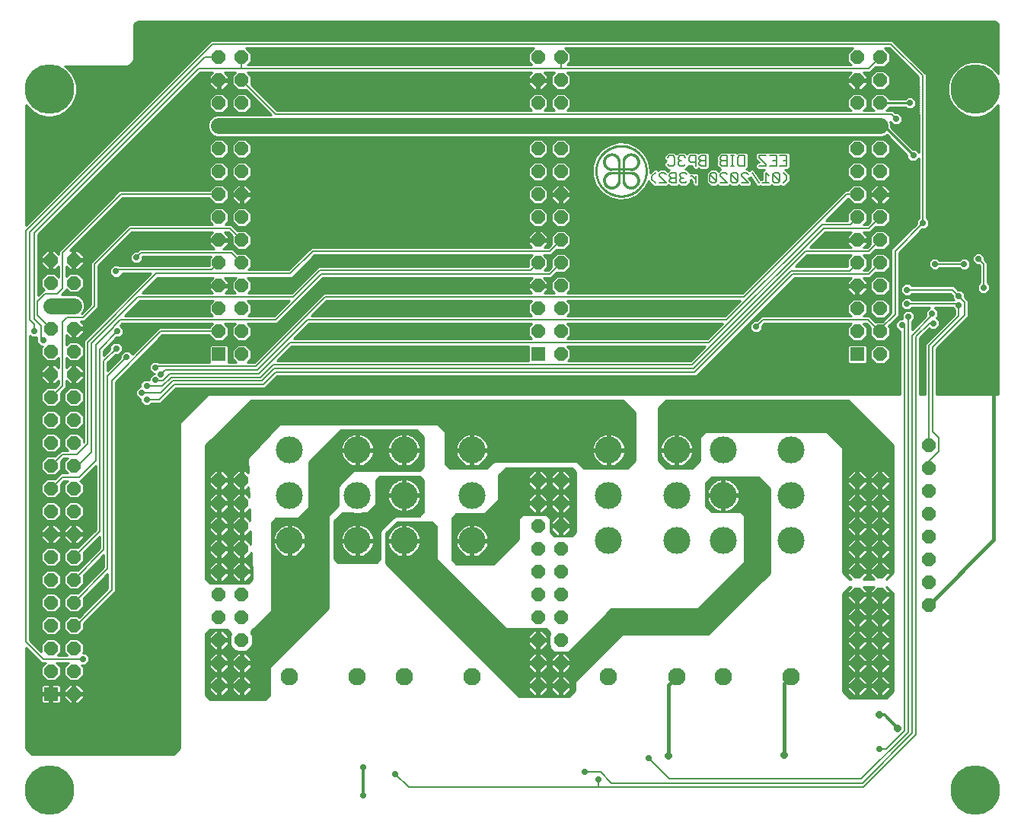
<source format=gbl>
G75*
%MOIN*%
%OFA0B0*%
%FSLAX25Y25*%
%IPPOS*%
%LPD*%
%AMOC8*
5,1,8,0,0,1.08239X$1,22.5*
%
%ADD10C,0.00500*%
%ADD11C,0.11811*%
%ADD12C,0.07677*%
%ADD13OC8,0.05906*%
%ADD14R,0.05906X0.05906*%
%ADD15C,0.01000*%
%ADD16C,0.00100*%
%ADD17C,0.21654*%
%ADD18OC8,0.02781*%
%ADD19C,0.01200*%
%ADD20R,0.02781X0.02781*%
%ADD21C,0.01600*%
%ADD22C,0.07000*%
%ADD23OC8,0.03175*%
%ADD24C,0.00800*%
D10*
X0331458Y0303986D02*
X0331458Y0305488D01*
X0332960Y0306989D01*
X0334561Y0306238D02*
X0334561Y0305488D01*
X0337564Y0302485D01*
X0334561Y0302485D01*
X0332960Y0302485D02*
X0331458Y0303986D01*
X0334561Y0306238D02*
X0335312Y0306989D01*
X0336813Y0306989D01*
X0337564Y0306238D01*
X0339165Y0306238D02*
X0339165Y0305488D01*
X0339916Y0304737D01*
X0342167Y0304737D01*
X0343769Y0305488D02*
X0343769Y0306238D01*
X0344519Y0306989D01*
X0346021Y0306989D01*
X0346771Y0306238D01*
X0348356Y0305488D02*
X0349107Y0305488D01*
X0350608Y0303986D01*
X0350608Y0302485D02*
X0350608Y0305488D01*
X0346771Y0303236D02*
X0346021Y0302485D01*
X0344519Y0302485D01*
X0343769Y0303236D01*
X0343769Y0303986D01*
X0344519Y0304737D01*
X0345270Y0304737D01*
X0344519Y0304737D02*
X0343769Y0305488D01*
X0342167Y0306989D02*
X0339916Y0306989D01*
X0339165Y0306238D01*
X0339916Y0304737D02*
X0339165Y0303986D01*
X0339165Y0303236D01*
X0339916Y0302485D01*
X0342167Y0302485D01*
X0342167Y0306989D01*
X0340649Y0309985D02*
X0339148Y0309985D01*
X0338398Y0310736D01*
X0340649Y0309985D02*
X0341400Y0310736D01*
X0341400Y0313738D01*
X0340649Y0314489D01*
X0339148Y0314489D01*
X0338398Y0313738D01*
X0343002Y0313738D02*
X0343002Y0312988D01*
X0343752Y0312237D01*
X0343002Y0311486D01*
X0343002Y0310736D01*
X0343752Y0309985D01*
X0345253Y0309985D01*
X0346004Y0310736D01*
X0344503Y0312237D02*
X0343752Y0312237D01*
X0343002Y0313738D02*
X0343752Y0314489D01*
X0345253Y0314489D01*
X0346004Y0313738D01*
X0347605Y0313738D02*
X0347605Y0312237D01*
X0348356Y0311486D01*
X0350608Y0311486D01*
X0350608Y0309985D02*
X0350608Y0314489D01*
X0348356Y0314489D01*
X0347605Y0313738D01*
X0352209Y0313738D02*
X0352960Y0314489D01*
X0355212Y0314489D01*
X0355212Y0309985D01*
X0352960Y0309985D01*
X0352209Y0310736D01*
X0352209Y0311486D01*
X0352960Y0312237D01*
X0355212Y0312237D01*
X0352960Y0312237D02*
X0352209Y0312988D01*
X0352209Y0313738D01*
X0357564Y0306989D02*
X0356813Y0306238D01*
X0359816Y0303236D01*
X0359065Y0302485D01*
X0357564Y0302485D01*
X0356813Y0303236D01*
X0356813Y0306238D01*
X0357564Y0306989D02*
X0359065Y0306989D01*
X0359816Y0306238D01*
X0359816Y0303236D01*
X0361417Y0302485D02*
X0364420Y0302485D01*
X0361417Y0305488D01*
X0361417Y0306238D01*
X0362168Y0306989D01*
X0363669Y0306989D01*
X0364420Y0306238D01*
X0366021Y0306238D02*
X0369024Y0303236D01*
X0368273Y0302485D01*
X0366772Y0302485D01*
X0366021Y0303236D01*
X0366021Y0306238D01*
X0366772Y0306989D01*
X0368273Y0306989D01*
X0369024Y0306238D01*
X0369024Y0303236D01*
X0370625Y0302485D02*
X0373628Y0302485D01*
X0370625Y0305488D01*
X0370625Y0306238D01*
X0371376Y0306989D01*
X0372877Y0306989D01*
X0373628Y0306238D01*
X0375229Y0306989D02*
X0378232Y0302485D01*
X0379833Y0302485D02*
X0382835Y0302485D01*
X0381334Y0302485D02*
X0381334Y0306989D01*
X0382835Y0305488D01*
X0384437Y0306238D02*
X0387439Y0303236D01*
X0386689Y0302485D01*
X0385187Y0302485D01*
X0384437Y0303236D01*
X0384437Y0306238D01*
X0385187Y0306989D01*
X0386689Y0306989D01*
X0387439Y0306238D01*
X0387439Y0303236D01*
X0389007Y0302485D02*
X0390509Y0303986D01*
X0390509Y0305488D01*
X0389007Y0306989D01*
X0387506Y0309985D02*
X0390509Y0309985D01*
X0390509Y0314489D01*
X0387506Y0314489D01*
X0385905Y0314489D02*
X0385905Y0309985D01*
X0382902Y0309985D01*
X0381301Y0309985D02*
X0381301Y0310736D01*
X0378298Y0313738D01*
X0378298Y0314489D01*
X0381301Y0314489D01*
X0382902Y0314489D02*
X0385905Y0314489D01*
X0385905Y0312237D02*
X0384403Y0312237D01*
X0381301Y0309985D02*
X0378298Y0309985D01*
X0372093Y0309985D02*
X0372093Y0314489D01*
X0369841Y0314489D01*
X0369090Y0313738D01*
X0369090Y0310736D01*
X0369841Y0309985D01*
X0372093Y0309985D01*
X0367489Y0309985D02*
X0365988Y0309985D01*
X0366738Y0309985D02*
X0366738Y0314489D01*
X0365988Y0314489D02*
X0367489Y0314489D01*
X0364420Y0314489D02*
X0362168Y0314489D01*
X0361417Y0313738D01*
X0361417Y0312988D01*
X0362168Y0312237D01*
X0364420Y0312237D01*
X0364420Y0309985D02*
X0364420Y0314489D01*
X0362168Y0312237D02*
X0361417Y0311486D01*
X0361417Y0310736D01*
X0362168Y0309985D01*
X0364420Y0309985D01*
X0389007Y0312237D02*
X0390509Y0312237D01*
D11*
X0392476Y0185587D03*
X0392476Y0165744D03*
X0392476Y0145902D03*
X0362713Y0145902D03*
X0342280Y0145902D03*
X0342280Y0165744D03*
X0362713Y0165744D03*
X0362713Y0185587D03*
X0342280Y0185587D03*
X0312516Y0185587D03*
X0312516Y0165744D03*
X0312516Y0145902D03*
X0252713Y0145902D03*
X0252713Y0165744D03*
X0252713Y0185587D03*
X0222949Y0185587D03*
X0202516Y0185587D03*
X0202516Y0165744D03*
X0222949Y0165744D03*
X0222949Y0145902D03*
X0202516Y0145902D03*
X0172752Y0145902D03*
X0172752Y0165744D03*
X0172752Y0185587D03*
D12*
X0172752Y0086374D03*
X0202516Y0086374D03*
X0222949Y0086374D03*
X0252713Y0086374D03*
X0312516Y0086374D03*
X0342280Y0086374D03*
X0362713Y0086374D03*
X0392476Y0086374D03*
D13*
X0421335Y0082319D03*
X0431335Y0082319D03*
X0431335Y0092319D03*
X0431335Y0102319D03*
X0421335Y0102319D03*
X0421335Y0092319D03*
X0421335Y0112319D03*
X0431335Y0112319D03*
X0431335Y0122319D03*
X0421335Y0122319D03*
X0421335Y0132319D03*
X0431335Y0132319D03*
X0431335Y0142319D03*
X0421335Y0142319D03*
X0421335Y0152319D03*
X0431335Y0152319D03*
X0431335Y0162319D03*
X0421335Y0162319D03*
X0421335Y0172319D03*
X0431335Y0172319D03*
X0452646Y0167778D03*
X0452646Y0177778D03*
X0452646Y0187778D03*
X0452646Y0157778D03*
X0452646Y0147778D03*
X0452646Y0137778D03*
X0452646Y0127778D03*
X0452646Y0117778D03*
X0431335Y0227516D03*
X0431335Y0237516D03*
X0421335Y0237516D03*
X0421335Y0247516D03*
X0431335Y0247516D03*
X0431335Y0257516D03*
X0421335Y0257516D03*
X0421335Y0267516D03*
X0431335Y0267516D03*
X0431335Y0277516D03*
X0421335Y0277516D03*
X0421335Y0287516D03*
X0431335Y0287516D03*
X0431335Y0297516D03*
X0421335Y0297516D03*
X0421335Y0307516D03*
X0431335Y0307516D03*
X0431335Y0317516D03*
X0421335Y0317516D03*
X0421335Y0327516D03*
X0431335Y0327516D03*
X0431335Y0337516D03*
X0421335Y0337516D03*
X0421335Y0347516D03*
X0431335Y0347516D03*
X0431335Y0357516D03*
X0421335Y0357516D03*
X0291571Y0357516D03*
X0281571Y0357516D03*
X0281571Y0347516D03*
X0291571Y0347516D03*
X0291571Y0337516D03*
X0281571Y0337516D03*
X0281571Y0327516D03*
X0291571Y0327516D03*
X0291571Y0317516D03*
X0281571Y0317516D03*
X0281571Y0307516D03*
X0291571Y0307516D03*
X0291571Y0297516D03*
X0281571Y0297516D03*
X0281571Y0287516D03*
X0291571Y0287516D03*
X0291571Y0277516D03*
X0281571Y0277516D03*
X0281571Y0267516D03*
X0291571Y0267516D03*
X0291571Y0257516D03*
X0281571Y0257516D03*
X0281571Y0247516D03*
X0291571Y0247516D03*
X0291571Y0237516D03*
X0281571Y0237516D03*
X0291571Y0227516D03*
X0291571Y0172319D03*
X0281571Y0172319D03*
X0281571Y0162319D03*
X0291571Y0162319D03*
X0291571Y0152319D03*
X0281571Y0152319D03*
X0281571Y0142319D03*
X0291571Y0142319D03*
X0291571Y0132319D03*
X0281571Y0132319D03*
X0281571Y0122319D03*
X0291571Y0122319D03*
X0291571Y0112319D03*
X0281571Y0112319D03*
X0281571Y0102319D03*
X0291571Y0102319D03*
X0291571Y0092319D03*
X0281571Y0092319D03*
X0281571Y0082319D03*
X0291571Y0082319D03*
X0151807Y0082319D03*
X0141807Y0082319D03*
X0141807Y0092319D03*
X0141807Y0102319D03*
X0151807Y0102319D03*
X0151807Y0092319D03*
X0151807Y0112319D03*
X0151807Y0122319D03*
X0141807Y0122319D03*
X0141807Y0112319D03*
X0141807Y0132319D03*
X0141807Y0142319D03*
X0151807Y0142319D03*
X0151807Y0132319D03*
X0151807Y0152319D03*
X0151807Y0162319D03*
X0141807Y0162319D03*
X0141807Y0152319D03*
X0141807Y0172319D03*
X0151807Y0172319D03*
X0151807Y0227516D03*
X0151807Y0237516D03*
X0141807Y0237516D03*
X0141807Y0247516D03*
X0141807Y0257516D03*
X0151807Y0257516D03*
X0151807Y0247516D03*
X0151807Y0267516D03*
X0151807Y0277516D03*
X0141807Y0277516D03*
X0141807Y0267516D03*
X0141807Y0287516D03*
X0141807Y0297516D03*
X0151807Y0297516D03*
X0151807Y0287516D03*
X0151807Y0307516D03*
X0151807Y0317516D03*
X0141807Y0317516D03*
X0141807Y0307516D03*
X0141807Y0327516D03*
X0141807Y0337516D03*
X0151807Y0337516D03*
X0151807Y0327516D03*
X0151807Y0347516D03*
X0151807Y0357516D03*
X0141807Y0357516D03*
X0141807Y0347516D03*
X0078343Y0268776D03*
X0078343Y0258776D03*
X0068343Y0258776D03*
X0068343Y0268776D03*
X0068343Y0248776D03*
X0078343Y0248776D03*
X0078343Y0238776D03*
X0068343Y0238776D03*
X0068343Y0228776D03*
X0078343Y0228776D03*
X0078343Y0218776D03*
X0068343Y0218776D03*
X0068343Y0208776D03*
X0078343Y0208776D03*
X0078343Y0198776D03*
X0068343Y0198776D03*
X0068343Y0188776D03*
X0078343Y0188776D03*
X0078343Y0178776D03*
X0078343Y0168776D03*
X0068343Y0168776D03*
X0068343Y0178776D03*
X0068343Y0158776D03*
X0078343Y0158776D03*
X0078343Y0148776D03*
X0068343Y0148776D03*
X0068343Y0138776D03*
X0078343Y0138776D03*
X0078343Y0128776D03*
X0068343Y0128776D03*
X0068343Y0118776D03*
X0078343Y0118776D03*
X0078343Y0108776D03*
X0068343Y0108776D03*
X0068343Y0098776D03*
X0078343Y0098776D03*
X0078343Y0088776D03*
X0068343Y0088776D03*
X0078343Y0078776D03*
D14*
X0068343Y0078776D03*
X0141807Y0227516D03*
X0281571Y0227516D03*
X0421335Y0227516D03*
D15*
X0425587Y0227693D02*
X0427082Y0227693D01*
X0427082Y0228691D02*
X0425587Y0228691D01*
X0425587Y0229690D02*
X0427494Y0229690D01*
X0427082Y0229277D02*
X0427082Y0225754D01*
X0429573Y0223263D01*
X0433096Y0223263D01*
X0435587Y0225754D01*
X0435587Y0229277D01*
X0433096Y0231768D01*
X0429573Y0231768D01*
X0427082Y0229277D01*
X0428493Y0230688D02*
X0425587Y0230688D01*
X0425587Y0231007D02*
X0424826Y0231768D01*
X0417843Y0231768D01*
X0417082Y0231007D01*
X0417082Y0224025D01*
X0417843Y0223263D01*
X0424826Y0223263D01*
X0425587Y0224025D01*
X0425587Y0231007D01*
X0424908Y0231687D02*
X0429491Y0231687D01*
X0429573Y0233263D02*
X0433096Y0233263D01*
X0435587Y0235754D01*
X0435587Y0239277D01*
X0435068Y0239796D01*
X0438600Y0243328D01*
X0439596Y0244323D01*
X0439596Y0272073D01*
X0449859Y0282337D01*
X0451260Y0282337D01*
X0452836Y0283913D01*
X0452836Y0286142D01*
X0451837Y0287141D01*
X0451596Y0349530D01*
X0451596Y0350232D01*
X0451593Y0350234D01*
X0451593Y0350238D01*
X0451095Y0350732D01*
X0436850Y0364978D01*
X0138441Y0364978D01*
X0137446Y0363982D01*
X0057472Y0284008D01*
X0057472Y0336789D01*
X0057851Y0336133D01*
X0060109Y0333875D01*
X0062874Y0332278D01*
X0065959Y0331452D01*
X0069152Y0331452D01*
X0072236Y0332278D01*
X0075001Y0333875D01*
X0077259Y0336133D01*
X0078855Y0338898D01*
X0079682Y0341982D01*
X0079682Y0345175D01*
X0078855Y0348259D01*
X0077259Y0351025D01*
X0075001Y0353283D01*
X0074345Y0353661D01*
X0101755Y0353661D01*
X0103114Y0354224D01*
X0104154Y0355264D01*
X0104717Y0356623D01*
X0104717Y0371138D01*
X0104744Y0371483D01*
X0104957Y0372141D01*
X0105363Y0372700D01*
X0105922Y0373106D01*
X0106580Y0373319D01*
X0106925Y0373346D01*
X0480941Y0373346D01*
X0481286Y0373319D01*
X0481944Y0373106D01*
X0482503Y0372700D01*
X0482909Y0372141D01*
X0483122Y0371483D01*
X0483150Y0371138D01*
X0483150Y0350369D01*
X0482771Y0351025D01*
X0480513Y0353283D01*
X0477748Y0354879D01*
X0474663Y0355705D01*
X0471470Y0355705D01*
X0468386Y0354879D01*
X0465621Y0353283D01*
X0463363Y0351025D01*
X0461767Y0348259D01*
X0460940Y0345175D01*
X0460940Y0341982D01*
X0461767Y0338898D01*
X0463363Y0336133D01*
X0465621Y0333875D01*
X0468386Y0332278D01*
X0471470Y0331452D01*
X0474663Y0331452D01*
X0477748Y0332278D01*
X0480513Y0333875D01*
X0482771Y0336133D01*
X0483150Y0336789D01*
X0483150Y0210028D01*
X0456096Y0210028D01*
X0456096Y0230073D01*
X0469100Y0243078D01*
X0470096Y0244073D01*
X0470096Y0250982D01*
X0468336Y0252741D01*
X0468336Y0254142D01*
X0466760Y0255718D01*
X0465359Y0255718D01*
X0463600Y0257478D01*
X0445251Y0257478D01*
X0444260Y0258468D01*
X0442031Y0258468D01*
X0440455Y0256892D01*
X0440455Y0254663D01*
X0442031Y0253087D01*
X0444260Y0253087D01*
X0445251Y0254078D01*
X0462191Y0254078D01*
X0462955Y0253314D01*
X0462955Y0251913D01*
X0463641Y0251228D01*
X0445251Y0251228D01*
X0444260Y0252218D01*
X0442031Y0252218D01*
X0440455Y0250642D01*
X0440455Y0248413D01*
X0442031Y0246837D01*
X0444260Y0246837D01*
X0445251Y0247828D01*
X0452891Y0247828D01*
X0451455Y0246392D01*
X0451455Y0244241D01*
X0445346Y0238132D01*
X0445346Y0241923D01*
X0446336Y0242913D01*
X0446336Y0245142D01*
X0444760Y0246718D01*
X0442531Y0246718D01*
X0440955Y0245142D01*
X0440955Y0242968D01*
X0439781Y0242968D01*
X0438205Y0241392D01*
X0438205Y0239163D01*
X0439781Y0237587D01*
X0440196Y0237587D01*
X0440196Y0210028D01*
X0136896Y0210028D01*
X0124646Y0197778D01*
X0124646Y0055028D01*
X0121896Y0052278D01*
X0060146Y0052278D01*
X0057472Y0054951D01*
X0057472Y0099047D01*
X0064191Y0092328D01*
X0065880Y0092328D01*
X0064090Y0090537D01*
X0064090Y0087014D01*
X0066581Y0084523D01*
X0070104Y0084523D01*
X0072595Y0087014D01*
X0072595Y0090537D01*
X0070805Y0092328D01*
X0075880Y0092328D01*
X0074090Y0090537D01*
X0074090Y0087014D01*
X0076581Y0084523D01*
X0080104Y0084523D01*
X0082595Y0087014D01*
X0082595Y0090537D01*
X0081795Y0091337D01*
X0083510Y0091337D01*
X0085086Y0092913D01*
X0085086Y0095142D01*
X0083510Y0096718D01*
X0082299Y0096718D01*
X0082595Y0097014D01*
X0082595Y0100537D01*
X0080104Y0103028D01*
X0076581Y0103028D01*
X0074090Y0100537D01*
X0074090Y0097014D01*
X0075376Y0095728D01*
X0071309Y0095728D01*
X0072595Y0097014D01*
X0072595Y0100537D01*
X0070104Y0103028D01*
X0066581Y0103028D01*
X0064090Y0100537D01*
X0064090Y0097238D01*
X0059096Y0102232D01*
X0059096Y0235773D01*
X0060031Y0234837D01*
X0062196Y0234837D01*
X0062196Y0234073D01*
X0062205Y0234064D01*
X0062205Y0232663D01*
X0063781Y0231087D01*
X0064640Y0231087D01*
X0064090Y0230537D01*
X0064090Y0227014D01*
X0066581Y0224523D01*
X0070104Y0224523D01*
X0071626Y0226044D01*
X0071626Y0221507D01*
X0070104Y0223028D01*
X0068827Y0223028D01*
X0068827Y0219260D01*
X0067858Y0219260D01*
X0067858Y0218291D01*
X0068827Y0218291D01*
X0068827Y0214523D01*
X0070104Y0214523D01*
X0071626Y0216044D01*
X0071626Y0214463D01*
X0070148Y0212985D01*
X0070104Y0213028D01*
X0066581Y0213028D01*
X0064090Y0210537D01*
X0064090Y0207014D01*
X0066581Y0204523D01*
X0070104Y0204523D01*
X0072595Y0207014D01*
X0072595Y0210537D01*
X0072552Y0210581D01*
X0075026Y0213054D01*
X0075026Y0216078D01*
X0076581Y0214523D01*
X0077858Y0214523D01*
X0077858Y0218291D01*
X0078827Y0218291D01*
X0078827Y0214523D01*
X0080104Y0214523D01*
X0082595Y0217014D01*
X0082595Y0218291D01*
X0078827Y0218291D01*
X0078827Y0219260D01*
X0082595Y0219260D01*
X0082595Y0220537D01*
X0080104Y0223028D01*
X0078827Y0223028D01*
X0078827Y0219260D01*
X0077858Y0219260D01*
X0077858Y0223028D01*
X0076581Y0223028D01*
X0075026Y0221473D01*
X0075026Y0226078D01*
X0076581Y0224523D01*
X0080104Y0224523D01*
X0082595Y0227014D01*
X0082595Y0230537D01*
X0080104Y0233028D01*
X0076581Y0233028D01*
X0075026Y0231473D01*
X0075026Y0236078D01*
X0076581Y0234523D01*
X0077858Y0234523D01*
X0077858Y0238291D01*
X0078827Y0238291D01*
X0078827Y0234523D01*
X0080104Y0234523D01*
X0082595Y0237014D01*
X0082595Y0238291D01*
X0078827Y0238291D01*
X0078827Y0239260D01*
X0082595Y0239260D01*
X0082595Y0240537D01*
X0081236Y0241896D01*
X0083080Y0241896D01*
X0089096Y0247912D01*
X0089096Y0266323D01*
X0099721Y0276948D01*
X0101700Y0278928D01*
X0103668Y0280896D01*
X0139173Y0280896D01*
X0137554Y0279277D01*
X0137554Y0278000D01*
X0141323Y0278000D01*
X0141323Y0277031D01*
X0137554Y0277031D01*
X0137554Y0275754D01*
X0139762Y0273546D01*
X0107040Y0273546D01*
X0106062Y0272568D01*
X0104661Y0272568D01*
X0103085Y0270992D01*
X0103085Y0268763D01*
X0104661Y0267187D01*
X0106890Y0267187D01*
X0108466Y0268763D01*
X0108466Y0270146D01*
X0138423Y0270146D01*
X0137554Y0269277D01*
X0137554Y0266228D01*
X0098268Y0266228D01*
X0097990Y0266505D01*
X0095761Y0266505D01*
X0094185Y0264929D01*
X0094185Y0262700D01*
X0095761Y0261124D01*
X0097990Y0261124D01*
X0099566Y0262700D01*
X0099566Y0262828D01*
X0112042Y0262828D01*
X0083691Y0234478D01*
X0082696Y0233482D01*
X0082696Y0188982D01*
X0082595Y0188881D01*
X0082595Y0190537D01*
X0080104Y0193028D01*
X0076581Y0193028D01*
X0074090Y0190537D01*
X0074090Y0187014D01*
X0075658Y0185446D01*
X0072609Y0185446D01*
X0071613Y0184450D01*
X0070148Y0182985D01*
X0070104Y0183028D01*
X0066581Y0183028D01*
X0064090Y0180537D01*
X0064090Y0177014D01*
X0066581Y0174523D01*
X0070104Y0174523D01*
X0072595Y0177014D01*
X0072595Y0180537D01*
X0072552Y0180581D01*
X0074017Y0182046D01*
X0075599Y0182046D01*
X0074090Y0180537D01*
X0074090Y0177014D01*
X0075626Y0175478D01*
X0072691Y0175478D01*
X0071696Y0174482D01*
X0070173Y0172959D01*
X0070104Y0173028D01*
X0066581Y0173028D01*
X0064090Y0170537D01*
X0064090Y0167014D01*
X0066581Y0164523D01*
X0070104Y0164523D01*
X0072595Y0167014D01*
X0072595Y0170537D01*
X0072577Y0170555D01*
X0074100Y0172078D01*
X0075630Y0172078D01*
X0074090Y0170537D01*
X0074090Y0167014D01*
X0076581Y0164523D01*
X0080104Y0164523D01*
X0082595Y0167014D01*
X0082595Y0170537D01*
X0081055Y0172078D01*
X0081350Y0172078D01*
X0087946Y0178673D01*
X0087946Y0150783D01*
X0080148Y0142985D01*
X0080104Y0143028D01*
X0076581Y0143028D01*
X0074090Y0140537D01*
X0074090Y0137014D01*
X0076581Y0134523D01*
X0080104Y0134523D01*
X0082595Y0137014D01*
X0082595Y0140537D01*
X0082552Y0140581D01*
X0089696Y0147725D01*
X0089696Y0142533D01*
X0080148Y0132985D01*
X0080104Y0133028D01*
X0076581Y0133028D01*
X0074090Y0130537D01*
X0074090Y0127014D01*
X0076581Y0124523D01*
X0080104Y0124523D01*
X0082595Y0127014D01*
X0082595Y0130537D01*
X0082552Y0130581D01*
X0091446Y0139475D01*
X0091446Y0134232D01*
X0080173Y0122959D01*
X0080104Y0123028D01*
X0076581Y0123028D01*
X0074090Y0120537D01*
X0074090Y0117014D01*
X0076581Y0114523D01*
X0080104Y0114523D01*
X0082595Y0117014D01*
X0082595Y0120537D01*
X0082577Y0120555D01*
X0093196Y0131173D01*
X0093196Y0124870D01*
X0080729Y0112404D01*
X0080104Y0113028D01*
X0076581Y0113028D01*
X0074090Y0110537D01*
X0074090Y0107014D01*
X0076581Y0104523D01*
X0080104Y0104523D01*
X0082595Y0107014D01*
X0082595Y0109462D01*
X0095600Y0122466D01*
X0096596Y0123462D01*
X0096596Y0215323D01*
X0114721Y0233448D01*
X0115120Y0233847D01*
X0117088Y0235816D01*
X0137554Y0235816D01*
X0137554Y0235754D01*
X0140046Y0233263D01*
X0143569Y0233263D01*
X0146060Y0235754D01*
X0146060Y0239277D01*
X0144441Y0240896D01*
X0149173Y0240896D01*
X0147554Y0239277D01*
X0147554Y0235754D01*
X0150046Y0233263D01*
X0153569Y0233263D01*
X0156060Y0235754D01*
X0156060Y0239277D01*
X0154441Y0240896D01*
X0167400Y0240896D01*
X0168396Y0241892D01*
X0187450Y0260946D01*
X0278987Y0260946D01*
X0277318Y0259277D01*
X0277318Y0258000D01*
X0281087Y0258000D01*
X0281087Y0257031D01*
X0277318Y0257031D01*
X0277318Y0255754D01*
X0278876Y0254196D01*
X0187691Y0254196D01*
X0157441Y0223946D01*
X0154252Y0223946D01*
X0156060Y0225754D01*
X0156060Y0229277D01*
X0153569Y0231768D01*
X0150046Y0231768D01*
X0147554Y0229277D01*
X0147554Y0225754D01*
X0149362Y0223946D01*
X0145981Y0223946D01*
X0146060Y0224025D01*
X0146060Y0231007D01*
X0145298Y0231768D01*
X0138316Y0231768D01*
X0137554Y0231007D01*
X0137554Y0224025D01*
X0137633Y0223946D01*
X0115662Y0223946D01*
X0115190Y0224418D01*
X0112961Y0224418D01*
X0111385Y0222842D01*
X0111385Y0220613D01*
X0112961Y0219037D01*
X0113685Y0219037D01*
X0113685Y0218818D01*
X0112961Y0218818D01*
X0111385Y0217242D01*
X0111385Y0216373D01*
X0111340Y0216418D01*
X0109111Y0216418D01*
X0107535Y0214842D01*
X0107535Y0213318D01*
X0106961Y0213318D01*
X0105385Y0211742D01*
X0105385Y0209513D01*
X0106961Y0207937D01*
X0107535Y0207937D01*
X0107535Y0206463D01*
X0109111Y0204887D01*
X0111340Y0204887D01*
X0112331Y0205878D01*
X0116400Y0205878D01*
X0117396Y0206873D01*
X0123068Y0212546D01*
X0162100Y0212546D01*
X0163096Y0213542D01*
X0167350Y0217796D01*
X0350900Y0217796D01*
X0351896Y0218792D01*
X0393900Y0260796D01*
X0418601Y0260796D01*
X0417082Y0259277D01*
X0417082Y0258000D01*
X0420850Y0258000D01*
X0420850Y0257031D01*
X0421819Y0257031D01*
X0421819Y0253263D01*
X0423096Y0253263D01*
X0425587Y0255754D01*
X0425587Y0257031D01*
X0421819Y0257031D01*
X0421819Y0258000D01*
X0425587Y0258000D01*
X0425587Y0259277D01*
X0424069Y0260796D01*
X0426972Y0260796D01*
X0429506Y0263330D01*
X0429573Y0263263D01*
X0433096Y0263263D01*
X0435587Y0265754D01*
X0435587Y0269277D01*
X0433096Y0271768D01*
X0429573Y0271768D01*
X0427082Y0269277D01*
X0427082Y0265754D01*
X0427102Y0265734D01*
X0425564Y0264196D01*
X0424029Y0264196D01*
X0425587Y0265754D01*
X0425587Y0269277D01*
X0424019Y0270846D01*
X0427022Y0270846D01*
X0429506Y0273330D01*
X0429573Y0273263D01*
X0433096Y0273263D01*
X0435587Y0275754D01*
X0435587Y0279277D01*
X0433096Y0281768D01*
X0429573Y0281768D01*
X0427082Y0279277D01*
X0427082Y0275754D01*
X0427102Y0275734D01*
X0425614Y0274246D01*
X0424079Y0274246D01*
X0425587Y0275754D01*
X0425587Y0277031D01*
X0421819Y0277031D01*
X0421819Y0278000D01*
X0425587Y0278000D01*
X0425587Y0279277D01*
X0423919Y0280946D01*
X0427122Y0280946D01*
X0429506Y0283330D01*
X0429573Y0283263D01*
X0433096Y0283263D01*
X0435587Y0285754D01*
X0435587Y0289277D01*
X0433096Y0291768D01*
X0429573Y0291768D01*
X0427082Y0289277D01*
X0427082Y0285754D01*
X0427102Y0285734D01*
X0425714Y0284346D01*
X0424179Y0284346D01*
X0425587Y0285754D01*
X0425587Y0289277D01*
X0423096Y0291768D01*
X0419573Y0291768D01*
X0417082Y0289277D01*
X0417082Y0285946D01*
X0407700Y0285946D01*
X0417295Y0295541D01*
X0419573Y0293263D01*
X0423096Y0293263D01*
X0425587Y0295754D01*
X0425587Y0299277D01*
X0423096Y0301768D01*
X0419573Y0301768D01*
X0417082Y0299277D01*
X0417082Y0299216D01*
X0416161Y0299216D01*
X0415165Y0298220D01*
X0371141Y0254196D01*
X0294265Y0254196D01*
X0295824Y0255754D01*
X0295824Y0259277D01*
X0293332Y0261768D01*
X0289809Y0261768D01*
X0287318Y0259277D01*
X0287318Y0255754D01*
X0288876Y0254196D01*
X0284265Y0254196D01*
X0285824Y0255754D01*
X0285824Y0257031D01*
X0282055Y0257031D01*
X0282055Y0258000D01*
X0285824Y0258000D01*
X0285824Y0259277D01*
X0284155Y0260946D01*
X0287405Y0260946D01*
X0289766Y0263307D01*
X0289809Y0263263D01*
X0293332Y0263263D01*
X0295824Y0265754D01*
X0295824Y0269277D01*
X0293332Y0271768D01*
X0289809Y0271768D01*
X0287318Y0269277D01*
X0287318Y0265754D01*
X0287362Y0265711D01*
X0285997Y0264346D01*
X0284415Y0264346D01*
X0285824Y0265754D01*
X0285824Y0269277D01*
X0284105Y0270996D01*
X0287455Y0270996D01*
X0289766Y0273307D01*
X0289809Y0273263D01*
X0293332Y0273263D01*
X0295824Y0275754D01*
X0295824Y0279277D01*
X0293332Y0281768D01*
X0289809Y0281768D01*
X0287318Y0279277D01*
X0287318Y0275754D01*
X0287362Y0275711D01*
X0286047Y0274396D01*
X0284465Y0274396D01*
X0285824Y0275754D01*
X0285824Y0277031D01*
X0282055Y0277031D01*
X0282055Y0278000D01*
X0281087Y0278000D01*
X0281087Y0281768D01*
X0279809Y0281768D01*
X0277318Y0279277D01*
X0277318Y0278000D01*
X0281087Y0278000D01*
X0281087Y0277031D01*
X0277318Y0277031D01*
X0277318Y0275754D01*
X0278676Y0274396D01*
X0182391Y0274396D01*
X0172491Y0264496D01*
X0154802Y0264496D01*
X0156060Y0265754D01*
X0156060Y0269277D01*
X0153569Y0271768D01*
X0150046Y0271768D01*
X0150002Y0271725D01*
X0149177Y0272550D01*
X0148181Y0273546D01*
X0143852Y0273546D01*
X0146060Y0275754D01*
X0146060Y0277031D01*
X0142291Y0277031D01*
X0142291Y0278000D01*
X0146060Y0278000D01*
X0146060Y0279277D01*
X0144441Y0280896D01*
X0146023Y0280896D01*
X0147598Y0279321D01*
X0147554Y0279277D01*
X0147554Y0275754D01*
X0150046Y0273263D01*
X0153569Y0273263D01*
X0156060Y0275754D01*
X0156060Y0279277D01*
X0153569Y0281768D01*
X0150046Y0281768D01*
X0150002Y0281725D01*
X0148427Y0283300D01*
X0147431Y0284296D01*
X0144602Y0284296D01*
X0146060Y0285754D01*
X0146060Y0289277D01*
X0143569Y0291768D01*
X0140046Y0291768D01*
X0137554Y0289277D01*
X0137554Y0285754D01*
X0139012Y0284296D01*
X0102260Y0284296D01*
X0099296Y0281332D01*
X0097316Y0279353D01*
X0085696Y0267732D01*
X0085696Y0249320D01*
X0081671Y0245296D01*
X0081651Y0245296D01*
X0082412Y0246057D01*
X0083143Y0247821D01*
X0083143Y0249730D01*
X0082412Y0251495D01*
X0081061Y0252845D01*
X0079297Y0253576D01*
X0073159Y0253576D01*
X0075076Y0255492D01*
X0075076Y0256028D01*
X0076581Y0254523D01*
X0080104Y0254523D01*
X0082595Y0257014D01*
X0082595Y0260537D01*
X0080104Y0263028D01*
X0076581Y0263028D01*
X0075076Y0261523D01*
X0075076Y0266028D01*
X0076581Y0264523D01*
X0077858Y0264523D01*
X0077858Y0268291D01*
X0078827Y0268291D01*
X0078827Y0264523D01*
X0080104Y0264523D01*
X0082595Y0267014D01*
X0082595Y0268291D01*
X0078827Y0268291D01*
X0078827Y0269260D01*
X0082595Y0269260D01*
X0082595Y0270537D01*
X0080104Y0273028D01*
X0078827Y0273028D01*
X0078827Y0269260D01*
X0077858Y0269260D01*
X0077858Y0273028D01*
X0076812Y0273028D01*
X0097101Y0293318D01*
X0097631Y0293847D01*
X0099599Y0295816D01*
X0137554Y0295816D01*
X0137554Y0295754D01*
X0140046Y0293263D01*
X0143569Y0293263D01*
X0146060Y0295754D01*
X0146060Y0299277D01*
X0143569Y0301768D01*
X0140046Y0301768D01*
X0137554Y0299277D01*
X0137554Y0299216D01*
X0098191Y0299216D01*
X0095227Y0296251D01*
X0094697Y0295722D01*
X0071676Y0272700D01*
X0071676Y0271457D01*
X0070104Y0273028D01*
X0068827Y0273028D01*
X0068827Y0269260D01*
X0067858Y0269260D01*
X0067858Y0268291D01*
X0068827Y0268291D01*
X0068827Y0264523D01*
X0070104Y0264523D01*
X0071676Y0266094D01*
X0071676Y0261457D01*
X0070104Y0263028D01*
X0066581Y0263028D01*
X0064090Y0260537D01*
X0064090Y0257014D01*
X0065508Y0255596D01*
X0064971Y0255596D01*
X0062596Y0253220D01*
X0062596Y0279792D01*
X0133600Y0350796D01*
X0139073Y0350796D01*
X0137554Y0349277D01*
X0137554Y0348000D01*
X0141323Y0348000D01*
X0141323Y0347031D01*
X0142291Y0347031D01*
X0142291Y0343263D01*
X0143569Y0343263D01*
X0146060Y0345754D01*
X0146060Y0347031D01*
X0142291Y0347031D01*
X0142291Y0348000D01*
X0146060Y0348000D01*
X0146060Y0349277D01*
X0144541Y0350796D01*
X0149073Y0350796D01*
X0147554Y0349277D01*
X0147554Y0345754D01*
X0150046Y0343263D01*
X0153569Y0343263D01*
X0153612Y0343307D01*
X0164603Y0332316D01*
X0150852Y0332316D01*
X0140852Y0332316D01*
X0139088Y0331585D01*
X0137738Y0330235D01*
X0137007Y0328471D01*
X0137007Y0326561D01*
X0137738Y0324797D01*
X0139088Y0323447D01*
X0140852Y0322716D01*
X0432289Y0322716D01*
X0434054Y0323447D01*
X0434242Y0323635D01*
X0443205Y0314673D01*
X0443205Y0313413D01*
X0444781Y0311837D01*
X0447010Y0311837D01*
X0448337Y0313163D01*
X0448438Y0287124D01*
X0447455Y0286142D01*
X0447455Y0284741D01*
X0436196Y0273482D01*
X0436196Y0245732D01*
X0432232Y0241768D01*
X0429573Y0241768D01*
X0429441Y0241636D01*
X0427846Y0243232D01*
X0426850Y0244228D01*
X0424061Y0244228D01*
X0425587Y0245754D01*
X0425587Y0249277D01*
X0423096Y0251768D01*
X0419573Y0251768D01*
X0417082Y0249277D01*
X0417082Y0245754D01*
X0418609Y0244228D01*
X0379441Y0244228D01*
X0377432Y0242218D01*
X0376031Y0242218D01*
X0374455Y0240642D01*
X0374455Y0238413D01*
X0376031Y0236837D01*
X0378260Y0236837D01*
X0379836Y0238413D01*
X0379836Y0239814D01*
X0380850Y0240828D01*
X0418632Y0240828D01*
X0417082Y0239277D01*
X0417082Y0235754D01*
X0419573Y0233263D01*
X0423096Y0233263D01*
X0425587Y0235754D01*
X0425587Y0239277D01*
X0424037Y0240828D01*
X0425441Y0240828D01*
X0427082Y0239187D01*
X0427082Y0235754D01*
X0429573Y0233263D01*
X0429152Y0233684D02*
X0423517Y0233684D01*
X0424515Y0234682D02*
X0428154Y0234682D01*
X0427155Y0235681D02*
X0425514Y0235681D01*
X0425587Y0236679D02*
X0427082Y0236679D01*
X0427082Y0237678D02*
X0425587Y0237678D01*
X0425587Y0238676D02*
X0427082Y0238676D01*
X0426594Y0239675D02*
X0425190Y0239675D01*
X0425596Y0240673D02*
X0424191Y0240673D01*
X0424500Y0244667D02*
X0428169Y0244667D01*
X0427409Y0243669D02*
X0429167Y0243669D01*
X0429573Y0243263D02*
X0433096Y0243263D01*
X0435587Y0245754D01*
X0435587Y0249277D01*
X0433096Y0251768D01*
X0429573Y0251768D01*
X0427082Y0249277D01*
X0427082Y0245754D01*
X0429573Y0243263D01*
X0428407Y0242670D02*
X0433134Y0242670D01*
X0433502Y0243669D02*
X0434133Y0243669D01*
X0434500Y0244667D02*
X0435131Y0244667D01*
X0435499Y0245666D02*
X0436130Y0245666D01*
X0436196Y0246664D02*
X0435587Y0246664D01*
X0435587Y0247663D02*
X0436196Y0247663D01*
X0436196Y0248661D02*
X0435587Y0248661D01*
X0435205Y0249660D02*
X0436196Y0249660D01*
X0436196Y0250658D02*
X0434206Y0250658D01*
X0433208Y0251657D02*
X0436196Y0251657D01*
X0436196Y0252655D02*
X0385759Y0252655D01*
X0384761Y0251657D02*
X0419461Y0251657D01*
X0418463Y0250658D02*
X0383762Y0250658D01*
X0382764Y0249660D02*
X0417464Y0249660D01*
X0417082Y0248661D02*
X0381765Y0248661D01*
X0380767Y0247663D02*
X0417082Y0247663D01*
X0417082Y0246664D02*
X0379768Y0246664D01*
X0378770Y0245666D02*
X0417170Y0245666D01*
X0418169Y0244667D02*
X0377771Y0244667D01*
X0376773Y0243669D02*
X0378883Y0243669D01*
X0377884Y0242670D02*
X0375774Y0242670D01*
X0375485Y0241672D02*
X0374776Y0241672D01*
X0374486Y0240673D02*
X0373777Y0240673D01*
X0374455Y0239675D02*
X0372779Y0239675D01*
X0371780Y0238676D02*
X0374455Y0238676D01*
X0375190Y0237678D02*
X0370781Y0237678D01*
X0369783Y0236679D02*
X0417082Y0236679D01*
X0417082Y0237678D02*
X0379101Y0237678D01*
X0379836Y0238676D02*
X0417082Y0238676D01*
X0417479Y0239675D02*
X0379836Y0239675D01*
X0380696Y0240673D02*
X0418478Y0240673D01*
X0417155Y0235681D02*
X0368784Y0235681D01*
X0367786Y0234682D02*
X0418154Y0234682D01*
X0419152Y0233684D02*
X0366787Y0233684D01*
X0365789Y0232685D02*
X0440196Y0232685D01*
X0440196Y0231687D02*
X0433178Y0231687D01*
X0434177Y0230688D02*
X0440196Y0230688D01*
X0440196Y0229690D02*
X0435175Y0229690D01*
X0435587Y0228691D02*
X0440196Y0228691D01*
X0440196Y0227693D02*
X0435587Y0227693D01*
X0435587Y0226694D02*
X0440196Y0226694D01*
X0440196Y0225696D02*
X0435529Y0225696D01*
X0434530Y0224697D02*
X0440196Y0224697D01*
X0440196Y0223699D02*
X0433532Y0223699D01*
X0429138Y0223699D02*
X0425261Y0223699D01*
X0425587Y0224697D02*
X0428139Y0224697D01*
X0427141Y0225696D02*
X0425587Y0225696D01*
X0425587Y0226694D02*
X0427082Y0226694D01*
X0433517Y0233684D02*
X0440196Y0233684D01*
X0440196Y0234682D02*
X0434515Y0234682D01*
X0435514Y0235681D02*
X0440196Y0235681D01*
X0440196Y0236679D02*
X0435587Y0236679D01*
X0435587Y0237678D02*
X0439690Y0237678D01*
X0438692Y0238676D02*
X0435587Y0238676D01*
X0435190Y0239675D02*
X0438205Y0239675D01*
X0438205Y0240673D02*
X0435946Y0240673D01*
X0436944Y0241672D02*
X0438485Y0241672D01*
X0437943Y0242670D02*
X0439483Y0242670D01*
X0438600Y0243328D02*
X0438600Y0243328D01*
X0438941Y0243669D02*
X0440955Y0243669D01*
X0440955Y0244667D02*
X0439596Y0244667D01*
X0439596Y0245666D02*
X0441479Y0245666D01*
X0442477Y0246664D02*
X0439596Y0246664D01*
X0439596Y0247663D02*
X0441205Y0247663D01*
X0440455Y0248661D02*
X0439596Y0248661D01*
X0439596Y0249660D02*
X0440455Y0249660D01*
X0440471Y0250658D02*
X0439596Y0250658D01*
X0439596Y0251657D02*
X0441470Y0251657D01*
X0441464Y0253654D02*
X0439596Y0253654D01*
X0439596Y0254652D02*
X0440466Y0254652D01*
X0440455Y0255651D02*
X0439596Y0255651D01*
X0439596Y0256649D02*
X0440455Y0256649D01*
X0441211Y0257648D02*
X0439596Y0257648D01*
X0439596Y0258646D02*
X0474710Y0258646D01*
X0474946Y0258883D02*
X0473955Y0257892D01*
X0473955Y0255663D01*
X0475531Y0254087D01*
X0477760Y0254087D01*
X0479336Y0255663D01*
X0479336Y0257892D01*
X0478346Y0258883D01*
X0478346Y0267732D01*
X0477086Y0268991D01*
X0477086Y0270392D01*
X0475510Y0271968D01*
X0473281Y0271968D01*
X0471705Y0270392D01*
X0471705Y0268163D01*
X0473281Y0266587D01*
X0474682Y0266587D01*
X0474946Y0266323D01*
X0474946Y0258883D01*
X0474946Y0259645D02*
X0439596Y0259645D01*
X0439596Y0260643D02*
X0474946Y0260643D01*
X0474946Y0261642D02*
X0439596Y0261642D01*
X0439596Y0262641D02*
X0474946Y0262641D01*
X0474946Y0263639D02*
X0439596Y0263639D01*
X0439596Y0264638D02*
X0453981Y0264638D01*
X0454281Y0264337D02*
X0456510Y0264337D01*
X0457501Y0265328D01*
X0466041Y0265328D01*
X0467031Y0264337D01*
X0469260Y0264337D01*
X0470836Y0265913D01*
X0470836Y0268142D01*
X0469260Y0269718D01*
X0467031Y0269718D01*
X0466041Y0268728D01*
X0457501Y0268728D01*
X0456510Y0269718D01*
X0454281Y0269718D01*
X0452705Y0268142D01*
X0452705Y0265913D01*
X0454281Y0264337D01*
X0452982Y0265636D02*
X0439596Y0265636D01*
X0439596Y0266635D02*
X0452705Y0266635D01*
X0452705Y0267633D02*
X0439596Y0267633D01*
X0439596Y0268632D02*
X0453195Y0268632D01*
X0454193Y0269630D02*
X0439596Y0269630D01*
X0439596Y0270629D02*
X0471942Y0270629D01*
X0471705Y0269630D02*
X0469348Y0269630D01*
X0470347Y0268632D02*
X0471705Y0268632D01*
X0472235Y0267633D02*
X0470836Y0267633D01*
X0470836Y0266635D02*
X0473234Y0266635D01*
X0474946Y0265636D02*
X0470559Y0265636D01*
X0469561Y0264638D02*
X0474946Y0264638D01*
X0478346Y0264638D02*
X0483150Y0264638D01*
X0483150Y0265636D02*
X0478346Y0265636D01*
X0478346Y0266635D02*
X0483150Y0266635D01*
X0483150Y0267633D02*
X0478346Y0267633D01*
X0477446Y0268632D02*
X0483150Y0268632D01*
X0483150Y0269630D02*
X0477086Y0269630D01*
X0476850Y0270629D02*
X0483150Y0270629D01*
X0483150Y0271627D02*
X0475851Y0271627D01*
X0472940Y0271627D02*
X0439596Y0271627D01*
X0440148Y0272626D02*
X0483150Y0272626D01*
X0483150Y0273624D02*
X0441146Y0273624D01*
X0442145Y0274623D02*
X0483150Y0274623D01*
X0483150Y0275621D02*
X0443143Y0275621D01*
X0444142Y0276620D02*
X0483150Y0276620D01*
X0483150Y0277618D02*
X0445140Y0277618D01*
X0446139Y0278617D02*
X0483150Y0278617D01*
X0483150Y0279615D02*
X0447137Y0279615D01*
X0448136Y0280614D02*
X0483150Y0280614D01*
X0483150Y0281612D02*
X0449134Y0281612D01*
X0451534Y0282611D02*
X0483150Y0282611D01*
X0483150Y0283609D02*
X0452532Y0283609D01*
X0452836Y0284608D02*
X0483150Y0284608D01*
X0483150Y0285606D02*
X0452836Y0285606D01*
X0452373Y0286605D02*
X0483150Y0286605D01*
X0483150Y0287603D02*
X0451836Y0287603D01*
X0451832Y0288602D02*
X0483150Y0288602D01*
X0483150Y0289600D02*
X0451828Y0289600D01*
X0451824Y0290599D02*
X0483150Y0290599D01*
X0483150Y0291597D02*
X0451820Y0291597D01*
X0451816Y0292596D02*
X0483150Y0292596D01*
X0483150Y0293594D02*
X0451812Y0293594D01*
X0451809Y0294593D02*
X0483150Y0294593D01*
X0483150Y0295591D02*
X0451805Y0295591D01*
X0451801Y0296590D02*
X0483150Y0296590D01*
X0483150Y0297588D02*
X0451797Y0297588D01*
X0451793Y0298587D02*
X0483150Y0298587D01*
X0483150Y0299585D02*
X0451789Y0299585D01*
X0451785Y0300584D02*
X0483150Y0300584D01*
X0483150Y0301582D02*
X0451782Y0301582D01*
X0451778Y0302581D02*
X0483150Y0302581D01*
X0483150Y0303579D02*
X0451774Y0303579D01*
X0451770Y0304578D02*
X0483150Y0304578D01*
X0483150Y0305576D02*
X0451766Y0305576D01*
X0451762Y0306575D02*
X0483150Y0306575D01*
X0483150Y0307574D02*
X0451758Y0307574D01*
X0451754Y0308572D02*
X0483150Y0308572D01*
X0483150Y0309571D02*
X0451751Y0309571D01*
X0451747Y0310569D02*
X0483150Y0310569D01*
X0483150Y0311568D02*
X0451743Y0311568D01*
X0451739Y0312566D02*
X0483150Y0312566D01*
X0483150Y0313565D02*
X0451735Y0313565D01*
X0451731Y0314563D02*
X0483150Y0314563D01*
X0483150Y0315562D02*
X0451727Y0315562D01*
X0451723Y0316560D02*
X0483150Y0316560D01*
X0483150Y0317559D02*
X0451720Y0317559D01*
X0451716Y0318557D02*
X0483150Y0318557D01*
X0483150Y0319556D02*
X0451712Y0319556D01*
X0451708Y0320554D02*
X0483150Y0320554D01*
X0483150Y0321553D02*
X0451704Y0321553D01*
X0451700Y0322551D02*
X0483150Y0322551D01*
X0483150Y0323550D02*
X0451696Y0323550D01*
X0451692Y0324548D02*
X0483150Y0324548D01*
X0483150Y0325547D02*
X0451689Y0325547D01*
X0451685Y0326545D02*
X0483150Y0326545D01*
X0483150Y0327544D02*
X0451681Y0327544D01*
X0451677Y0328542D02*
X0483150Y0328542D01*
X0483150Y0329541D02*
X0451673Y0329541D01*
X0451669Y0330539D02*
X0483150Y0330539D01*
X0483150Y0331538D02*
X0474984Y0331538D01*
X0478194Y0332536D02*
X0483150Y0332536D01*
X0483150Y0333535D02*
X0479924Y0333535D01*
X0481171Y0334533D02*
X0483150Y0334533D01*
X0483150Y0335532D02*
X0482170Y0335532D01*
X0483000Y0336530D02*
X0483150Y0336530D01*
X0471150Y0331538D02*
X0451665Y0331538D01*
X0451662Y0332536D02*
X0467939Y0332536D01*
X0466210Y0333535D02*
X0451658Y0333535D01*
X0451654Y0334533D02*
X0464962Y0334533D01*
X0463964Y0335532D02*
X0451650Y0335532D01*
X0451646Y0336530D02*
X0463134Y0336530D01*
X0462557Y0337529D02*
X0451642Y0337529D01*
X0451638Y0338527D02*
X0461981Y0338527D01*
X0461598Y0339526D02*
X0451634Y0339526D01*
X0451631Y0340524D02*
X0461331Y0340524D01*
X0461063Y0341523D02*
X0451627Y0341523D01*
X0451623Y0342521D02*
X0460940Y0342521D01*
X0460940Y0343520D02*
X0451619Y0343520D01*
X0451615Y0344518D02*
X0460940Y0344518D01*
X0461032Y0345517D02*
X0451611Y0345517D01*
X0451607Y0346515D02*
X0461299Y0346515D01*
X0461567Y0347514D02*
X0451603Y0347514D01*
X0451600Y0348512D02*
X0461913Y0348512D01*
X0462489Y0349511D02*
X0451596Y0349511D01*
X0451320Y0350509D02*
X0463066Y0350509D01*
X0463846Y0351508D02*
X0450319Y0351508D01*
X0449321Y0352507D02*
X0464845Y0352507D01*
X0466006Y0353505D02*
X0448322Y0353505D01*
X0447324Y0354504D02*
X0467736Y0354504D01*
X0470711Y0355502D02*
X0446325Y0355502D01*
X0445327Y0356501D02*
X0483150Y0356501D01*
X0483150Y0357499D02*
X0444328Y0357499D01*
X0443330Y0358498D02*
X0483150Y0358498D01*
X0483150Y0359496D02*
X0442331Y0359496D01*
X0441333Y0360495D02*
X0483150Y0360495D01*
X0483150Y0361493D02*
X0440334Y0361493D01*
X0439336Y0362492D02*
X0483150Y0362492D01*
X0483150Y0363490D02*
X0438337Y0363490D01*
X0437339Y0364489D02*
X0483150Y0364489D01*
X0483150Y0365487D02*
X0104717Y0365487D01*
X0104717Y0364489D02*
X0137953Y0364489D01*
X0136954Y0363490D02*
X0104717Y0363490D01*
X0104717Y0362492D02*
X0135956Y0362492D01*
X0134957Y0361493D02*
X0104717Y0361493D01*
X0104717Y0360495D02*
X0133959Y0360495D01*
X0132960Y0359496D02*
X0104717Y0359496D01*
X0104717Y0358498D02*
X0131962Y0358498D01*
X0130963Y0357499D02*
X0104717Y0357499D01*
X0104666Y0356501D02*
X0129965Y0356501D01*
X0128966Y0355502D02*
X0104252Y0355502D01*
X0103393Y0354504D02*
X0127968Y0354504D01*
X0126969Y0353505D02*
X0074616Y0353505D01*
X0075777Y0352507D02*
X0125970Y0352507D01*
X0124972Y0351508D02*
X0076776Y0351508D01*
X0077556Y0350509D02*
X0123973Y0350509D01*
X0122975Y0349511D02*
X0078133Y0349511D01*
X0078709Y0348512D02*
X0121976Y0348512D01*
X0120978Y0347514D02*
X0079055Y0347514D01*
X0079323Y0346515D02*
X0119979Y0346515D01*
X0118981Y0345517D02*
X0079590Y0345517D01*
X0079682Y0344518D02*
X0117982Y0344518D01*
X0116984Y0343520D02*
X0079682Y0343520D01*
X0079682Y0342521D02*
X0115985Y0342521D01*
X0114987Y0341523D02*
X0079559Y0341523D01*
X0079291Y0340524D02*
X0113988Y0340524D01*
X0112990Y0339526D02*
X0079024Y0339526D01*
X0078641Y0338527D02*
X0111991Y0338527D01*
X0110993Y0337529D02*
X0078065Y0337529D01*
X0077488Y0336530D02*
X0109994Y0336530D01*
X0108996Y0335532D02*
X0076658Y0335532D01*
X0075660Y0334533D02*
X0107997Y0334533D01*
X0106999Y0333535D02*
X0074412Y0333535D01*
X0072683Y0332536D02*
X0106000Y0332536D01*
X0105002Y0331538D02*
X0069472Y0331538D01*
X0065638Y0331538D02*
X0057472Y0331538D01*
X0057472Y0332536D02*
X0062428Y0332536D01*
X0060698Y0333535D02*
X0057472Y0333535D01*
X0057472Y0334533D02*
X0059451Y0334533D01*
X0058452Y0335532D02*
X0057472Y0335532D01*
X0057472Y0336530D02*
X0057622Y0336530D01*
X0057472Y0330539D02*
X0104003Y0330539D01*
X0103005Y0329541D02*
X0057472Y0329541D01*
X0057472Y0328542D02*
X0102006Y0328542D01*
X0101008Y0327544D02*
X0057472Y0327544D01*
X0057472Y0326545D02*
X0100009Y0326545D01*
X0099011Y0325547D02*
X0057472Y0325547D01*
X0057472Y0324548D02*
X0098012Y0324548D01*
X0097014Y0323550D02*
X0057472Y0323550D01*
X0057472Y0322551D02*
X0096015Y0322551D01*
X0095017Y0321553D02*
X0057472Y0321553D01*
X0057472Y0320554D02*
X0094018Y0320554D01*
X0093020Y0319556D02*
X0057472Y0319556D01*
X0057472Y0318557D02*
X0092021Y0318557D01*
X0091023Y0317559D02*
X0057472Y0317559D01*
X0057472Y0316560D02*
X0090024Y0316560D01*
X0089026Y0315562D02*
X0057472Y0315562D01*
X0057472Y0314563D02*
X0088027Y0314563D01*
X0087029Y0313565D02*
X0057472Y0313565D01*
X0057472Y0312566D02*
X0086030Y0312566D01*
X0085032Y0311568D02*
X0057472Y0311568D01*
X0057472Y0310569D02*
X0084033Y0310569D01*
X0083034Y0309571D02*
X0057472Y0309571D01*
X0057472Y0308572D02*
X0082036Y0308572D01*
X0081037Y0307574D02*
X0057472Y0307574D01*
X0057472Y0306575D02*
X0080039Y0306575D01*
X0079040Y0305576D02*
X0057472Y0305576D01*
X0057472Y0304578D02*
X0078042Y0304578D01*
X0077043Y0303579D02*
X0057472Y0303579D01*
X0057472Y0302581D02*
X0076045Y0302581D01*
X0075046Y0301582D02*
X0057472Y0301582D01*
X0057472Y0300584D02*
X0074048Y0300584D01*
X0073049Y0299585D02*
X0057472Y0299585D01*
X0057472Y0298587D02*
X0072051Y0298587D01*
X0071052Y0297588D02*
X0057472Y0297588D01*
X0057472Y0296590D02*
X0070054Y0296590D01*
X0069055Y0295591D02*
X0057472Y0295591D01*
X0057472Y0294593D02*
X0068057Y0294593D01*
X0067058Y0293594D02*
X0057472Y0293594D01*
X0057472Y0292596D02*
X0066060Y0292596D01*
X0065061Y0291597D02*
X0057472Y0291597D01*
X0057472Y0290599D02*
X0064063Y0290599D01*
X0063064Y0289600D02*
X0057472Y0289600D01*
X0057472Y0288602D02*
X0062066Y0288602D01*
X0061067Y0287603D02*
X0057472Y0287603D01*
X0057472Y0286605D02*
X0060069Y0286605D01*
X0059070Y0285606D02*
X0057472Y0285606D01*
X0057472Y0284608D02*
X0058072Y0284608D01*
X0063417Y0280614D02*
X0079589Y0280614D01*
X0080588Y0281612D02*
X0064416Y0281612D01*
X0065414Y0282611D02*
X0081586Y0282611D01*
X0082585Y0283609D02*
X0066413Y0283609D01*
X0067412Y0284608D02*
X0083583Y0284608D01*
X0084582Y0285606D02*
X0068410Y0285606D01*
X0069409Y0286605D02*
X0085580Y0286605D01*
X0086579Y0287603D02*
X0070407Y0287603D01*
X0071406Y0288602D02*
X0087577Y0288602D01*
X0088576Y0289600D02*
X0072404Y0289600D01*
X0073403Y0290599D02*
X0089574Y0290599D01*
X0090573Y0291597D02*
X0074401Y0291597D01*
X0075400Y0292596D02*
X0091571Y0292596D01*
X0092570Y0293594D02*
X0076398Y0293594D01*
X0077397Y0294593D02*
X0093568Y0294593D01*
X0094567Y0295591D02*
X0078395Y0295591D01*
X0079394Y0296590D02*
X0095565Y0296590D01*
X0096564Y0297588D02*
X0080392Y0297588D01*
X0081391Y0298587D02*
X0097562Y0298587D01*
X0099375Y0295591D02*
X0137717Y0295591D01*
X0138716Y0294593D02*
X0098377Y0294593D01*
X0097378Y0293594D02*
X0139714Y0293594D01*
X0139874Y0291597D02*
X0095381Y0291597D01*
X0094383Y0290599D02*
X0138876Y0290599D01*
X0137877Y0289600D02*
X0093384Y0289600D01*
X0092385Y0288602D02*
X0137554Y0288602D01*
X0137554Y0287603D02*
X0091387Y0287603D01*
X0090388Y0286605D02*
X0137554Y0286605D01*
X0137702Y0285606D02*
X0089390Y0285606D01*
X0088391Y0284608D02*
X0138701Y0284608D01*
X0138891Y0280614D02*
X0103386Y0280614D01*
X0102387Y0279615D02*
X0137892Y0279615D01*
X0137554Y0278617D02*
X0101389Y0278617D01*
X0100390Y0277618D02*
X0141323Y0277618D01*
X0142291Y0277618D02*
X0147554Y0277618D01*
X0147554Y0276620D02*
X0146060Y0276620D01*
X0145927Y0275621D02*
X0147687Y0275621D01*
X0148686Y0274623D02*
X0144928Y0274623D01*
X0143930Y0273624D02*
X0149684Y0273624D01*
X0149101Y0272626D02*
X0180621Y0272626D01*
X0181620Y0273624D02*
X0153930Y0273624D01*
X0154928Y0274623D02*
X0278450Y0274623D01*
X0277451Y0275621D02*
X0155927Y0275621D01*
X0156060Y0276620D02*
X0277318Y0276620D01*
X0277318Y0278617D02*
X0156060Y0278617D01*
X0156060Y0277618D02*
X0281087Y0277618D01*
X0282055Y0277618D02*
X0287318Y0277618D01*
X0287318Y0276620D02*
X0285824Y0276620D01*
X0285691Y0275621D02*
X0287272Y0275621D01*
X0286274Y0274623D02*
X0284692Y0274623D01*
X0285824Y0278000D02*
X0285824Y0279277D01*
X0283332Y0281768D01*
X0282055Y0281768D01*
X0282055Y0278000D01*
X0285824Y0278000D01*
X0285824Y0278617D02*
X0287318Y0278617D01*
X0287656Y0279615D02*
X0285486Y0279615D01*
X0284487Y0280614D02*
X0288655Y0280614D01*
X0289653Y0281612D02*
X0283489Y0281612D01*
X0282055Y0281612D02*
X0281087Y0281612D01*
X0281087Y0280614D02*
X0282055Y0280614D01*
X0282055Y0279615D02*
X0281087Y0279615D01*
X0281087Y0278617D02*
X0282055Y0278617D01*
X0279653Y0281612D02*
X0153725Y0281612D01*
X0154723Y0280614D02*
X0278655Y0280614D01*
X0277656Y0279615D02*
X0155722Y0279615D01*
X0153569Y0283263D02*
X0150046Y0283263D01*
X0147554Y0285754D01*
X0147554Y0289277D01*
X0150046Y0291768D01*
X0153569Y0291768D01*
X0156060Y0289277D01*
X0156060Y0285754D01*
X0153569Y0283263D01*
X0153915Y0283609D02*
X0279463Y0283609D01*
X0279809Y0283263D02*
X0277318Y0285754D01*
X0277318Y0289277D01*
X0279809Y0291768D01*
X0283332Y0291768D01*
X0285824Y0289277D01*
X0285824Y0285754D01*
X0283332Y0283263D01*
X0279809Y0283263D01*
X0278465Y0284608D02*
X0154913Y0284608D01*
X0155912Y0285606D02*
X0277466Y0285606D01*
X0277318Y0286605D02*
X0156060Y0286605D01*
X0156060Y0287603D02*
X0277318Y0287603D01*
X0277318Y0288602D02*
X0156060Y0288602D01*
X0155737Y0289600D02*
X0277641Y0289600D01*
X0278640Y0290599D02*
X0154738Y0290599D01*
X0153740Y0291597D02*
X0279638Y0291597D01*
X0279809Y0293263D02*
X0277318Y0295754D01*
X0277318Y0299277D01*
X0279809Y0301768D01*
X0283332Y0301768D01*
X0285824Y0299277D01*
X0285824Y0295754D01*
X0283332Y0293263D01*
X0279809Y0293263D01*
X0279478Y0293594D02*
X0153900Y0293594D01*
X0153569Y0293263D02*
X0156060Y0295754D01*
X0156060Y0297031D01*
X0152291Y0297031D01*
X0152291Y0293263D01*
X0153569Y0293263D01*
X0152291Y0293594D02*
X0151323Y0293594D01*
X0151323Y0293263D02*
X0151323Y0297031D01*
X0152291Y0297031D01*
X0152291Y0298000D01*
X0151323Y0298000D01*
X0151323Y0301768D01*
X0150046Y0301768D01*
X0147554Y0299277D01*
X0147554Y0298000D01*
X0151323Y0298000D01*
X0151323Y0297031D01*
X0147554Y0297031D01*
X0147554Y0295754D01*
X0150046Y0293263D01*
X0151323Y0293263D01*
X0151323Y0294593D02*
X0152291Y0294593D01*
X0152291Y0295591D02*
X0151323Y0295591D01*
X0151323Y0296590D02*
X0152291Y0296590D01*
X0152291Y0297588D02*
X0277318Y0297588D01*
X0277318Y0296590D02*
X0156060Y0296590D01*
X0155897Y0295591D02*
X0277481Y0295591D01*
X0278479Y0294593D02*
X0154898Y0294593D01*
X0156060Y0298000D02*
X0156060Y0299277D01*
X0153569Y0301768D01*
X0152291Y0301768D01*
X0152291Y0298000D01*
X0156060Y0298000D01*
X0156060Y0298587D02*
X0277318Y0298587D01*
X0277626Y0299585D02*
X0155752Y0299585D01*
X0154753Y0300584D02*
X0278625Y0300584D01*
X0279623Y0301582D02*
X0153755Y0301582D01*
X0152291Y0301582D02*
X0151323Y0301582D01*
X0151323Y0300584D02*
X0152291Y0300584D01*
X0152291Y0299585D02*
X0151323Y0299585D01*
X0151323Y0298587D02*
X0152291Y0298587D01*
X0151323Y0297588D02*
X0146060Y0297588D01*
X0146060Y0296590D02*
X0147554Y0296590D01*
X0147717Y0295591D02*
X0145897Y0295591D01*
X0144898Y0294593D02*
X0148716Y0294593D01*
X0149714Y0293594D02*
X0143900Y0293594D01*
X0143740Y0291597D02*
X0149874Y0291597D01*
X0148876Y0290599D02*
X0144738Y0290599D01*
X0145737Y0289600D02*
X0147877Y0289600D01*
X0147554Y0288602D02*
X0146060Y0288602D01*
X0146060Y0287603D02*
X0147554Y0287603D01*
X0147554Y0286605D02*
X0146060Y0286605D01*
X0145912Y0285606D02*
X0147702Y0285606D01*
X0148701Y0284608D02*
X0144913Y0284608D01*
X0148118Y0283609D02*
X0149699Y0283609D01*
X0149116Y0282611D02*
X0399556Y0282611D01*
X0400555Y0283609D02*
X0293679Y0283609D01*
X0293332Y0283263D02*
X0295824Y0285754D01*
X0295824Y0289277D01*
X0293332Y0291768D01*
X0289809Y0291768D01*
X0287318Y0289277D01*
X0287318Y0285754D01*
X0289809Y0283263D01*
X0293332Y0283263D01*
X0293489Y0281612D02*
X0398558Y0281612D01*
X0397559Y0280614D02*
X0294487Y0280614D01*
X0295486Y0279615D02*
X0396561Y0279615D01*
X0395562Y0278617D02*
X0295824Y0278617D01*
X0295824Y0277618D02*
X0394564Y0277618D01*
X0393565Y0276620D02*
X0295824Y0276620D01*
X0295691Y0275621D02*
X0392567Y0275621D01*
X0391568Y0274623D02*
X0294692Y0274623D01*
X0293694Y0273624D02*
X0390570Y0273624D01*
X0389571Y0272626D02*
X0289085Y0272626D01*
X0289668Y0271627D02*
X0288086Y0271627D01*
X0288669Y0270629D02*
X0284472Y0270629D01*
X0285471Y0269630D02*
X0287671Y0269630D01*
X0287318Y0268632D02*
X0285824Y0268632D01*
X0285824Y0267633D02*
X0287318Y0267633D01*
X0287318Y0266635D02*
X0285824Y0266635D01*
X0285705Y0265636D02*
X0287287Y0265636D01*
X0286288Y0264638D02*
X0284707Y0264638D01*
X0284457Y0260643D02*
X0288684Y0260643D01*
X0288101Y0261642D02*
X0289683Y0261642D01*
X0289100Y0262641D02*
X0379586Y0262641D01*
X0380584Y0263639D02*
X0293708Y0263639D01*
X0294707Y0264638D02*
X0381583Y0264638D01*
X0382581Y0265636D02*
X0295705Y0265636D01*
X0295824Y0266635D02*
X0383580Y0266635D01*
X0384579Y0267633D02*
X0295824Y0267633D01*
X0295824Y0268632D02*
X0385577Y0268632D01*
X0386576Y0269630D02*
X0295471Y0269630D01*
X0294472Y0270629D02*
X0387574Y0270629D01*
X0388573Y0271627D02*
X0293474Y0271627D01*
X0293459Y0261642D02*
X0378587Y0261642D01*
X0377589Y0260643D02*
X0294457Y0260643D01*
X0295456Y0259645D02*
X0376590Y0259645D01*
X0375592Y0258646D02*
X0295824Y0258646D01*
X0295824Y0257648D02*
X0374593Y0257648D01*
X0373595Y0256649D02*
X0295824Y0256649D01*
X0295720Y0255651D02*
X0372596Y0255651D01*
X0371598Y0254652D02*
X0294722Y0254652D01*
X0294305Y0250796D02*
X0370042Y0250796D01*
X0363441Y0244196D01*
X0294265Y0244196D01*
X0295824Y0245754D01*
X0295824Y0249277D01*
X0294305Y0250796D01*
X0294443Y0250658D02*
X0369904Y0250658D01*
X0368905Y0249660D02*
X0295441Y0249660D01*
X0295824Y0248661D02*
X0367907Y0248661D01*
X0366908Y0247663D02*
X0295824Y0247663D01*
X0295824Y0246664D02*
X0365910Y0246664D01*
X0364911Y0245666D02*
X0295735Y0245666D01*
X0294737Y0244667D02*
X0363913Y0244667D01*
X0362342Y0240796D02*
X0355741Y0234196D01*
X0294265Y0234196D01*
X0295824Y0235754D01*
X0295824Y0239277D01*
X0294305Y0240796D01*
X0362342Y0240796D01*
X0362219Y0240673D02*
X0294428Y0240673D01*
X0295426Y0239675D02*
X0361220Y0239675D01*
X0360222Y0238676D02*
X0295824Y0238676D01*
X0295824Y0237678D02*
X0359223Y0237678D01*
X0358225Y0236679D02*
X0295824Y0236679D01*
X0295750Y0235681D02*
X0357226Y0235681D01*
X0356228Y0234682D02*
X0294752Y0234682D01*
X0294305Y0230796D02*
X0354592Y0230796D01*
X0348491Y0224696D01*
X0294765Y0224696D01*
X0295824Y0225754D01*
X0295824Y0229277D01*
X0294305Y0230796D01*
X0294413Y0230688D02*
X0354484Y0230688D01*
X0353485Y0229690D02*
X0295411Y0229690D01*
X0295824Y0228691D02*
X0352487Y0228691D01*
X0351488Y0227693D02*
X0295824Y0227693D01*
X0295824Y0226694D02*
X0350490Y0226694D01*
X0349491Y0225696D02*
X0295765Y0225696D01*
X0294766Y0224697D02*
X0348493Y0224697D01*
X0352808Y0219705D02*
X0440196Y0219705D01*
X0440196Y0220703D02*
X0353807Y0220703D01*
X0354805Y0221702D02*
X0440196Y0221702D01*
X0440196Y0222700D02*
X0355804Y0222700D01*
X0356802Y0223699D02*
X0417408Y0223699D01*
X0417082Y0224697D02*
X0357801Y0224697D01*
X0358799Y0225696D02*
X0417082Y0225696D01*
X0417082Y0226694D02*
X0359798Y0226694D01*
X0360796Y0227693D02*
X0417082Y0227693D01*
X0417082Y0228691D02*
X0361795Y0228691D01*
X0362793Y0229690D02*
X0417082Y0229690D01*
X0417082Y0230688D02*
X0363792Y0230688D01*
X0364790Y0231687D02*
X0417762Y0231687D01*
X0429406Y0241672D02*
X0429476Y0241672D01*
X0427170Y0245666D02*
X0425499Y0245666D01*
X0425587Y0246664D02*
X0427082Y0246664D01*
X0427082Y0247663D02*
X0425587Y0247663D01*
X0425587Y0248661D02*
X0427082Y0248661D01*
X0427464Y0249660D02*
X0425205Y0249660D01*
X0424206Y0250658D02*
X0428463Y0250658D01*
X0429461Y0251657D02*
X0423208Y0251657D01*
X0423487Y0253654D02*
X0429182Y0253654D01*
X0429573Y0253263D02*
X0433096Y0253263D01*
X0435587Y0255754D01*
X0435587Y0259277D01*
X0433096Y0261768D01*
X0429573Y0261768D01*
X0427082Y0259277D01*
X0427082Y0255754D01*
X0429573Y0253263D01*
X0428184Y0254652D02*
X0424486Y0254652D01*
X0425484Y0255651D02*
X0427185Y0255651D01*
X0427082Y0256649D02*
X0425587Y0256649D01*
X0427082Y0257648D02*
X0421819Y0257648D01*
X0420850Y0257648D02*
X0390752Y0257648D01*
X0391750Y0258646D02*
X0417082Y0258646D01*
X0417450Y0259645D02*
X0392749Y0259645D01*
X0393747Y0260643D02*
X0418448Y0260643D01*
X0417082Y0257031D02*
X0417082Y0255754D01*
X0419573Y0253263D01*
X0420850Y0253263D01*
X0420850Y0257031D01*
X0417082Y0257031D01*
X0417082Y0256649D02*
X0389753Y0256649D01*
X0388755Y0255651D02*
X0417185Y0255651D01*
X0418184Y0254652D02*
X0387756Y0254652D01*
X0386758Y0253654D02*
X0419182Y0253654D01*
X0420850Y0253654D02*
X0421819Y0253654D01*
X0421819Y0254652D02*
X0420850Y0254652D01*
X0420850Y0255651D02*
X0421819Y0255651D01*
X0421819Y0256649D02*
X0420850Y0256649D01*
X0425587Y0258646D02*
X0427082Y0258646D01*
X0427450Y0259645D02*
X0425220Y0259645D01*
X0424221Y0260643D02*
X0428448Y0260643D01*
X0427818Y0261642D02*
X0429447Y0261642D01*
X0428816Y0262641D02*
X0436196Y0262641D01*
X0436196Y0263639D02*
X0433472Y0263639D01*
X0434471Y0264638D02*
X0436196Y0264638D01*
X0436196Y0265636D02*
X0435469Y0265636D01*
X0435587Y0266635D02*
X0436196Y0266635D01*
X0436196Y0267633D02*
X0435587Y0267633D01*
X0435587Y0268632D02*
X0436196Y0268632D01*
X0436196Y0269630D02*
X0435235Y0269630D01*
X0436196Y0270629D02*
X0434236Y0270629D01*
X0433238Y0271627D02*
X0436196Y0271627D01*
X0436196Y0272626D02*
X0428801Y0272626D01*
X0429432Y0271627D02*
X0427803Y0271627D01*
X0428433Y0270629D02*
X0424236Y0270629D01*
X0425235Y0269630D02*
X0427435Y0269630D01*
X0427082Y0268632D02*
X0425587Y0268632D01*
X0425587Y0267633D02*
X0427082Y0267633D01*
X0427082Y0266635D02*
X0425587Y0266635D01*
X0425469Y0265636D02*
X0427004Y0265636D01*
X0426005Y0264638D02*
X0424471Y0264638D01*
X0417082Y0265796D02*
X0417082Y0269277D01*
X0418651Y0270846D01*
X0399450Y0270846D01*
X0394400Y0265796D01*
X0417082Y0265796D01*
X0417082Y0266635D02*
X0395238Y0266635D01*
X0396237Y0267633D02*
X0417082Y0267633D01*
X0417082Y0268632D02*
X0397235Y0268632D01*
X0398234Y0269630D02*
X0417435Y0269630D01*
X0418433Y0270629D02*
X0399232Y0270629D01*
X0400600Y0274246D02*
X0407300Y0280946D01*
X0418751Y0280946D01*
X0417082Y0279277D01*
X0417082Y0278000D01*
X0420850Y0278000D01*
X0420850Y0277031D01*
X0417082Y0277031D01*
X0417082Y0275754D01*
X0418590Y0274246D01*
X0400600Y0274246D01*
X0400976Y0274623D02*
X0418213Y0274623D01*
X0417215Y0275621D02*
X0401975Y0275621D01*
X0402973Y0276620D02*
X0417082Y0276620D01*
X0417082Y0278617D02*
X0404970Y0278617D01*
X0403972Y0277618D02*
X0420850Y0277618D01*
X0421819Y0277618D02*
X0427082Y0277618D01*
X0427082Y0276620D02*
X0425587Y0276620D01*
X0425454Y0275621D02*
X0426989Y0275621D01*
X0425990Y0274623D02*
X0424456Y0274623D01*
X0425587Y0278617D02*
X0427082Y0278617D01*
X0427420Y0279615D02*
X0425249Y0279615D01*
X0424251Y0280614D02*
X0428418Y0280614D01*
X0427788Y0281612D02*
X0429417Y0281612D01*
X0428787Y0282611D02*
X0445325Y0282611D01*
X0446323Y0283609D02*
X0433442Y0283609D01*
X0434441Y0284608D02*
X0447322Y0284608D01*
X0447455Y0285606D02*
X0435439Y0285606D01*
X0435587Y0286605D02*
X0447918Y0286605D01*
X0448436Y0287603D02*
X0435587Y0287603D01*
X0435587Y0288602D02*
X0448432Y0288602D01*
X0448428Y0289600D02*
X0435264Y0289600D01*
X0434266Y0290599D02*
X0448424Y0290599D01*
X0448420Y0291597D02*
X0433267Y0291597D01*
X0433096Y0293263D02*
X0435587Y0295754D01*
X0435587Y0297031D01*
X0431819Y0297031D01*
X0431819Y0293263D01*
X0433096Y0293263D01*
X0433428Y0293594D02*
X0448412Y0293594D01*
X0448416Y0292596D02*
X0414350Y0292596D01*
X0415348Y0293594D02*
X0419242Y0293594D01*
X0418243Y0294593D02*
X0416347Y0294593D01*
X0413535Y0296590D02*
X0324064Y0296590D01*
X0325026Y0297012D02*
X0325026Y0297012D01*
X0328126Y0299866D01*
X0329973Y0303279D01*
X0330816Y0302436D01*
X0332318Y0300935D01*
X0333602Y0300935D01*
X0333760Y0301094D01*
X0333919Y0300935D01*
X0338206Y0300935D01*
X0338740Y0301469D01*
X0339273Y0300935D01*
X0342809Y0300935D01*
X0343343Y0301469D01*
X0343877Y0300935D01*
X0346663Y0300935D01*
X0348321Y0302594D01*
X0348321Y0303878D01*
X0348261Y0303938D01*
X0348465Y0303938D01*
X0349058Y0303344D01*
X0349058Y0301843D01*
X0349966Y0300935D01*
X0351250Y0300935D01*
X0352158Y0301843D01*
X0352158Y0306130D01*
X0351250Y0307038D01*
X0349966Y0307038D01*
X0349857Y0306929D01*
X0349749Y0307038D01*
X0348164Y0307038D01*
X0347571Y0307631D01*
X0346663Y0308539D01*
X0345999Y0308539D01*
X0347554Y0310094D01*
X0347554Y0310096D01*
X0347714Y0309936D01*
X0349058Y0309936D01*
X0349058Y0309343D01*
X0349966Y0308435D01*
X0351250Y0308435D01*
X0351784Y0308969D01*
X0352318Y0308435D01*
X0355854Y0308435D01*
X0356762Y0309343D01*
X0356762Y0315131D01*
X0355854Y0316039D01*
X0352318Y0316039D01*
X0351784Y0315505D01*
X0351250Y0316039D01*
X0347714Y0316039D01*
X0346805Y0315130D01*
X0346803Y0315131D01*
X0345895Y0316039D01*
X0343110Y0316039D01*
X0342359Y0315288D01*
X0342201Y0315130D01*
X0342042Y0315288D01*
X0341292Y0316039D01*
X0338506Y0316039D01*
X0337598Y0315131D01*
X0336848Y0314380D01*
X0336848Y0313096D01*
X0337707Y0312237D01*
X0336848Y0311378D01*
X0336848Y0310094D01*
X0338506Y0308435D01*
X0339170Y0308435D01*
X0338523Y0307788D01*
X0338364Y0307630D01*
X0337455Y0308539D01*
X0334670Y0308539D01*
X0334136Y0308005D01*
X0333602Y0308539D01*
X0332318Y0308539D01*
X0330688Y0306910D01*
X0330825Y0307728D01*
X0330825Y0307728D01*
X0330131Y0311884D01*
X0328126Y0315589D01*
X0328126Y0315589D01*
X0325026Y0318443D01*
X0321167Y0320136D01*
X0316968Y0320484D01*
X0312883Y0319449D01*
X0309356Y0317145D01*
X0309356Y0317145D01*
X0306768Y0313820D01*
X0305399Y0309834D01*
X0305399Y0305621D01*
X0306768Y0301635D01*
X0309356Y0298310D01*
X0312883Y0296006D01*
X0316968Y0294971D01*
X0321167Y0295319D01*
X0325026Y0297012D01*
X0325652Y0297588D02*
X0414534Y0297588D01*
X0415532Y0298587D02*
X0326737Y0298587D01*
X0327821Y0299585D02*
X0417390Y0299585D01*
X0418389Y0300584D02*
X0328514Y0300584D01*
X0328126Y0299866D02*
X0328126Y0299866D01*
X0329055Y0301582D02*
X0331670Y0301582D01*
X0330672Y0302581D02*
X0329595Y0302581D01*
X0330799Y0307574D02*
X0331352Y0307574D01*
X0330684Y0308572D02*
X0338369Y0308572D01*
X0337371Y0309571D02*
X0330517Y0309571D01*
X0330351Y0310569D02*
X0336848Y0310569D01*
X0337037Y0311568D02*
X0330184Y0311568D01*
X0329762Y0312566D02*
X0337378Y0312566D01*
X0336848Y0313565D02*
X0329222Y0313565D01*
X0328681Y0314563D02*
X0337030Y0314563D01*
X0338029Y0315562D02*
X0328141Y0315562D01*
X0327071Y0316560D02*
X0417082Y0316560D01*
X0417082Y0315754D02*
X0419573Y0313263D01*
X0423096Y0313263D01*
X0425587Y0315754D01*
X0425587Y0319277D01*
X0423096Y0321768D01*
X0419573Y0321768D01*
X0417082Y0319277D01*
X0417082Y0315754D01*
X0417274Y0315562D02*
X0391628Y0315562D01*
X0392059Y0315131D02*
X0391151Y0316039D01*
X0389867Y0316039D01*
X0386864Y0316039D01*
X0386705Y0315880D01*
X0386547Y0316039D01*
X0382260Y0316039D01*
X0382101Y0315880D01*
X0381943Y0316039D01*
X0377656Y0316039D01*
X0376748Y0315131D01*
X0376748Y0313096D01*
X0378309Y0311535D01*
X0377656Y0311535D01*
X0376748Y0310627D01*
X0376748Y0309343D01*
X0377656Y0308435D01*
X0380588Y0308435D01*
X0379784Y0307631D01*
X0379784Y0304035D01*
X0379191Y0304035D01*
X0379113Y0303957D01*
X0376163Y0308383D01*
X0374903Y0308635D01*
X0374015Y0308043D01*
X0373519Y0308539D01*
X0372839Y0308539D01*
X0373643Y0309343D01*
X0373643Y0315131D01*
X0372735Y0316039D01*
X0369199Y0316039D01*
X0368665Y0315505D01*
X0368131Y0316039D01*
X0365346Y0316039D01*
X0365204Y0315897D01*
X0365062Y0316039D01*
X0361526Y0316039D01*
X0360775Y0315288D01*
X0359867Y0314380D01*
X0359867Y0312346D01*
X0359976Y0312237D01*
X0359867Y0312128D01*
X0359867Y0310094D01*
X0360618Y0309343D01*
X0361474Y0308487D01*
X0360618Y0307631D01*
X0360617Y0307630D01*
X0360615Y0307631D01*
X0359707Y0308539D01*
X0356922Y0308539D01*
X0356171Y0307788D01*
X0355263Y0306880D01*
X0355263Y0302594D01*
X0356014Y0301843D01*
X0356922Y0300935D01*
X0359707Y0300935D01*
X0360241Y0301469D01*
X0360775Y0300935D01*
X0365062Y0300935D01*
X0365596Y0301469D01*
X0366130Y0300935D01*
X0368915Y0300935D01*
X0369449Y0301469D01*
X0369983Y0300935D01*
X0374270Y0300935D01*
X0375178Y0301843D01*
X0375178Y0303127D01*
X0373616Y0304688D01*
X0374270Y0304688D01*
X0374648Y0305066D01*
X0377298Y0301091D01*
X0378557Y0300839D01*
X0378995Y0301131D01*
X0379191Y0300935D01*
X0383477Y0300935D01*
X0384011Y0301469D01*
X0384545Y0300935D01*
X0387331Y0300935D01*
X0387848Y0301452D01*
X0388365Y0300935D01*
X0389649Y0300935D01*
X0391151Y0302436D01*
X0392059Y0303344D01*
X0392059Y0306130D01*
X0389753Y0308435D01*
X0391151Y0308435D01*
X0392059Y0309343D01*
X0392059Y0315131D01*
X0392059Y0314563D02*
X0418273Y0314563D01*
X0419272Y0313565D02*
X0392059Y0313565D01*
X0392059Y0312566D02*
X0444052Y0312566D01*
X0443205Y0313565D02*
X0433398Y0313565D01*
X0433096Y0313263D02*
X0435587Y0315754D01*
X0435587Y0319277D01*
X0433096Y0321768D01*
X0429573Y0321768D01*
X0427082Y0319277D01*
X0427082Y0315754D01*
X0429573Y0313263D01*
X0433096Y0313263D01*
X0433096Y0311768D02*
X0429573Y0311768D01*
X0427082Y0309277D01*
X0427082Y0305754D01*
X0429573Y0303263D01*
X0433096Y0303263D01*
X0435587Y0305754D01*
X0435587Y0309277D01*
X0433096Y0311768D01*
X0433297Y0311568D02*
X0448343Y0311568D01*
X0448339Y0312566D02*
X0447739Y0312566D01*
X0448347Y0310569D02*
X0434296Y0310569D01*
X0435294Y0309571D02*
X0448351Y0309571D01*
X0448354Y0308572D02*
X0435587Y0308572D01*
X0435587Y0307574D02*
X0448358Y0307574D01*
X0448362Y0306575D02*
X0435587Y0306575D01*
X0435410Y0305576D02*
X0448366Y0305576D01*
X0448370Y0304578D02*
X0434411Y0304578D01*
X0433413Y0303579D02*
X0448374Y0303579D01*
X0448378Y0302581D02*
X0391295Y0302581D01*
X0392059Y0303579D02*
X0419257Y0303579D01*
X0419573Y0303263D02*
X0423096Y0303263D01*
X0425587Y0305754D01*
X0425587Y0309277D01*
X0423096Y0311768D01*
X0419573Y0311768D01*
X0417082Y0309277D01*
X0417082Y0305754D01*
X0419573Y0303263D01*
X0419387Y0301582D02*
X0390297Y0301582D01*
X0392059Y0304578D02*
X0418258Y0304578D01*
X0417260Y0305576D02*
X0392059Y0305576D01*
X0391613Y0306575D02*
X0417082Y0306575D01*
X0417082Y0307574D02*
X0390615Y0307574D01*
X0391288Y0308572D02*
X0417082Y0308572D01*
X0417375Y0309571D02*
X0392059Y0309571D01*
X0392059Y0310569D02*
X0418374Y0310569D01*
X0419372Y0311568D02*
X0392059Y0311568D01*
X0379784Y0307574D02*
X0376702Y0307574D01*
X0377368Y0306575D02*
X0379784Y0306575D01*
X0379784Y0305576D02*
X0378033Y0305576D01*
X0378699Y0304578D02*
X0379784Y0304578D01*
X0376305Y0302581D02*
X0375178Y0302581D01*
X0374917Y0301582D02*
X0376970Y0301582D01*
X0375639Y0303579D02*
X0374725Y0303579D01*
X0374973Y0304578D02*
X0373727Y0304578D01*
X0372872Y0308572D02*
X0374809Y0308572D01*
X0375217Y0308572D02*
X0377519Y0308572D01*
X0376748Y0309571D02*
X0373643Y0309571D01*
X0373643Y0310569D02*
X0376748Y0310569D01*
X0378277Y0311568D02*
X0373643Y0311568D01*
X0373643Y0312566D02*
X0377278Y0312566D01*
X0376748Y0313565D02*
X0373643Y0313565D01*
X0373643Y0314563D02*
X0376748Y0314563D01*
X0377179Y0315562D02*
X0373212Y0315562D01*
X0368722Y0315562D02*
X0368608Y0315562D01*
X0361049Y0315562D02*
X0356331Y0315562D01*
X0356762Y0314563D02*
X0360050Y0314563D01*
X0359867Y0313565D02*
X0356762Y0313565D01*
X0356762Y0312566D02*
X0359867Y0312566D01*
X0359867Y0311568D02*
X0356762Y0311568D01*
X0356762Y0310569D02*
X0359867Y0310569D01*
X0360390Y0309571D02*
X0356762Y0309571D01*
X0355991Y0308572D02*
X0361389Y0308572D01*
X0355957Y0307574D02*
X0347628Y0307574D01*
X0346032Y0308572D02*
X0349829Y0308572D01*
X0349058Y0309571D02*
X0347031Y0309571D01*
X0351387Y0308572D02*
X0352181Y0308572D01*
X0351713Y0306575D02*
X0355263Y0306575D01*
X0355263Y0305576D02*
X0352158Y0305576D01*
X0352158Y0304578D02*
X0355263Y0304578D01*
X0355263Y0303579D02*
X0352158Y0303579D01*
X0352158Y0302581D02*
X0355276Y0302581D01*
X0356274Y0301582D02*
X0351897Y0301582D01*
X0349319Y0301582D02*
X0347310Y0301582D01*
X0348309Y0302581D02*
X0349058Y0302581D01*
X0348823Y0303579D02*
X0348321Y0303579D01*
X0347237Y0315562D02*
X0346373Y0315562D01*
X0342633Y0315562D02*
X0341769Y0315562D01*
X0351727Y0315562D02*
X0351841Y0315562D01*
X0325987Y0317559D02*
X0417082Y0317559D01*
X0417082Y0318557D02*
X0324766Y0318557D01*
X0325026Y0318443D02*
X0325026Y0318443D01*
X0322490Y0319556D02*
X0417360Y0319556D01*
X0418359Y0320554D02*
X0294547Y0320554D01*
X0295545Y0319556D02*
X0313302Y0319556D01*
X0312883Y0319449D02*
X0312883Y0319449D01*
X0311517Y0318557D02*
X0295824Y0318557D01*
X0295824Y0319277D02*
X0293332Y0321768D01*
X0289809Y0321768D01*
X0287318Y0319277D01*
X0287318Y0315754D01*
X0289809Y0313263D01*
X0293332Y0313263D01*
X0295824Y0315754D01*
X0295824Y0319277D01*
X0295824Y0317559D02*
X0309989Y0317559D01*
X0309356Y0317145D02*
X0309356Y0317145D01*
X0308901Y0316560D02*
X0295824Y0316560D01*
X0295631Y0315562D02*
X0308123Y0315562D01*
X0307346Y0314563D02*
X0294633Y0314563D01*
X0293634Y0313565D02*
X0306680Y0313565D01*
X0306768Y0313820D02*
X0306768Y0313820D01*
X0306337Y0312566D02*
X0095370Y0312566D01*
X0096368Y0313565D02*
X0139744Y0313565D01*
X0140046Y0313263D02*
X0143569Y0313263D01*
X0146060Y0315754D01*
X0146060Y0319277D01*
X0143569Y0321768D01*
X0140046Y0321768D01*
X0137554Y0319277D01*
X0137554Y0315754D01*
X0140046Y0313263D01*
X0140046Y0311768D02*
X0137554Y0309277D01*
X0137554Y0305754D01*
X0140046Y0303263D01*
X0143569Y0303263D01*
X0146060Y0305754D01*
X0146060Y0309277D01*
X0143569Y0311768D01*
X0140046Y0311768D01*
X0139845Y0311568D02*
X0094371Y0311568D01*
X0093373Y0310569D02*
X0138846Y0310569D01*
X0137848Y0309571D02*
X0092374Y0309571D01*
X0091376Y0308572D02*
X0137554Y0308572D01*
X0137554Y0307574D02*
X0090377Y0307574D01*
X0089379Y0306575D02*
X0137554Y0306575D01*
X0137732Y0305576D02*
X0088380Y0305576D01*
X0087382Y0304578D02*
X0138731Y0304578D01*
X0139729Y0303579D02*
X0086383Y0303579D01*
X0085385Y0302581D02*
X0306443Y0302581D01*
X0306768Y0301635D02*
X0306768Y0301635D01*
X0306809Y0301582D02*
X0293518Y0301582D01*
X0293332Y0301768D02*
X0292055Y0301768D01*
X0292055Y0298000D01*
X0291087Y0298000D01*
X0291087Y0301768D01*
X0289809Y0301768D01*
X0287318Y0299277D01*
X0287318Y0298000D01*
X0291087Y0298000D01*
X0291087Y0297031D01*
X0292055Y0297031D01*
X0292055Y0293263D01*
X0293332Y0293263D01*
X0295824Y0295754D01*
X0295824Y0297031D01*
X0292055Y0297031D01*
X0292055Y0298000D01*
X0295824Y0298000D01*
X0295824Y0299277D01*
X0293332Y0301768D01*
X0292055Y0301582D02*
X0291087Y0301582D01*
X0291087Y0300584D02*
X0292055Y0300584D01*
X0292055Y0299585D02*
X0291087Y0299585D01*
X0291087Y0298587D02*
X0292055Y0298587D01*
X0292055Y0297588D02*
X0310461Y0297588D01*
X0309356Y0298310D02*
X0309356Y0298310D01*
X0309356Y0298310D01*
X0309140Y0298587D02*
X0295824Y0298587D01*
X0295515Y0299585D02*
X0308363Y0299585D01*
X0307586Y0300584D02*
X0294517Y0300584D01*
X0293332Y0303263D02*
X0295824Y0305754D01*
X0295824Y0309277D01*
X0293332Y0311768D01*
X0289809Y0311768D01*
X0287318Y0309277D01*
X0287318Y0305754D01*
X0289809Y0303263D01*
X0293332Y0303263D01*
X0293649Y0303579D02*
X0306100Y0303579D01*
X0305757Y0304578D02*
X0294647Y0304578D01*
X0295646Y0305576D02*
X0305415Y0305576D01*
X0305399Y0306575D02*
X0295824Y0306575D01*
X0295824Y0307574D02*
X0305399Y0307574D01*
X0305399Y0308572D02*
X0295824Y0308572D01*
X0295530Y0309571D02*
X0305399Y0309571D01*
X0305652Y0310569D02*
X0294532Y0310569D01*
X0293533Y0311568D02*
X0305994Y0311568D01*
X0313891Y0308515D02*
X0322159Y0308515D01*
X0322159Y0306940D02*
X0313891Y0306940D01*
X0307025Y0307728D02*
X0307028Y0307998D01*
X0307038Y0308268D01*
X0307055Y0308537D01*
X0307078Y0308806D01*
X0307108Y0309075D01*
X0307144Y0309342D01*
X0307187Y0309609D01*
X0307236Y0309874D01*
X0307292Y0310138D01*
X0307355Y0310401D01*
X0307423Y0310662D01*
X0307499Y0310921D01*
X0307580Y0311178D01*
X0307668Y0311434D01*
X0307762Y0311687D01*
X0307862Y0311938D01*
X0307969Y0312186D01*
X0308081Y0312431D01*
X0308200Y0312674D01*
X0308324Y0312913D01*
X0308454Y0313150D01*
X0308590Y0313383D01*
X0308732Y0313613D01*
X0308879Y0313839D01*
X0309032Y0314062D01*
X0309190Y0314281D01*
X0309353Y0314496D01*
X0309522Y0314706D01*
X0309696Y0314913D01*
X0309875Y0315115D01*
X0310058Y0315313D01*
X0310247Y0315506D01*
X0310440Y0315695D01*
X0310638Y0315878D01*
X0310840Y0316057D01*
X0311047Y0316231D01*
X0311257Y0316400D01*
X0311472Y0316563D01*
X0311691Y0316721D01*
X0311914Y0316874D01*
X0312140Y0317021D01*
X0312370Y0317163D01*
X0312603Y0317299D01*
X0312840Y0317429D01*
X0313079Y0317553D01*
X0313322Y0317672D01*
X0313567Y0317784D01*
X0313815Y0317891D01*
X0314066Y0317991D01*
X0314319Y0318085D01*
X0314575Y0318173D01*
X0314832Y0318254D01*
X0315091Y0318330D01*
X0315352Y0318398D01*
X0315615Y0318461D01*
X0315879Y0318517D01*
X0316144Y0318566D01*
X0316411Y0318609D01*
X0316678Y0318645D01*
X0316947Y0318675D01*
X0317216Y0318698D01*
X0317485Y0318715D01*
X0317755Y0318725D01*
X0318025Y0318728D01*
X0318295Y0318725D01*
X0318565Y0318715D01*
X0318834Y0318698D01*
X0319103Y0318675D01*
X0319372Y0318645D01*
X0319639Y0318609D01*
X0319906Y0318566D01*
X0320171Y0318517D01*
X0320435Y0318461D01*
X0320698Y0318398D01*
X0320959Y0318330D01*
X0321218Y0318254D01*
X0321475Y0318173D01*
X0321731Y0318085D01*
X0321984Y0317991D01*
X0322235Y0317891D01*
X0322483Y0317784D01*
X0322728Y0317672D01*
X0322971Y0317553D01*
X0323210Y0317429D01*
X0323447Y0317299D01*
X0323680Y0317163D01*
X0323910Y0317021D01*
X0324136Y0316874D01*
X0324359Y0316721D01*
X0324578Y0316563D01*
X0324793Y0316400D01*
X0325003Y0316231D01*
X0325210Y0316057D01*
X0325412Y0315878D01*
X0325610Y0315695D01*
X0325803Y0315506D01*
X0325992Y0315313D01*
X0326175Y0315115D01*
X0326354Y0314913D01*
X0326528Y0314706D01*
X0326697Y0314496D01*
X0326860Y0314281D01*
X0327018Y0314062D01*
X0327171Y0313839D01*
X0327318Y0313613D01*
X0327460Y0313383D01*
X0327596Y0313150D01*
X0327726Y0312913D01*
X0327850Y0312674D01*
X0327969Y0312431D01*
X0328081Y0312186D01*
X0328188Y0311938D01*
X0328288Y0311687D01*
X0328382Y0311434D01*
X0328470Y0311178D01*
X0328551Y0310921D01*
X0328627Y0310662D01*
X0328695Y0310401D01*
X0328758Y0310138D01*
X0328814Y0309874D01*
X0328863Y0309609D01*
X0328906Y0309342D01*
X0328942Y0309075D01*
X0328972Y0308806D01*
X0328995Y0308537D01*
X0329012Y0308268D01*
X0329022Y0307998D01*
X0329025Y0307728D01*
X0329022Y0307458D01*
X0329012Y0307188D01*
X0328995Y0306919D01*
X0328972Y0306650D01*
X0328942Y0306381D01*
X0328906Y0306114D01*
X0328863Y0305847D01*
X0328814Y0305582D01*
X0328758Y0305318D01*
X0328695Y0305055D01*
X0328627Y0304794D01*
X0328551Y0304535D01*
X0328470Y0304278D01*
X0328382Y0304022D01*
X0328288Y0303769D01*
X0328188Y0303518D01*
X0328081Y0303270D01*
X0327969Y0303025D01*
X0327850Y0302782D01*
X0327726Y0302543D01*
X0327596Y0302306D01*
X0327460Y0302073D01*
X0327318Y0301843D01*
X0327171Y0301617D01*
X0327018Y0301394D01*
X0326860Y0301175D01*
X0326697Y0300960D01*
X0326528Y0300750D01*
X0326354Y0300543D01*
X0326175Y0300341D01*
X0325992Y0300143D01*
X0325803Y0299950D01*
X0325610Y0299761D01*
X0325412Y0299578D01*
X0325210Y0299399D01*
X0325003Y0299225D01*
X0324793Y0299056D01*
X0324578Y0298893D01*
X0324359Y0298735D01*
X0324136Y0298582D01*
X0323910Y0298435D01*
X0323680Y0298293D01*
X0323447Y0298157D01*
X0323210Y0298027D01*
X0322971Y0297903D01*
X0322728Y0297784D01*
X0322483Y0297672D01*
X0322235Y0297565D01*
X0321984Y0297465D01*
X0321731Y0297371D01*
X0321475Y0297283D01*
X0321218Y0297202D01*
X0320959Y0297126D01*
X0320698Y0297058D01*
X0320435Y0296995D01*
X0320171Y0296939D01*
X0319906Y0296890D01*
X0319639Y0296847D01*
X0319372Y0296811D01*
X0319103Y0296781D01*
X0318834Y0296758D01*
X0318565Y0296741D01*
X0318295Y0296731D01*
X0318025Y0296728D01*
X0317755Y0296731D01*
X0317485Y0296741D01*
X0317216Y0296758D01*
X0316947Y0296781D01*
X0316678Y0296811D01*
X0316411Y0296847D01*
X0316144Y0296890D01*
X0315879Y0296939D01*
X0315615Y0296995D01*
X0315352Y0297058D01*
X0315091Y0297126D01*
X0314832Y0297202D01*
X0314575Y0297283D01*
X0314319Y0297371D01*
X0314066Y0297465D01*
X0313815Y0297565D01*
X0313567Y0297672D01*
X0313322Y0297784D01*
X0313079Y0297903D01*
X0312840Y0298027D01*
X0312603Y0298157D01*
X0312370Y0298293D01*
X0312140Y0298435D01*
X0311914Y0298582D01*
X0311691Y0298735D01*
X0311472Y0298893D01*
X0311257Y0299056D01*
X0311047Y0299225D01*
X0310840Y0299399D01*
X0310638Y0299578D01*
X0310440Y0299761D01*
X0310247Y0299950D01*
X0310058Y0300143D01*
X0309875Y0300341D01*
X0309696Y0300543D01*
X0309522Y0300750D01*
X0309353Y0300960D01*
X0309190Y0301175D01*
X0309032Y0301394D01*
X0308879Y0301617D01*
X0308732Y0301843D01*
X0308590Y0302073D01*
X0308454Y0302306D01*
X0308324Y0302543D01*
X0308200Y0302782D01*
X0308081Y0303025D01*
X0307969Y0303270D01*
X0307862Y0303518D01*
X0307762Y0303769D01*
X0307668Y0304022D01*
X0307580Y0304278D01*
X0307499Y0304535D01*
X0307423Y0304794D01*
X0307355Y0305055D01*
X0307292Y0305318D01*
X0307236Y0305582D01*
X0307187Y0305847D01*
X0307144Y0306114D01*
X0307108Y0306381D01*
X0307078Y0306650D01*
X0307055Y0306919D01*
X0307038Y0307188D01*
X0307028Y0307458D01*
X0307025Y0307728D01*
X0317041Y0303791D02*
X0317041Y0311665D01*
X0319009Y0311665D02*
X0319009Y0303791D01*
X0321787Y0295591D02*
X0412537Y0295591D01*
X0411538Y0294593D02*
X0294662Y0294593D01*
X0293664Y0293594D02*
X0410540Y0293594D01*
X0409541Y0292596D02*
X0096380Y0292596D01*
X0101573Y0283609D02*
X0087393Y0283609D01*
X0086394Y0282611D02*
X0100575Y0282611D01*
X0099576Y0281612D02*
X0085396Y0281612D01*
X0084397Y0280614D02*
X0098578Y0280614D01*
X0097579Y0279615D02*
X0083399Y0279615D01*
X0082400Y0278617D02*
X0096581Y0278617D01*
X0095582Y0277618D02*
X0081402Y0277618D01*
X0080403Y0276620D02*
X0094584Y0276620D01*
X0093585Y0275621D02*
X0079405Y0275621D01*
X0078406Y0274623D02*
X0092587Y0274623D01*
X0091588Y0273624D02*
X0077408Y0273624D01*
X0077858Y0272626D02*
X0078827Y0272626D01*
X0078827Y0271627D02*
X0077858Y0271627D01*
X0077858Y0270629D02*
X0078827Y0270629D01*
X0078827Y0269630D02*
X0077858Y0269630D01*
X0078827Y0268632D02*
X0086596Y0268632D01*
X0085696Y0267633D02*
X0082595Y0267633D01*
X0082216Y0266635D02*
X0085696Y0266635D01*
X0085696Y0265636D02*
X0081217Y0265636D01*
X0080219Y0264638D02*
X0085696Y0264638D01*
X0085696Y0263639D02*
X0075076Y0263639D01*
X0075076Y0262641D02*
X0076193Y0262641D01*
X0075195Y0261642D02*
X0075076Y0261642D01*
X0075076Y0264638D02*
X0076466Y0264638D01*
X0077858Y0264638D02*
X0078827Y0264638D01*
X0078827Y0265636D02*
X0077858Y0265636D01*
X0077858Y0266635D02*
X0078827Y0266635D01*
X0078827Y0267633D02*
X0077858Y0267633D01*
X0075468Y0265636D02*
X0075076Y0265636D01*
X0071676Y0265636D02*
X0071217Y0265636D01*
X0071676Y0264638D02*
X0070219Y0264638D01*
X0068827Y0264638D02*
X0067858Y0264638D01*
X0067858Y0264523D02*
X0067858Y0268291D01*
X0064090Y0268291D01*
X0064090Y0267014D01*
X0066581Y0264523D01*
X0067858Y0264523D01*
X0067858Y0265636D02*
X0068827Y0265636D01*
X0068827Y0266635D02*
X0067858Y0266635D01*
X0067858Y0267633D02*
X0068827Y0267633D01*
X0067858Y0268632D02*
X0062596Y0268632D01*
X0062596Y0269630D02*
X0064090Y0269630D01*
X0064090Y0269260D02*
X0067858Y0269260D01*
X0067858Y0273028D01*
X0066581Y0273028D01*
X0064090Y0270537D01*
X0064090Y0269260D01*
X0064181Y0270629D02*
X0062596Y0270629D01*
X0062596Y0271627D02*
X0065180Y0271627D01*
X0066178Y0272626D02*
X0062596Y0272626D01*
X0062596Y0273624D02*
X0072599Y0273624D01*
X0071676Y0272626D02*
X0070507Y0272626D01*
X0071505Y0271627D02*
X0071676Y0271627D01*
X0068827Y0271627D02*
X0067858Y0271627D01*
X0067858Y0270629D02*
X0068827Y0270629D01*
X0068827Y0269630D02*
X0067858Y0269630D01*
X0067858Y0272626D02*
X0068827Y0272626D01*
X0073598Y0274623D02*
X0062596Y0274623D01*
X0062596Y0275621D02*
X0074597Y0275621D01*
X0075595Y0276620D02*
X0062596Y0276620D01*
X0062596Y0277618D02*
X0076594Y0277618D01*
X0077592Y0278617D02*
X0062596Y0278617D01*
X0062596Y0279615D02*
X0078591Y0279615D01*
X0080507Y0272626D02*
X0090590Y0272626D01*
X0089591Y0271627D02*
X0081505Y0271627D01*
X0082504Y0270629D02*
X0088593Y0270629D01*
X0087594Y0269630D02*
X0082595Y0269630D01*
X0080492Y0262641D02*
X0085696Y0262641D01*
X0085696Y0261642D02*
X0081490Y0261642D01*
X0082489Y0260643D02*
X0085696Y0260643D01*
X0085696Y0259645D02*
X0082595Y0259645D01*
X0082595Y0258646D02*
X0085696Y0258646D01*
X0085696Y0257648D02*
X0082595Y0257648D01*
X0082231Y0256649D02*
X0085696Y0256649D01*
X0085696Y0255651D02*
X0081232Y0255651D01*
X0080234Y0254652D02*
X0085696Y0254652D01*
X0085696Y0253654D02*
X0073238Y0253654D01*
X0074236Y0254652D02*
X0076451Y0254652D01*
X0075453Y0255651D02*
X0075076Y0255651D01*
X0081251Y0252655D02*
X0085696Y0252655D01*
X0085696Y0251657D02*
X0082249Y0251657D01*
X0082758Y0250658D02*
X0085696Y0250658D01*
X0085696Y0249660D02*
X0083143Y0249660D01*
X0083143Y0248661D02*
X0085037Y0248661D01*
X0084038Y0247663D02*
X0083077Y0247663D01*
X0083040Y0246664D02*
X0082663Y0246664D01*
X0082041Y0245666D02*
X0082021Y0245666D01*
X0084852Y0243669D02*
X0092883Y0243669D01*
X0093881Y0244667D02*
X0085851Y0244667D01*
X0086849Y0245666D02*
X0094880Y0245666D01*
X0095878Y0246664D02*
X0087848Y0246664D01*
X0088847Y0247663D02*
X0096877Y0247663D01*
X0097875Y0248661D02*
X0089096Y0248661D01*
X0089096Y0249660D02*
X0098874Y0249660D01*
X0099872Y0250658D02*
X0089096Y0250658D01*
X0089096Y0251657D02*
X0100871Y0251657D01*
X0101869Y0252655D02*
X0089096Y0252655D01*
X0089096Y0253654D02*
X0102868Y0253654D01*
X0103866Y0254652D02*
X0089096Y0254652D01*
X0089096Y0255651D02*
X0104865Y0255651D01*
X0105863Y0256649D02*
X0089096Y0256649D01*
X0089096Y0257648D02*
X0106862Y0257648D01*
X0107860Y0258646D02*
X0089096Y0258646D01*
X0089096Y0259645D02*
X0108859Y0259645D01*
X0109857Y0260643D02*
X0089096Y0260643D01*
X0089096Y0261642D02*
X0095243Y0261642D01*
X0094245Y0262641D02*
X0089096Y0262641D01*
X0089096Y0263639D02*
X0094185Y0263639D01*
X0094185Y0264638D02*
X0089096Y0264638D01*
X0089096Y0265636D02*
X0094892Y0265636D01*
X0091404Y0268632D02*
X0103217Y0268632D01*
X0103085Y0269630D02*
X0092402Y0269630D01*
X0093401Y0270629D02*
X0103085Y0270629D01*
X0103720Y0271627D02*
X0094399Y0271627D01*
X0095398Y0272626D02*
X0106119Y0272626D01*
X0108466Y0269630D02*
X0137907Y0269630D01*
X0137554Y0268632D02*
X0108335Y0268632D01*
X0107336Y0267633D02*
X0137554Y0267633D01*
X0137554Y0266635D02*
X0089407Y0266635D01*
X0090405Y0267633D02*
X0104215Y0267633D01*
X0099507Y0262641D02*
X0111854Y0262641D01*
X0110856Y0261642D02*
X0098508Y0261642D01*
X0108368Y0254346D02*
X0115118Y0261096D01*
X0139373Y0261096D01*
X0137554Y0259277D01*
X0137554Y0258000D01*
X0141323Y0258000D01*
X0141323Y0257031D01*
X0137554Y0257031D01*
X0137554Y0255754D01*
X0138962Y0254346D01*
X0108368Y0254346D01*
X0108675Y0254652D02*
X0138656Y0254652D01*
X0137658Y0255651D02*
X0109673Y0255651D01*
X0110672Y0256649D02*
X0137554Y0256649D01*
X0137554Y0258646D02*
X0112669Y0258646D01*
X0111670Y0257648D02*
X0141323Y0257648D01*
X0142291Y0257648D02*
X0147554Y0257648D01*
X0147554Y0258646D02*
X0146060Y0258646D01*
X0146060Y0259277D02*
X0144241Y0261096D01*
X0149373Y0261096D01*
X0147554Y0259277D01*
X0147554Y0255754D01*
X0148962Y0254346D01*
X0144652Y0254346D01*
X0146060Y0255754D01*
X0146060Y0257031D01*
X0142291Y0257031D01*
X0142291Y0258000D01*
X0146060Y0258000D01*
X0146060Y0259277D01*
X0145692Y0259645D02*
X0147922Y0259645D01*
X0148921Y0260643D02*
X0144694Y0260643D01*
X0146060Y0256649D02*
X0147554Y0256649D01*
X0147658Y0255651D02*
X0145957Y0255651D01*
X0144958Y0254652D02*
X0148656Y0254652D01*
X0154652Y0254346D02*
X0156060Y0255754D01*
X0156060Y0259277D01*
X0154241Y0261096D01*
X0173900Y0261096D01*
X0174896Y0262092D01*
X0183800Y0270996D01*
X0279037Y0270996D01*
X0277318Y0269277D01*
X0277318Y0265946D01*
X0185341Y0265946D01*
X0184346Y0264950D01*
X0173742Y0254346D01*
X0154652Y0254346D01*
X0154958Y0254652D02*
X0174048Y0254652D01*
X0175046Y0255651D02*
X0155957Y0255651D01*
X0156060Y0256649D02*
X0176045Y0256649D01*
X0177043Y0257648D02*
X0156060Y0257648D01*
X0156060Y0258646D02*
X0178042Y0258646D01*
X0179040Y0259645D02*
X0155692Y0259645D01*
X0154694Y0260643D02*
X0180039Y0260643D01*
X0181037Y0261642D02*
X0174446Y0261642D01*
X0175444Y0262641D02*
X0182036Y0262641D01*
X0183034Y0263639D02*
X0176443Y0263639D01*
X0177441Y0264638D02*
X0184033Y0264638D01*
X0184346Y0264950D02*
X0184346Y0264950D01*
X0185031Y0265636D02*
X0178440Y0265636D01*
X0179438Y0266635D02*
X0277318Y0266635D01*
X0277318Y0267633D02*
X0180437Y0267633D01*
X0181435Y0268632D02*
X0277318Y0268632D01*
X0277671Y0269630D02*
X0182434Y0269630D01*
X0183432Y0270629D02*
X0278669Y0270629D01*
X0278684Y0260643D02*
X0187147Y0260643D01*
X0186149Y0259645D02*
X0277686Y0259645D01*
X0277318Y0258646D02*
X0185150Y0258646D01*
X0184152Y0257648D02*
X0281087Y0257648D01*
X0282055Y0257648D02*
X0287318Y0257648D01*
X0287318Y0258646D02*
X0285824Y0258646D01*
X0285456Y0259645D02*
X0287686Y0259645D01*
X0287318Y0256649D02*
X0285824Y0256649D01*
X0285720Y0255651D02*
X0287421Y0255651D01*
X0288420Y0254652D02*
X0284722Y0254652D01*
X0278420Y0254652D02*
X0181156Y0254652D01*
X0180158Y0253654D02*
X0187149Y0253654D01*
X0186151Y0252655D02*
X0179159Y0252655D01*
X0178161Y0251657D02*
X0185152Y0251657D01*
X0184154Y0250658D02*
X0177162Y0250658D01*
X0176164Y0249660D02*
X0183155Y0249660D01*
X0182157Y0248661D02*
X0175165Y0248661D01*
X0174167Y0247663D02*
X0181158Y0247663D01*
X0180160Y0246664D02*
X0173168Y0246664D01*
X0172170Y0245666D02*
X0179161Y0245666D01*
X0178163Y0244667D02*
X0171171Y0244667D01*
X0170173Y0243669D02*
X0177164Y0243669D01*
X0176166Y0242670D02*
X0169174Y0242670D01*
X0168176Y0241672D02*
X0175167Y0241672D01*
X0174169Y0240673D02*
X0154664Y0240673D01*
X0155662Y0239675D02*
X0173170Y0239675D01*
X0172172Y0238676D02*
X0156060Y0238676D01*
X0156060Y0237678D02*
X0171173Y0237678D01*
X0170175Y0236679D02*
X0156060Y0236679D01*
X0155986Y0235681D02*
X0169176Y0235681D01*
X0168178Y0234682D02*
X0154988Y0234682D01*
X0153989Y0233684D02*
X0167179Y0233684D01*
X0166181Y0232685D02*
X0113957Y0232685D01*
X0112959Y0231687D02*
X0138234Y0231687D01*
X0137554Y0230688D02*
X0111960Y0230688D01*
X0110962Y0229690D02*
X0137554Y0229690D01*
X0137554Y0228691D02*
X0109963Y0228691D01*
X0108965Y0227693D02*
X0137554Y0227693D01*
X0137554Y0226694D02*
X0107966Y0226694D01*
X0106968Y0225696D02*
X0137554Y0225696D01*
X0137554Y0224697D02*
X0105969Y0224697D01*
X0104971Y0223699D02*
X0112242Y0223699D01*
X0111385Y0222700D02*
X0103972Y0222700D01*
X0102974Y0221702D02*
X0111385Y0221702D01*
X0111385Y0220703D02*
X0101975Y0220703D01*
X0100977Y0219705D02*
X0112294Y0219705D01*
X0112849Y0218706D02*
X0099978Y0218706D01*
X0098980Y0217707D02*
X0111851Y0217707D01*
X0111385Y0216709D02*
X0097981Y0216709D01*
X0096983Y0215710D02*
X0108403Y0215710D01*
X0107535Y0214712D02*
X0096596Y0214712D01*
X0096596Y0213713D02*
X0107535Y0213713D01*
X0106358Y0212715D02*
X0096596Y0212715D01*
X0096596Y0211716D02*
X0105385Y0211716D01*
X0105385Y0210718D02*
X0096596Y0210718D01*
X0096596Y0209719D02*
X0105385Y0209719D01*
X0106177Y0208721D02*
X0096596Y0208721D01*
X0096596Y0207722D02*
X0107535Y0207722D01*
X0107535Y0206724D02*
X0096596Y0206724D01*
X0096596Y0205725D02*
X0108273Y0205725D01*
X0112178Y0205725D02*
X0132593Y0205725D01*
X0131595Y0204727D02*
X0096596Y0204727D01*
X0096596Y0203728D02*
X0130596Y0203728D01*
X0129598Y0202730D02*
X0096596Y0202730D01*
X0096596Y0201731D02*
X0128599Y0201731D01*
X0127601Y0200733D02*
X0096596Y0200733D01*
X0096596Y0199734D02*
X0126602Y0199734D01*
X0125604Y0198736D02*
X0096596Y0198736D01*
X0096596Y0197737D02*
X0124646Y0197737D01*
X0124646Y0196739D02*
X0096596Y0196739D01*
X0096596Y0195740D02*
X0124646Y0195740D01*
X0124646Y0194742D02*
X0096596Y0194742D01*
X0096596Y0193743D02*
X0124646Y0193743D01*
X0124646Y0192745D02*
X0096596Y0192745D01*
X0096596Y0191746D02*
X0124646Y0191746D01*
X0124646Y0190748D02*
X0096596Y0190748D01*
X0096596Y0189749D02*
X0124646Y0189749D01*
X0124646Y0188751D02*
X0096596Y0188751D01*
X0096596Y0187752D02*
X0124646Y0187752D01*
X0124646Y0186754D02*
X0096596Y0186754D01*
X0096596Y0185755D02*
X0124646Y0185755D01*
X0124646Y0184757D02*
X0096596Y0184757D01*
X0096596Y0183758D02*
X0124646Y0183758D01*
X0124646Y0182760D02*
X0096596Y0182760D01*
X0096596Y0181761D02*
X0124646Y0181761D01*
X0124646Y0180763D02*
X0096596Y0180763D01*
X0096596Y0179764D02*
X0124646Y0179764D01*
X0124646Y0178766D02*
X0096596Y0178766D01*
X0096596Y0177767D02*
X0124646Y0177767D01*
X0124646Y0176769D02*
X0096596Y0176769D01*
X0096596Y0175770D02*
X0124646Y0175770D01*
X0124646Y0174772D02*
X0096596Y0174772D01*
X0096596Y0173773D02*
X0124646Y0173773D01*
X0124646Y0172774D02*
X0096596Y0172774D01*
X0096596Y0171776D02*
X0124646Y0171776D01*
X0124646Y0170777D02*
X0096596Y0170777D01*
X0096596Y0169779D02*
X0124646Y0169779D01*
X0124646Y0168780D02*
X0096596Y0168780D01*
X0096596Y0167782D02*
X0124646Y0167782D01*
X0124646Y0166783D02*
X0096596Y0166783D01*
X0096596Y0165785D02*
X0124646Y0165785D01*
X0124646Y0164786D02*
X0096596Y0164786D01*
X0096596Y0163788D02*
X0124646Y0163788D01*
X0124646Y0162789D02*
X0096596Y0162789D01*
X0096596Y0161791D02*
X0124646Y0161791D01*
X0124646Y0160792D02*
X0096596Y0160792D01*
X0096596Y0159794D02*
X0124646Y0159794D01*
X0124646Y0158795D02*
X0096596Y0158795D01*
X0096596Y0157797D02*
X0124646Y0157797D01*
X0124646Y0156798D02*
X0096596Y0156798D01*
X0096596Y0155800D02*
X0124646Y0155800D01*
X0124646Y0154801D02*
X0096596Y0154801D01*
X0096596Y0153803D02*
X0124646Y0153803D01*
X0124646Y0152804D02*
X0096596Y0152804D01*
X0096596Y0151806D02*
X0124646Y0151806D01*
X0124646Y0150807D02*
X0096596Y0150807D01*
X0096596Y0149809D02*
X0124646Y0149809D01*
X0124646Y0148810D02*
X0096596Y0148810D01*
X0096596Y0147812D02*
X0124646Y0147812D01*
X0124646Y0146813D02*
X0096596Y0146813D01*
X0096596Y0145815D02*
X0124646Y0145815D01*
X0124646Y0144816D02*
X0096596Y0144816D01*
X0096596Y0143818D02*
X0124646Y0143818D01*
X0124646Y0142819D02*
X0096596Y0142819D01*
X0096596Y0141821D02*
X0124646Y0141821D01*
X0124646Y0140822D02*
X0096596Y0140822D01*
X0096596Y0139824D02*
X0124646Y0139824D01*
X0124646Y0138825D02*
X0096596Y0138825D01*
X0096596Y0137827D02*
X0124646Y0137827D01*
X0124646Y0136828D02*
X0096596Y0136828D01*
X0096596Y0135830D02*
X0124646Y0135830D01*
X0124646Y0134831D02*
X0096596Y0134831D01*
X0096596Y0133833D02*
X0124646Y0133833D01*
X0124646Y0132834D02*
X0096596Y0132834D01*
X0096596Y0131836D02*
X0124646Y0131836D01*
X0124646Y0130837D02*
X0096596Y0130837D01*
X0096596Y0129838D02*
X0124646Y0129838D01*
X0124646Y0128840D02*
X0096596Y0128840D01*
X0096596Y0127841D02*
X0124646Y0127841D01*
X0124646Y0126843D02*
X0096596Y0126843D01*
X0096596Y0125844D02*
X0124646Y0125844D01*
X0124646Y0124846D02*
X0096596Y0124846D01*
X0096596Y0123847D02*
X0124646Y0123847D01*
X0124646Y0122849D02*
X0095983Y0122849D01*
X0094984Y0121850D02*
X0124646Y0121850D01*
X0124646Y0120852D02*
X0093986Y0120852D01*
X0092987Y0119853D02*
X0124646Y0119853D01*
X0124646Y0118855D02*
X0091989Y0118855D01*
X0090990Y0117856D02*
X0124646Y0117856D01*
X0124646Y0116858D02*
X0089992Y0116858D01*
X0088993Y0115859D02*
X0124646Y0115859D01*
X0124646Y0114861D02*
X0087995Y0114861D01*
X0086996Y0113862D02*
X0124646Y0113862D01*
X0124646Y0112864D02*
X0085997Y0112864D01*
X0084999Y0111865D02*
X0124646Y0111865D01*
X0124646Y0110867D02*
X0084000Y0110867D01*
X0083002Y0109868D02*
X0124646Y0109868D01*
X0124646Y0108870D02*
X0082595Y0108870D01*
X0082595Y0107871D02*
X0124646Y0107871D01*
X0124646Y0106873D02*
X0082454Y0106873D01*
X0081455Y0105874D02*
X0124646Y0105874D01*
X0124646Y0104876D02*
X0080457Y0104876D01*
X0080254Y0102879D02*
X0124646Y0102879D01*
X0124646Y0103877D02*
X0059096Y0103877D01*
X0059096Y0102879D02*
X0066431Y0102879D01*
X0065433Y0101880D02*
X0059447Y0101880D01*
X0060446Y0100882D02*
X0064434Y0100882D01*
X0064090Y0099883D02*
X0061444Y0099883D01*
X0062443Y0098885D02*
X0064090Y0098885D01*
X0064090Y0097886D02*
X0063441Y0097886D01*
X0060630Y0095889D02*
X0057472Y0095889D01*
X0057472Y0094891D02*
X0061628Y0094891D01*
X0062627Y0093892D02*
X0057472Y0093892D01*
X0057472Y0092894D02*
X0063625Y0092894D01*
X0065448Y0091895D02*
X0057472Y0091895D01*
X0057472Y0090897D02*
X0064449Y0090897D01*
X0064090Y0089898D02*
X0057472Y0089898D01*
X0057472Y0088900D02*
X0064090Y0088900D01*
X0064090Y0087901D02*
X0057472Y0087901D01*
X0057472Y0086903D02*
X0064201Y0086903D01*
X0065200Y0085904D02*
X0057472Y0085904D01*
X0057472Y0084905D02*
X0066198Y0084905D01*
X0065219Y0083028D02*
X0064888Y0082940D01*
X0064592Y0082769D01*
X0064350Y0082527D01*
X0064178Y0082230D01*
X0064090Y0081899D01*
X0064090Y0079260D01*
X0067858Y0079260D01*
X0067858Y0078291D01*
X0068827Y0078291D01*
X0068827Y0074523D01*
X0071466Y0074523D01*
X0071797Y0074611D01*
X0072093Y0074783D01*
X0072336Y0075025D01*
X0072507Y0075321D01*
X0072595Y0075652D01*
X0072595Y0078291D01*
X0068827Y0078291D01*
X0068827Y0079260D01*
X0072595Y0079260D01*
X0072595Y0081899D01*
X0072507Y0082230D01*
X0072336Y0082527D01*
X0072093Y0082769D01*
X0071797Y0082940D01*
X0071466Y0083028D01*
X0068827Y0083028D01*
X0068827Y0079260D01*
X0067858Y0079260D01*
X0067858Y0083028D01*
X0065219Y0083028D01*
X0064834Y0082908D02*
X0057472Y0082908D01*
X0057472Y0081910D02*
X0064093Y0081910D01*
X0064090Y0080911D02*
X0057472Y0080911D01*
X0057472Y0079913D02*
X0064090Y0079913D01*
X0064090Y0078291D02*
X0064090Y0075652D01*
X0064178Y0075321D01*
X0064350Y0075025D01*
X0064592Y0074783D01*
X0064888Y0074611D01*
X0065219Y0074523D01*
X0067858Y0074523D01*
X0067858Y0078291D01*
X0064090Y0078291D01*
X0064090Y0077916D02*
X0057472Y0077916D01*
X0057472Y0078914D02*
X0067858Y0078914D01*
X0068827Y0078914D02*
X0077858Y0078914D01*
X0077858Y0079260D02*
X0077858Y0078291D01*
X0078827Y0078291D01*
X0078827Y0074523D01*
X0080104Y0074523D01*
X0082595Y0077014D01*
X0082595Y0078291D01*
X0078827Y0078291D01*
X0078827Y0079260D01*
X0082595Y0079260D01*
X0082595Y0080537D01*
X0080104Y0083028D01*
X0078827Y0083028D01*
X0078827Y0079260D01*
X0077858Y0079260D01*
X0074090Y0079260D01*
X0074090Y0080537D01*
X0076581Y0083028D01*
X0077858Y0083028D01*
X0077858Y0079260D01*
X0077858Y0079913D02*
X0078827Y0079913D01*
X0078827Y0080911D02*
X0077858Y0080911D01*
X0077858Y0081910D02*
X0078827Y0081910D01*
X0078827Y0082908D02*
X0077858Y0082908D01*
X0076461Y0082908D02*
X0071851Y0082908D01*
X0072592Y0081910D02*
X0075463Y0081910D01*
X0074464Y0080911D02*
X0072595Y0080911D01*
X0072595Y0079913D02*
X0074090Y0079913D01*
X0074090Y0078291D02*
X0074090Y0077014D01*
X0076581Y0074523D01*
X0077858Y0074523D01*
X0077858Y0078291D01*
X0074090Y0078291D01*
X0074090Y0077916D02*
X0072595Y0077916D01*
X0072595Y0076917D02*
X0074186Y0076917D01*
X0075185Y0075919D02*
X0072595Y0075919D01*
X0072231Y0074920D02*
X0076183Y0074920D01*
X0077858Y0074920D02*
X0078827Y0074920D01*
X0078827Y0075919D02*
X0077858Y0075919D01*
X0077858Y0076917D02*
X0078827Y0076917D01*
X0078827Y0077916D02*
X0077858Y0077916D01*
X0078827Y0078914D02*
X0124646Y0078914D01*
X0124646Y0077916D02*
X0082595Y0077916D01*
X0082499Y0076917D02*
X0124646Y0076917D01*
X0124646Y0075919D02*
X0081500Y0075919D01*
X0080502Y0074920D02*
X0124646Y0074920D01*
X0124646Y0073922D02*
X0057472Y0073922D01*
X0057472Y0074920D02*
X0064454Y0074920D01*
X0064090Y0075919D02*
X0057472Y0075919D01*
X0057472Y0076917D02*
X0064090Y0076917D01*
X0067858Y0076917D02*
X0068827Y0076917D01*
X0068827Y0075919D02*
X0067858Y0075919D01*
X0067858Y0074920D02*
X0068827Y0074920D01*
X0068827Y0077916D02*
X0067858Y0077916D01*
X0067858Y0079913D02*
X0068827Y0079913D01*
X0068827Y0080911D02*
X0067858Y0080911D01*
X0067858Y0081910D02*
X0068827Y0081910D01*
X0068827Y0082908D02*
X0067858Y0082908D01*
X0070487Y0084905D02*
X0076198Y0084905D01*
X0075200Y0085904D02*
X0071485Y0085904D01*
X0072484Y0086903D02*
X0074201Y0086903D01*
X0074090Y0087901D02*
X0072595Y0087901D01*
X0072595Y0088900D02*
X0074090Y0088900D01*
X0074090Y0089898D02*
X0072595Y0089898D01*
X0072236Y0090897D02*
X0074449Y0090897D01*
X0075448Y0091895D02*
X0071237Y0091895D01*
X0071470Y0095889D02*
X0075215Y0095889D01*
X0074216Y0096888D02*
X0072469Y0096888D01*
X0072595Y0097886D02*
X0074090Y0097886D01*
X0074090Y0098885D02*
X0072595Y0098885D01*
X0072595Y0099883D02*
X0074090Y0099883D01*
X0074434Y0100882D02*
X0072251Y0100882D01*
X0071252Y0101880D02*
X0075433Y0101880D01*
X0076431Y0102879D02*
X0070254Y0102879D01*
X0070104Y0104523D02*
X0066581Y0104523D01*
X0064090Y0107014D01*
X0064090Y0110537D01*
X0066581Y0113028D01*
X0070104Y0113028D01*
X0072595Y0110537D01*
X0072595Y0107014D01*
X0070104Y0104523D01*
X0070457Y0104876D02*
X0076228Y0104876D01*
X0075230Y0105874D02*
X0071455Y0105874D01*
X0072454Y0106873D02*
X0074231Y0106873D01*
X0074090Y0107871D02*
X0072595Y0107871D01*
X0072595Y0108870D02*
X0074090Y0108870D01*
X0074090Y0109868D02*
X0072595Y0109868D01*
X0072266Y0110867D02*
X0074419Y0110867D01*
X0075418Y0111865D02*
X0071267Y0111865D01*
X0070269Y0112864D02*
X0076416Y0112864D01*
X0076243Y0114861D02*
X0070442Y0114861D01*
X0070104Y0114523D02*
X0072595Y0117014D01*
X0072595Y0120537D01*
X0070104Y0123028D01*
X0066581Y0123028D01*
X0064090Y0120537D01*
X0064090Y0117014D01*
X0066581Y0114523D01*
X0070104Y0114523D01*
X0071441Y0115859D02*
X0075244Y0115859D01*
X0074246Y0116858D02*
X0072439Y0116858D01*
X0072595Y0117856D02*
X0074090Y0117856D01*
X0074090Y0118855D02*
X0072595Y0118855D01*
X0072595Y0119853D02*
X0074090Y0119853D01*
X0074405Y0120852D02*
X0072280Y0120852D01*
X0071282Y0121850D02*
X0075403Y0121850D01*
X0076402Y0122849D02*
X0070283Y0122849D01*
X0070104Y0124523D02*
X0066581Y0124523D01*
X0064090Y0127014D01*
X0064090Y0130537D01*
X0066581Y0133028D01*
X0070104Y0133028D01*
X0072595Y0130537D01*
X0072595Y0127014D01*
X0070104Y0124523D01*
X0070427Y0124846D02*
X0076258Y0124846D01*
X0075259Y0125844D02*
X0071426Y0125844D01*
X0072424Y0126843D02*
X0074261Y0126843D01*
X0074090Y0127841D02*
X0072595Y0127841D01*
X0072595Y0128840D02*
X0074090Y0128840D01*
X0074090Y0129838D02*
X0072595Y0129838D01*
X0072295Y0130837D02*
X0074390Y0130837D01*
X0075388Y0131836D02*
X0071297Y0131836D01*
X0070298Y0132834D02*
X0076387Y0132834D01*
X0076273Y0134831D02*
X0070412Y0134831D01*
X0070104Y0134523D02*
X0072595Y0137014D01*
X0072595Y0140537D01*
X0070104Y0143028D01*
X0066581Y0143028D01*
X0064090Y0140537D01*
X0064090Y0137014D01*
X0066581Y0134523D01*
X0070104Y0134523D01*
X0071411Y0135830D02*
X0075274Y0135830D01*
X0074276Y0136828D02*
X0072409Y0136828D01*
X0072595Y0137827D02*
X0074090Y0137827D01*
X0074090Y0138825D02*
X0072595Y0138825D01*
X0072595Y0139824D02*
X0074090Y0139824D01*
X0074375Y0140822D02*
X0072310Y0140822D01*
X0071312Y0141821D02*
X0075373Y0141821D01*
X0076372Y0142819D02*
X0070313Y0142819D01*
X0070104Y0144523D02*
X0072595Y0147014D01*
X0072595Y0148291D01*
X0068827Y0148291D01*
X0068827Y0144523D01*
X0070104Y0144523D01*
X0070397Y0144816D02*
X0076288Y0144816D01*
X0076581Y0144523D02*
X0074090Y0147014D01*
X0074090Y0148291D01*
X0077858Y0148291D01*
X0078827Y0148291D01*
X0078827Y0144523D01*
X0080104Y0144523D01*
X0082595Y0147014D01*
X0082595Y0148291D01*
X0078827Y0148291D01*
X0078827Y0149260D01*
X0082595Y0149260D01*
X0082595Y0150537D01*
X0080104Y0153028D01*
X0078827Y0153028D01*
X0078827Y0149260D01*
X0077858Y0149260D01*
X0077858Y0148291D01*
X0077858Y0144523D01*
X0076581Y0144523D01*
X0077858Y0144816D02*
X0078827Y0144816D01*
X0078827Y0145815D02*
X0077858Y0145815D01*
X0077858Y0146813D02*
X0078827Y0146813D01*
X0078827Y0147812D02*
X0077858Y0147812D01*
X0077858Y0148810D02*
X0068827Y0148810D01*
X0068827Y0149260D02*
X0072595Y0149260D01*
X0072595Y0150537D01*
X0070104Y0153028D01*
X0068827Y0153028D01*
X0068827Y0149260D01*
X0068827Y0148291D01*
X0067858Y0148291D01*
X0067858Y0144523D01*
X0066581Y0144523D01*
X0064090Y0147014D01*
X0064090Y0148291D01*
X0067858Y0148291D01*
X0067858Y0149260D01*
X0064090Y0149260D01*
X0064090Y0150537D01*
X0066581Y0153028D01*
X0067858Y0153028D01*
X0067858Y0149260D01*
X0068827Y0149260D01*
X0068827Y0149809D02*
X0067858Y0149809D01*
X0067858Y0150807D02*
X0068827Y0150807D01*
X0068827Y0151806D02*
X0067858Y0151806D01*
X0067858Y0152804D02*
X0068827Y0152804D01*
X0070328Y0152804D02*
X0076357Y0152804D01*
X0076581Y0153028D02*
X0074090Y0150537D01*
X0074090Y0149260D01*
X0077858Y0149260D01*
X0077858Y0153028D01*
X0076581Y0153028D01*
X0077858Y0152804D02*
X0078827Y0152804D01*
X0078827Y0151806D02*
X0077858Y0151806D01*
X0077858Y0150807D02*
X0078827Y0150807D01*
X0078827Y0149809D02*
X0077858Y0149809D01*
X0078827Y0148810D02*
X0085973Y0148810D01*
X0084974Y0147812D02*
X0082595Y0147812D01*
X0082394Y0146813D02*
X0083976Y0146813D01*
X0082977Y0145815D02*
X0081396Y0145815D01*
X0081979Y0144816D02*
X0080397Y0144816D01*
X0080980Y0143818D02*
X0059096Y0143818D01*
X0059096Y0144816D02*
X0066288Y0144816D01*
X0065289Y0145815D02*
X0059096Y0145815D01*
X0059096Y0146813D02*
X0064291Y0146813D01*
X0064090Y0147812D02*
X0059096Y0147812D01*
X0059096Y0148810D02*
X0067858Y0148810D01*
X0067858Y0147812D02*
X0068827Y0147812D01*
X0068827Y0146813D02*
X0067858Y0146813D01*
X0067858Y0145815D02*
X0068827Y0145815D01*
X0068827Y0144816D02*
X0067858Y0144816D01*
X0066372Y0142819D02*
X0059096Y0142819D01*
X0059096Y0141821D02*
X0065373Y0141821D01*
X0064375Y0140822D02*
X0059096Y0140822D01*
X0059096Y0139824D02*
X0064090Y0139824D01*
X0064090Y0138825D02*
X0059096Y0138825D01*
X0059096Y0137827D02*
X0064090Y0137827D01*
X0064276Y0136828D02*
X0059096Y0136828D01*
X0059096Y0135830D02*
X0065274Y0135830D01*
X0066273Y0134831D02*
X0059096Y0134831D01*
X0059096Y0133833D02*
X0080995Y0133833D01*
X0080412Y0134831D02*
X0081994Y0134831D01*
X0081411Y0135830D02*
X0082992Y0135830D01*
X0082409Y0136828D02*
X0083991Y0136828D01*
X0084989Y0137827D02*
X0082595Y0137827D01*
X0082595Y0138825D02*
X0085988Y0138825D01*
X0086986Y0139824D02*
X0082595Y0139824D01*
X0082793Y0140822D02*
X0087985Y0140822D01*
X0088983Y0141821D02*
X0083792Y0141821D01*
X0084790Y0142819D02*
X0089696Y0142819D01*
X0089696Y0143818D02*
X0085789Y0143818D01*
X0086787Y0144816D02*
X0089696Y0144816D01*
X0089696Y0145815D02*
X0087786Y0145815D01*
X0088784Y0146813D02*
X0089696Y0146813D01*
X0086972Y0149809D02*
X0082595Y0149809D01*
X0082325Y0150807D02*
X0087946Y0150807D01*
X0087946Y0151806D02*
X0081327Y0151806D01*
X0080328Y0152804D02*
X0087946Y0152804D01*
X0087946Y0153803D02*
X0059096Y0153803D01*
X0059096Y0154801D02*
X0066303Y0154801D01*
X0066581Y0154523D02*
X0070104Y0154523D01*
X0072595Y0157014D01*
X0072595Y0160537D01*
X0070104Y0163028D01*
X0066581Y0163028D01*
X0064090Y0160537D01*
X0064090Y0157014D01*
X0066581Y0154523D01*
X0066357Y0152804D02*
X0059096Y0152804D01*
X0059096Y0151806D02*
X0065358Y0151806D01*
X0064360Y0150807D02*
X0059096Y0150807D01*
X0059096Y0149809D02*
X0064090Y0149809D01*
X0071327Y0151806D02*
X0075358Y0151806D01*
X0074360Y0150807D02*
X0072325Y0150807D01*
X0072595Y0149809D02*
X0074090Y0149809D01*
X0074090Y0147812D02*
X0072595Y0147812D01*
X0072394Y0146813D02*
X0074291Y0146813D01*
X0075289Y0145815D02*
X0071396Y0145815D01*
X0070383Y0154801D02*
X0076303Y0154801D01*
X0076581Y0154523D02*
X0080104Y0154523D01*
X0082595Y0157014D01*
X0082595Y0160537D01*
X0080104Y0163028D01*
X0076581Y0163028D01*
X0074090Y0160537D01*
X0074090Y0157014D01*
X0076581Y0154523D01*
X0075304Y0155800D02*
X0071381Y0155800D01*
X0072380Y0156798D02*
X0074305Y0156798D01*
X0074090Y0157797D02*
X0072595Y0157797D01*
X0072595Y0158795D02*
X0074090Y0158795D01*
X0074090Y0159794D02*
X0072595Y0159794D01*
X0072340Y0160792D02*
X0074345Y0160792D01*
X0075343Y0161791D02*
X0071342Y0161791D01*
X0070343Y0162789D02*
X0076342Y0162789D01*
X0076317Y0164786D02*
X0070368Y0164786D01*
X0071366Y0165785D02*
X0075319Y0165785D01*
X0074320Y0166783D02*
X0072365Y0166783D01*
X0072595Y0167782D02*
X0074090Y0167782D01*
X0074090Y0168780D02*
X0072595Y0168780D01*
X0072595Y0169779D02*
X0074090Y0169779D01*
X0074330Y0170777D02*
X0072800Y0170777D01*
X0073798Y0171776D02*
X0075329Y0171776D01*
X0075334Y0175770D02*
X0071351Y0175770D01*
X0071985Y0174772D02*
X0070353Y0174772D01*
X0070987Y0173773D02*
X0059096Y0173773D01*
X0059096Y0174772D02*
X0066332Y0174772D01*
X0065334Y0175770D02*
X0059096Y0175770D01*
X0059096Y0176769D02*
X0064335Y0176769D01*
X0064090Y0177767D02*
X0059096Y0177767D01*
X0059096Y0178766D02*
X0064090Y0178766D01*
X0064090Y0179764D02*
X0059096Y0179764D01*
X0059096Y0180763D02*
X0064315Y0180763D01*
X0065314Y0181761D02*
X0059096Y0181761D01*
X0059096Y0182760D02*
X0066312Y0182760D01*
X0066581Y0184523D02*
X0070104Y0184523D01*
X0072595Y0187014D01*
X0072595Y0190537D01*
X0070104Y0193028D01*
X0066581Y0193028D01*
X0064090Y0190537D01*
X0064090Y0187014D01*
X0066581Y0184523D01*
X0066347Y0184757D02*
X0059096Y0184757D01*
X0059096Y0185755D02*
X0065349Y0185755D01*
X0064350Y0186754D02*
X0059096Y0186754D01*
X0059096Y0187752D02*
X0064090Y0187752D01*
X0064090Y0188751D02*
X0059096Y0188751D01*
X0059096Y0189749D02*
X0064090Y0189749D01*
X0064300Y0190748D02*
X0059096Y0190748D01*
X0059096Y0191746D02*
X0065299Y0191746D01*
X0066297Y0192745D02*
X0059096Y0192745D01*
X0059096Y0193743D02*
X0082696Y0193743D01*
X0082696Y0192745D02*
X0080388Y0192745D01*
X0081386Y0191746D02*
X0082696Y0191746D01*
X0082696Y0190748D02*
X0082385Y0190748D01*
X0082595Y0189749D02*
X0082696Y0189749D01*
X0082696Y0194742D02*
X0080323Y0194742D01*
X0080104Y0194523D02*
X0082595Y0197014D01*
X0082595Y0200537D01*
X0080104Y0203028D01*
X0076581Y0203028D01*
X0074090Y0200537D01*
X0074090Y0197014D01*
X0076581Y0194523D01*
X0080104Y0194523D01*
X0081321Y0195740D02*
X0082696Y0195740D01*
X0082696Y0196739D02*
X0082320Y0196739D01*
X0082595Y0197737D02*
X0082696Y0197737D01*
X0082696Y0198736D02*
X0082595Y0198736D01*
X0082595Y0199734D02*
X0082696Y0199734D01*
X0082696Y0200733D02*
X0082400Y0200733D01*
X0082696Y0201731D02*
X0081401Y0201731D01*
X0080403Y0202730D02*
X0082696Y0202730D01*
X0082696Y0203728D02*
X0059096Y0203728D01*
X0059096Y0202730D02*
X0066282Y0202730D01*
X0066581Y0203028D02*
X0064090Y0200537D01*
X0064090Y0197014D01*
X0066581Y0194523D01*
X0070104Y0194523D01*
X0072595Y0197014D01*
X0072595Y0200537D01*
X0070104Y0203028D01*
X0066581Y0203028D01*
X0066377Y0204727D02*
X0059096Y0204727D01*
X0059096Y0205725D02*
X0065378Y0205725D01*
X0064380Y0206724D02*
X0059096Y0206724D01*
X0059096Y0207722D02*
X0064090Y0207722D01*
X0064090Y0208721D02*
X0059096Y0208721D01*
X0059096Y0209719D02*
X0064090Y0209719D01*
X0064271Y0210718D02*
X0059096Y0210718D01*
X0059096Y0211716D02*
X0065269Y0211716D01*
X0066268Y0212715D02*
X0059096Y0212715D01*
X0059096Y0213713D02*
X0070876Y0213713D01*
X0070293Y0214712D02*
X0071626Y0214712D01*
X0071626Y0215710D02*
X0071292Y0215710D01*
X0068827Y0215710D02*
X0067858Y0215710D01*
X0067858Y0214712D02*
X0068827Y0214712D01*
X0067858Y0214523D02*
X0067858Y0218291D01*
X0064090Y0218291D01*
X0064090Y0217014D01*
X0066581Y0214523D01*
X0067858Y0214523D01*
X0066392Y0214712D02*
X0059096Y0214712D01*
X0059096Y0215710D02*
X0065393Y0215710D01*
X0064395Y0216709D02*
X0059096Y0216709D01*
X0059096Y0217707D02*
X0064090Y0217707D01*
X0064090Y0219260D02*
X0067858Y0219260D01*
X0067858Y0223028D01*
X0066581Y0223028D01*
X0064090Y0220537D01*
X0064090Y0219260D01*
X0064090Y0219705D02*
X0059096Y0219705D01*
X0059096Y0220703D02*
X0064256Y0220703D01*
X0065254Y0221702D02*
X0059096Y0221702D01*
X0059096Y0222700D02*
X0066253Y0222700D01*
X0067858Y0222700D02*
X0068827Y0222700D01*
X0068827Y0221702D02*
X0067858Y0221702D01*
X0067858Y0220703D02*
X0068827Y0220703D01*
X0068827Y0219705D02*
X0067858Y0219705D01*
X0067858Y0218706D02*
X0059096Y0218706D01*
X0059096Y0223699D02*
X0071626Y0223699D01*
X0071626Y0224697D02*
X0070278Y0224697D01*
X0071277Y0225696D02*
X0071626Y0225696D01*
X0071626Y0222700D02*
X0070432Y0222700D01*
X0071431Y0221702D02*
X0071626Y0221702D01*
X0075026Y0221702D02*
X0075254Y0221702D01*
X0075026Y0222700D02*
X0076253Y0222700D01*
X0075026Y0223699D02*
X0082696Y0223699D01*
X0082696Y0224697D02*
X0080278Y0224697D01*
X0081277Y0225696D02*
X0082696Y0225696D01*
X0082696Y0226694D02*
X0082275Y0226694D01*
X0082595Y0227693D02*
X0082696Y0227693D01*
X0082696Y0228691D02*
X0082595Y0228691D01*
X0082595Y0229690D02*
X0082696Y0229690D01*
X0082696Y0230688D02*
X0082444Y0230688D01*
X0082696Y0231687D02*
X0081446Y0231687D01*
X0080447Y0232685D02*
X0082696Y0232685D01*
X0082898Y0233684D02*
X0075026Y0233684D01*
X0075026Y0234682D02*
X0076422Y0234682D01*
X0075423Y0235681D02*
X0075026Y0235681D01*
X0077858Y0235681D02*
X0078827Y0235681D01*
X0078827Y0236679D02*
X0077858Y0236679D01*
X0077858Y0237678D02*
X0078827Y0237678D01*
X0078827Y0238676D02*
X0087890Y0238676D01*
X0086892Y0237678D02*
X0082595Y0237678D01*
X0082260Y0236679D02*
X0085893Y0236679D01*
X0084895Y0235681D02*
X0081262Y0235681D01*
X0080263Y0234682D02*
X0083896Y0234682D01*
X0078827Y0234682D02*
X0077858Y0234682D01*
X0076238Y0232685D02*
X0075026Y0232685D01*
X0075026Y0231687D02*
X0075239Y0231687D01*
X0075408Y0225696D02*
X0075026Y0225696D01*
X0075026Y0224697D02*
X0076407Y0224697D01*
X0077858Y0222700D02*
X0078827Y0222700D01*
X0078827Y0221702D02*
X0077858Y0221702D01*
X0077858Y0220703D02*
X0078827Y0220703D01*
X0078827Y0219705D02*
X0077858Y0219705D01*
X0078827Y0218706D02*
X0082696Y0218706D01*
X0082696Y0219705D02*
X0082595Y0219705D01*
X0082696Y0220703D02*
X0082429Y0220703D01*
X0082696Y0221702D02*
X0081431Y0221702D01*
X0080432Y0222700D02*
X0082696Y0222700D01*
X0082696Y0217707D02*
X0082595Y0217707D01*
X0082696Y0216709D02*
X0082290Y0216709D01*
X0082696Y0215710D02*
X0081292Y0215710D01*
X0080293Y0214712D02*
X0082696Y0214712D01*
X0082696Y0213713D02*
X0075026Y0213713D01*
X0075026Y0214712D02*
X0076392Y0214712D01*
X0075393Y0215710D02*
X0075026Y0215710D01*
X0077858Y0215710D02*
X0078827Y0215710D01*
X0078827Y0214712D02*
X0077858Y0214712D01*
X0077858Y0216709D02*
X0078827Y0216709D01*
X0078827Y0217707D02*
X0077858Y0217707D01*
X0076581Y0213028D02*
X0074090Y0210537D01*
X0074090Y0207014D01*
X0076581Y0204523D01*
X0080104Y0204523D01*
X0082595Y0207014D01*
X0082595Y0210537D01*
X0080104Y0213028D01*
X0076581Y0213028D01*
X0076268Y0212715D02*
X0074686Y0212715D01*
X0075269Y0211716D02*
X0073688Y0211716D01*
X0074271Y0210718D02*
X0072689Y0210718D01*
X0072595Y0209719D02*
X0074090Y0209719D01*
X0074090Y0208721D02*
X0072595Y0208721D01*
X0072595Y0207722D02*
X0074090Y0207722D01*
X0074380Y0206724D02*
X0072305Y0206724D01*
X0071307Y0205725D02*
X0075378Y0205725D01*
X0076377Y0204727D02*
X0070308Y0204727D01*
X0070403Y0202730D02*
X0076282Y0202730D01*
X0075284Y0201731D02*
X0071401Y0201731D01*
X0072400Y0200733D02*
X0074285Y0200733D01*
X0074090Y0199734D02*
X0072595Y0199734D01*
X0072595Y0198736D02*
X0074090Y0198736D01*
X0074090Y0197737D02*
X0072595Y0197737D01*
X0072320Y0196739D02*
X0074365Y0196739D01*
X0075364Y0195740D02*
X0071321Y0195740D01*
X0070323Y0194742D02*
X0076362Y0194742D01*
X0076297Y0192745D02*
X0070388Y0192745D01*
X0071386Y0191746D02*
X0075299Y0191746D01*
X0074300Y0190748D02*
X0072385Y0190748D01*
X0072595Y0189749D02*
X0074090Y0189749D01*
X0074090Y0188751D02*
X0072595Y0188751D01*
X0072595Y0187752D02*
X0074090Y0187752D01*
X0074350Y0186754D02*
X0072335Y0186754D01*
X0071336Y0185755D02*
X0075349Y0185755D01*
X0071919Y0184757D02*
X0070338Y0184757D01*
X0070921Y0183758D02*
X0059096Y0183758D01*
X0059096Y0194742D02*
X0066362Y0194742D01*
X0065364Y0195740D02*
X0059096Y0195740D01*
X0059096Y0196739D02*
X0064365Y0196739D01*
X0064090Y0197737D02*
X0059096Y0197737D01*
X0059096Y0198736D02*
X0064090Y0198736D01*
X0064090Y0199734D02*
X0059096Y0199734D01*
X0059096Y0200733D02*
X0064285Y0200733D01*
X0065284Y0201731D02*
X0059096Y0201731D01*
X0067858Y0216709D02*
X0068827Y0216709D01*
X0068827Y0217707D02*
X0067858Y0217707D01*
X0066407Y0224697D02*
X0059096Y0224697D01*
X0059096Y0225696D02*
X0065408Y0225696D01*
X0064410Y0226694D02*
X0059096Y0226694D01*
X0059096Y0227693D02*
X0064090Y0227693D01*
X0064090Y0228691D02*
X0059096Y0228691D01*
X0059096Y0229690D02*
X0064090Y0229690D01*
X0064241Y0230688D02*
X0059096Y0230688D01*
X0059096Y0231687D02*
X0063182Y0231687D01*
X0062205Y0232685D02*
X0059096Y0232685D01*
X0059096Y0233684D02*
X0062205Y0233684D01*
X0062196Y0234682D02*
X0059096Y0234682D01*
X0059096Y0235681D02*
X0059188Y0235681D01*
X0062596Y0253654D02*
X0063029Y0253654D01*
X0062596Y0254652D02*
X0064028Y0254652D01*
X0065453Y0255651D02*
X0062596Y0255651D01*
X0062596Y0256649D02*
X0064454Y0256649D01*
X0064090Y0257648D02*
X0062596Y0257648D01*
X0062596Y0258646D02*
X0064090Y0258646D01*
X0064090Y0259645D02*
X0062596Y0259645D01*
X0062596Y0260643D02*
X0064196Y0260643D01*
X0065195Y0261642D02*
X0062596Y0261642D01*
X0062596Y0262641D02*
X0066193Y0262641D01*
X0066466Y0264638D02*
X0062596Y0264638D01*
X0062596Y0265636D02*
X0065468Y0265636D01*
X0064469Y0266635D02*
X0062596Y0266635D01*
X0062596Y0267633D02*
X0064090Y0267633D01*
X0062596Y0263639D02*
X0071676Y0263639D01*
X0071676Y0262641D02*
X0070492Y0262641D01*
X0071490Y0261642D02*
X0071676Y0261642D01*
X0083854Y0242670D02*
X0091884Y0242670D01*
X0090886Y0241672D02*
X0081461Y0241672D01*
X0082459Y0240673D02*
X0089887Y0240673D01*
X0088889Y0239675D02*
X0082595Y0239675D01*
X0092960Y0230688D02*
X0094205Y0230688D01*
X0094205Y0231142D02*
X0094205Y0229741D01*
X0091346Y0226882D01*
X0091346Y0229073D01*
X0097109Y0234837D01*
X0098510Y0234837D01*
X0100086Y0236413D01*
X0100086Y0238642D01*
X0098625Y0240103D01*
X0099418Y0240896D01*
X0139173Y0240896D01*
X0137554Y0239277D01*
X0137554Y0239216D01*
X0115680Y0239216D01*
X0112715Y0236251D01*
X0112316Y0235853D01*
X0103971Y0227507D01*
X0102510Y0228968D01*
X0100281Y0228968D01*
X0098705Y0227392D01*
X0098705Y0225991D01*
X0093096Y0220382D01*
X0093096Y0223823D01*
X0096609Y0227337D01*
X0098010Y0227337D01*
X0099586Y0228913D01*
X0099586Y0231142D01*
X0098010Y0232718D01*
X0095781Y0232718D01*
X0094205Y0231142D01*
X0093959Y0231687D02*
X0094750Y0231687D01*
X0094957Y0232685D02*
X0095748Y0232685D01*
X0095956Y0233684D02*
X0110148Y0233684D01*
X0111146Y0234682D02*
X0096954Y0234682D01*
X0098043Y0232685D02*
X0109149Y0232685D01*
X0108151Y0231687D02*
X0099042Y0231687D01*
X0099586Y0230688D02*
X0107152Y0230688D01*
X0106154Y0229690D02*
X0099586Y0229690D01*
X0099364Y0228691D02*
X0100004Y0228691D01*
X0099006Y0227693D02*
X0098366Y0227693D01*
X0098705Y0226694D02*
X0095966Y0226694D01*
X0094968Y0225696D02*
X0098410Y0225696D01*
X0097411Y0224697D02*
X0093969Y0224697D01*
X0093096Y0223699D02*
X0096413Y0223699D01*
X0095414Y0222700D02*
X0093096Y0222700D01*
X0093096Y0221702D02*
X0094416Y0221702D01*
X0093417Y0220703D02*
X0093096Y0220703D01*
X0092157Y0227693D02*
X0091346Y0227693D01*
X0091346Y0228691D02*
X0093155Y0228691D01*
X0094154Y0229690D02*
X0091962Y0229690D01*
X0099354Y0235681D02*
X0112145Y0235681D01*
X0113143Y0236679D02*
X0100086Y0236679D01*
X0100086Y0237678D02*
X0114142Y0237678D01*
X0115140Y0238676D02*
X0100052Y0238676D01*
X0099053Y0239675D02*
X0137952Y0239675D01*
X0138950Y0240673D02*
X0099196Y0240673D01*
X0100568Y0244296D02*
X0105250Y0248978D01*
X0107218Y0250946D01*
X0139223Y0250946D01*
X0137554Y0249277D01*
X0137554Y0245754D01*
X0139012Y0244296D01*
X0100568Y0244296D01*
X0100940Y0244667D02*
X0138641Y0244667D01*
X0137643Y0245666D02*
X0101938Y0245666D01*
X0102937Y0246664D02*
X0137554Y0246664D01*
X0137554Y0247663D02*
X0103935Y0247663D01*
X0104934Y0248661D02*
X0137554Y0248661D01*
X0137937Y0249660D02*
X0105932Y0249660D01*
X0105250Y0248978D02*
X0105250Y0248978D01*
X0106931Y0250658D02*
X0138935Y0250658D01*
X0137922Y0259645D02*
X0113667Y0259645D01*
X0114666Y0260643D02*
X0138921Y0260643D01*
X0139684Y0273624D02*
X0096396Y0273624D01*
X0097395Y0274623D02*
X0138686Y0274623D01*
X0137687Y0275621D02*
X0098393Y0275621D01*
X0099392Y0276620D02*
X0137554Y0276620D01*
X0144723Y0280614D02*
X0146305Y0280614D01*
X0145722Y0279615D02*
X0147303Y0279615D01*
X0147554Y0278617D02*
X0146060Y0278617D01*
X0153710Y0271627D02*
X0179623Y0271627D01*
X0178624Y0270629D02*
X0154709Y0270629D01*
X0155707Y0269630D02*
X0177626Y0269630D01*
X0176627Y0268632D02*
X0156060Y0268632D01*
X0156060Y0267633D02*
X0175629Y0267633D01*
X0174630Y0266635D02*
X0156060Y0266635D01*
X0155942Y0265636D02*
X0173631Y0265636D01*
X0172633Y0264638D02*
X0154943Y0264638D01*
X0154391Y0250946D02*
X0172642Y0250946D01*
X0165991Y0244296D01*
X0154602Y0244296D01*
X0156060Y0245754D01*
X0156060Y0249277D01*
X0154391Y0250946D01*
X0154679Y0250658D02*
X0172354Y0250658D01*
X0171355Y0249660D02*
X0155677Y0249660D01*
X0156060Y0248661D02*
X0170357Y0248661D01*
X0169358Y0247663D02*
X0156060Y0247663D01*
X0156060Y0246664D02*
X0168360Y0246664D01*
X0167361Y0245666D02*
X0155971Y0245666D01*
X0154973Y0244667D02*
X0166363Y0244667D01*
X0176234Y0235681D02*
X0277392Y0235681D01*
X0277318Y0235754D02*
X0278876Y0234196D01*
X0174750Y0234196D01*
X0181350Y0240796D01*
X0278837Y0240796D01*
X0277318Y0239277D01*
X0277318Y0235754D01*
X0277318Y0236679D02*
X0177233Y0236679D01*
X0178231Y0237678D02*
X0277318Y0237678D01*
X0277318Y0238676D02*
X0179230Y0238676D01*
X0180228Y0239675D02*
X0277716Y0239675D01*
X0278714Y0240673D02*
X0181227Y0240673D01*
X0182500Y0244196D02*
X0189100Y0250796D01*
X0278837Y0250796D01*
X0277318Y0249277D01*
X0277318Y0245754D01*
X0278876Y0244196D01*
X0182500Y0244196D01*
X0182971Y0244667D02*
X0278405Y0244667D01*
X0277406Y0245666D02*
X0183970Y0245666D01*
X0184968Y0246664D02*
X0277318Y0246664D01*
X0277318Y0247663D02*
X0185967Y0247663D01*
X0186965Y0248661D02*
X0277318Y0248661D01*
X0277701Y0249660D02*
X0187964Y0249660D01*
X0188962Y0250658D02*
X0278699Y0250658D01*
X0277421Y0255651D02*
X0182155Y0255651D01*
X0183153Y0256649D02*
X0277318Y0256649D01*
X0278390Y0234682D02*
X0175236Y0234682D01*
X0173600Y0230796D02*
X0277318Y0230796D01*
X0277318Y0224696D01*
X0167500Y0224696D01*
X0173600Y0230796D01*
X0173492Y0230688D02*
X0277318Y0230688D01*
X0277318Y0229690D02*
X0172493Y0229690D01*
X0171495Y0228691D02*
X0277318Y0228691D01*
X0277318Y0227693D02*
X0170496Y0227693D01*
X0169498Y0226694D02*
X0277318Y0226694D01*
X0277318Y0225696D02*
X0168499Y0225696D01*
X0167501Y0224697D02*
X0277318Y0224697D01*
X0255163Y0203728D02*
X0152378Y0203728D01*
X0151379Y0202730D02*
X0256162Y0202730D01*
X0257160Y0201731D02*
X0150381Y0201731D01*
X0149382Y0200733D02*
X0258159Y0200733D01*
X0259157Y0199734D02*
X0148384Y0199734D01*
X0147385Y0198736D02*
X0260156Y0198736D01*
X0260646Y0198246D02*
X0260896Y0179246D01*
X0259146Y0177496D01*
X0246896Y0177496D01*
X0246896Y0181331D01*
X0247284Y0180825D01*
X0247951Y0180158D01*
X0248701Y0179583D01*
X0249519Y0179110D01*
X0250391Y0178749D01*
X0251304Y0178504D01*
X0252213Y0178385D01*
X0252213Y0185087D01*
X0253213Y0185087D01*
X0253213Y0186087D01*
X0259914Y0186087D01*
X0259795Y0186995D01*
X0259550Y0187908D01*
X0259189Y0188780D01*
X0258717Y0189598D01*
X0258142Y0190348D01*
X0257474Y0191016D01*
X0256724Y0191591D01*
X0255906Y0192063D01*
X0255034Y0192424D01*
X0254121Y0192669D01*
X0253213Y0192788D01*
X0253213Y0186087D01*
X0259914Y0186087D01*
X0259795Y0186995D01*
X0259550Y0187908D01*
X0259189Y0188780D01*
X0258717Y0189598D01*
X0258142Y0190348D01*
X0257474Y0191016D01*
X0256724Y0191591D01*
X0255906Y0192063D01*
X0255034Y0192424D01*
X0254121Y0192669D01*
X0253213Y0192788D01*
X0253213Y0186087D01*
X0253213Y0185087D01*
X0259914Y0185087D01*
X0259795Y0184178D01*
X0259550Y0183266D01*
X0259189Y0182393D01*
X0258717Y0181575D01*
X0258142Y0180825D01*
X0257474Y0180158D01*
X0256724Y0179583D01*
X0255906Y0179110D01*
X0255034Y0178749D01*
X0254121Y0178504D01*
X0253213Y0178385D01*
X0253213Y0185087D01*
X0259914Y0185087D01*
X0259795Y0184178D01*
X0259550Y0183266D01*
X0259189Y0182393D01*
X0258717Y0181575D01*
X0258142Y0180825D01*
X0257474Y0180158D01*
X0256724Y0179583D01*
X0255906Y0179110D01*
X0255034Y0178749D01*
X0254121Y0178504D01*
X0253213Y0178385D01*
X0253213Y0185087D01*
X0252213Y0185087D01*
X0252213Y0178385D01*
X0251304Y0178504D01*
X0250391Y0178749D01*
X0249519Y0179110D01*
X0248701Y0179583D01*
X0247951Y0180158D01*
X0247284Y0180825D01*
X0246709Y0181575D01*
X0246236Y0182393D01*
X0245875Y0183266D01*
X0245630Y0184178D01*
X0245511Y0185087D01*
X0252213Y0185087D01*
X0252213Y0186087D01*
X0252213Y0192788D01*
X0251304Y0192669D01*
X0250391Y0192424D01*
X0249519Y0192063D01*
X0248701Y0191591D01*
X0247951Y0191016D01*
X0247284Y0190348D01*
X0246896Y0189842D01*
X0246896Y0207246D01*
X0318646Y0207246D01*
X0323896Y0201996D01*
X0323896Y0180996D01*
X0320646Y0177746D01*
X0301646Y0177746D01*
X0298646Y0180746D01*
X0262396Y0180746D01*
X0259146Y0177496D01*
X0242896Y0177496D01*
X0241146Y0179246D01*
X0241146Y0193496D01*
X0237646Y0196996D01*
X0168396Y0196996D01*
X0154396Y0181996D01*
X0154641Y0175499D01*
X0153569Y0176572D01*
X0152291Y0176572D01*
X0152291Y0172803D01*
X0151323Y0172803D01*
X0151323Y0171835D01*
X0147554Y0171835D01*
X0147554Y0170557D01*
X0150046Y0168066D01*
X0151323Y0168066D01*
X0151323Y0171835D01*
X0152291Y0171835D01*
X0152291Y0168066D01*
X0153569Y0168066D01*
X0154872Y0169370D01*
X0155033Y0165107D01*
X0153569Y0166572D01*
X0152291Y0166572D01*
X0152291Y0162803D01*
X0151323Y0162803D01*
X0151323Y0161835D01*
X0147554Y0161835D01*
X0147554Y0160557D01*
X0150046Y0158066D01*
X0151323Y0158066D01*
X0151323Y0161835D01*
X0152291Y0161835D01*
X0152291Y0158066D01*
X0153569Y0158066D01*
X0155236Y0159733D01*
X0155425Y0154715D01*
X0153569Y0156572D01*
X0152291Y0156572D01*
X0152291Y0152803D01*
X0151323Y0152803D01*
X0151323Y0151835D01*
X0147554Y0151835D01*
X0147554Y0150557D01*
X0150046Y0148066D01*
X0151323Y0148066D01*
X0151323Y0151835D01*
X0152291Y0151835D01*
X0152291Y0148066D01*
X0153569Y0148066D01*
X0155599Y0150097D01*
X0155817Y0144323D01*
X0153569Y0146572D01*
X0152291Y0146572D01*
X0152291Y0142803D01*
X0151323Y0142803D01*
X0151323Y0141835D01*
X0147554Y0141835D01*
X0147554Y0140557D01*
X0150046Y0138066D01*
X0151323Y0138066D01*
X0151323Y0141835D01*
X0152291Y0141835D01*
X0152291Y0138066D01*
X0153569Y0138066D01*
X0155963Y0140461D01*
X0156396Y0128996D01*
X0154646Y0127246D01*
X0154026Y0127246D01*
X0153900Y0127372D01*
X0149714Y0127372D01*
X0149589Y0127246D01*
X0144026Y0127246D01*
X0143900Y0127372D01*
X0139714Y0127372D01*
X0139589Y0127246D01*
X0137896Y0127246D01*
X0136146Y0128996D01*
X0136146Y0187496D01*
X0155896Y0207246D01*
X0251646Y0207246D01*
X0260646Y0198246D01*
X0260652Y0197737D02*
X0146387Y0197737D01*
X0145388Y0196739D02*
X0168156Y0196739D01*
X0167224Y0195740D02*
X0144390Y0195740D01*
X0143391Y0194742D02*
X0166292Y0194742D01*
X0165360Y0193743D02*
X0142393Y0193743D01*
X0141394Y0192745D02*
X0164428Y0192745D01*
X0163496Y0191746D02*
X0140396Y0191746D01*
X0139397Y0190748D02*
X0162564Y0190748D01*
X0161632Y0189749D02*
X0138399Y0189749D01*
X0137400Y0188751D02*
X0160700Y0188751D01*
X0159768Y0187752D02*
X0136402Y0187752D01*
X0136146Y0186754D02*
X0158836Y0186754D01*
X0157904Y0185755D02*
X0136146Y0185755D01*
X0136146Y0184757D02*
X0156972Y0184757D01*
X0156040Y0183758D02*
X0136146Y0183758D01*
X0136146Y0182760D02*
X0155108Y0182760D01*
X0154405Y0181761D02*
X0136146Y0181761D01*
X0136146Y0180763D02*
X0154442Y0180763D01*
X0154480Y0179764D02*
X0136146Y0179764D01*
X0136146Y0178766D02*
X0154518Y0178766D01*
X0154555Y0177767D02*
X0136146Y0177767D01*
X0136146Y0176769D02*
X0154593Y0176769D01*
X0154631Y0175770D02*
X0154370Y0175770D01*
X0152291Y0175770D02*
X0151323Y0175770D01*
X0151323Y0176572D02*
X0150046Y0176572D01*
X0147554Y0174080D01*
X0147554Y0172803D01*
X0151323Y0172803D01*
X0151323Y0176572D01*
X0151323Y0174772D02*
X0152291Y0174772D01*
X0152291Y0173773D02*
X0151323Y0173773D01*
X0151323Y0172774D02*
X0142291Y0172774D01*
X0142291Y0172803D02*
X0146060Y0172803D01*
X0146060Y0174080D01*
X0143569Y0176572D01*
X0142291Y0176572D01*
X0142291Y0172803D01*
X0141323Y0172803D01*
X0141323Y0171835D01*
X0137554Y0171835D01*
X0137554Y0170557D01*
X0140046Y0168066D01*
X0141323Y0168066D01*
X0141323Y0171835D01*
X0142291Y0171835D01*
X0142291Y0168066D01*
X0143569Y0168066D01*
X0146060Y0170557D01*
X0146060Y0171835D01*
X0142291Y0171835D01*
X0142291Y0172803D01*
X0141323Y0172803D02*
X0141323Y0176572D01*
X0140046Y0176572D01*
X0137554Y0174080D01*
X0137554Y0172803D01*
X0141323Y0172803D01*
X0141323Y0172774D02*
X0136146Y0172774D01*
X0136146Y0171776D02*
X0137554Y0171776D01*
X0137554Y0170777D02*
X0136146Y0170777D01*
X0136146Y0169779D02*
X0138333Y0169779D01*
X0139331Y0168780D02*
X0136146Y0168780D01*
X0136146Y0167782D02*
X0154932Y0167782D01*
X0154894Y0168780D02*
X0154283Y0168780D01*
X0152291Y0168780D02*
X0151323Y0168780D01*
X0151323Y0169779D02*
X0152291Y0169779D01*
X0152291Y0170777D02*
X0151323Y0170777D01*
X0151323Y0171776D02*
X0152291Y0171776D01*
X0151807Y0172319D02*
X0152396Y0172907D01*
X0149244Y0175770D02*
X0144370Y0175770D01*
X0145369Y0174772D02*
X0148245Y0174772D01*
X0147554Y0173773D02*
X0146060Y0173773D01*
X0146060Y0171776D02*
X0147554Y0171776D01*
X0147554Y0170777D02*
X0146060Y0170777D01*
X0145281Y0169779D02*
X0148333Y0169779D01*
X0149331Y0168780D02*
X0144283Y0168780D01*
X0142291Y0168780D02*
X0141323Y0168780D01*
X0141323Y0169779D02*
X0142291Y0169779D01*
X0142291Y0170777D02*
X0141323Y0170777D01*
X0141323Y0171776D02*
X0142291Y0171776D01*
X0142291Y0173773D02*
X0141323Y0173773D01*
X0141323Y0174772D02*
X0142291Y0174772D01*
X0142291Y0175770D02*
X0141323Y0175770D01*
X0139244Y0175770D02*
X0136146Y0175770D01*
X0136146Y0174772D02*
X0138245Y0174772D01*
X0137554Y0173773D02*
X0136146Y0173773D01*
X0136146Y0166783D02*
X0154970Y0166783D01*
X0155007Y0165785D02*
X0154355Y0165785D01*
X0152291Y0165785D02*
X0151323Y0165785D01*
X0151323Y0166572D02*
X0150046Y0166572D01*
X0147554Y0164080D01*
X0147554Y0162803D01*
X0151323Y0162803D01*
X0151323Y0166572D01*
X0151323Y0164786D02*
X0152291Y0164786D01*
X0152291Y0163788D02*
X0151323Y0163788D01*
X0151323Y0162789D02*
X0142291Y0162789D01*
X0142291Y0162803D02*
X0146060Y0162803D01*
X0146060Y0164080D01*
X0143569Y0166572D01*
X0142291Y0166572D01*
X0142291Y0162803D01*
X0141323Y0162803D01*
X0141323Y0161835D01*
X0137554Y0161835D01*
X0137554Y0160557D01*
X0140046Y0158066D01*
X0141323Y0158066D01*
X0141323Y0161835D01*
X0142291Y0161835D01*
X0142291Y0158066D01*
X0143569Y0158066D01*
X0146060Y0160557D01*
X0146060Y0161835D01*
X0142291Y0161835D01*
X0142291Y0162803D01*
X0141323Y0162803D02*
X0141323Y0166572D01*
X0140046Y0166572D01*
X0137554Y0164080D01*
X0137554Y0162803D01*
X0141323Y0162803D01*
X0141323Y0162789D02*
X0136146Y0162789D01*
X0136146Y0161791D02*
X0137554Y0161791D01*
X0137554Y0160792D02*
X0136146Y0160792D01*
X0136146Y0159794D02*
X0138318Y0159794D01*
X0139316Y0158795D02*
X0136146Y0158795D01*
X0136146Y0157797D02*
X0155309Y0157797D01*
X0155271Y0158795D02*
X0154298Y0158795D01*
X0152291Y0158795D02*
X0151323Y0158795D01*
X0151323Y0159794D02*
X0152291Y0159794D01*
X0152291Y0160792D02*
X0151323Y0160792D01*
X0151323Y0161791D02*
X0152291Y0161791D01*
X0149316Y0158795D02*
X0144298Y0158795D01*
X0145296Y0159794D02*
X0148318Y0159794D01*
X0147554Y0160792D02*
X0146060Y0160792D01*
X0146060Y0161791D02*
X0147554Y0161791D01*
X0147554Y0163788D02*
X0146060Y0163788D01*
X0145354Y0164786D02*
X0148260Y0164786D01*
X0149259Y0165785D02*
X0144355Y0165785D01*
X0142291Y0165785D02*
X0141323Y0165785D01*
X0141323Y0164786D02*
X0142291Y0164786D01*
X0142291Y0163788D02*
X0141323Y0163788D01*
X0141323Y0161791D02*
X0142291Y0161791D01*
X0142291Y0160792D02*
X0141323Y0160792D01*
X0141323Y0159794D02*
X0142291Y0159794D01*
X0142291Y0158795D02*
X0141323Y0158795D01*
X0141323Y0156572D02*
X0140046Y0156572D01*
X0137554Y0154080D01*
X0137554Y0152803D01*
X0141323Y0152803D01*
X0141323Y0151835D01*
X0137554Y0151835D01*
X0137554Y0150557D01*
X0140046Y0148066D01*
X0141323Y0148066D01*
X0141323Y0151835D01*
X0142291Y0151835D01*
X0142291Y0148066D01*
X0143569Y0148066D01*
X0146060Y0150557D01*
X0146060Y0151835D01*
X0142291Y0151835D01*
X0142291Y0152803D01*
X0141323Y0152803D01*
X0141323Y0156572D01*
X0141323Y0155800D02*
X0142291Y0155800D01*
X0142291Y0156572D02*
X0142291Y0152803D01*
X0146060Y0152803D01*
X0146060Y0154080D01*
X0143569Y0156572D01*
X0142291Y0156572D01*
X0142291Y0154801D02*
X0141323Y0154801D01*
X0141323Y0153803D02*
X0142291Y0153803D01*
X0142291Y0152804D02*
X0141323Y0152804D01*
X0141323Y0151806D02*
X0142291Y0151806D01*
X0142291Y0150807D02*
X0141323Y0150807D01*
X0141323Y0149809D02*
X0142291Y0149809D01*
X0142291Y0148810D02*
X0141323Y0148810D01*
X0139301Y0148810D02*
X0136146Y0148810D01*
X0136146Y0147812D02*
X0155686Y0147812D01*
X0155648Y0148810D02*
X0154313Y0148810D01*
X0155311Y0149809D02*
X0155610Y0149809D01*
X0155723Y0146813D02*
X0136146Y0146813D01*
X0136146Y0145815D02*
X0139289Y0145815D01*
X0140046Y0146572D02*
X0137554Y0144080D01*
X0137554Y0142803D01*
X0141323Y0142803D01*
X0141323Y0141835D01*
X0137554Y0141835D01*
X0137554Y0140557D01*
X0140046Y0138066D01*
X0141323Y0138066D01*
X0141323Y0141835D01*
X0142291Y0141835D01*
X0142291Y0138066D01*
X0143569Y0138066D01*
X0146060Y0140557D01*
X0146060Y0141835D01*
X0142291Y0141835D01*
X0142291Y0142803D01*
X0141323Y0142803D01*
X0141323Y0146572D01*
X0140046Y0146572D01*
X0141323Y0145815D02*
X0142291Y0145815D01*
X0142291Y0146572D02*
X0142291Y0142803D01*
X0146060Y0142803D01*
X0146060Y0144080D01*
X0143569Y0146572D01*
X0142291Y0146572D01*
X0142291Y0144816D02*
X0141323Y0144816D01*
X0141323Y0143818D02*
X0142291Y0143818D01*
X0142291Y0142819D02*
X0141323Y0142819D01*
X0141323Y0141821D02*
X0142291Y0141821D01*
X0142291Y0140822D02*
X0141323Y0140822D01*
X0141323Y0139824D02*
X0142291Y0139824D01*
X0142291Y0138825D02*
X0141323Y0138825D01*
X0139287Y0138825D02*
X0136146Y0138825D01*
X0136146Y0137827D02*
X0156062Y0137827D01*
X0156025Y0138825D02*
X0154328Y0138825D01*
X0155326Y0139824D02*
X0155987Y0139824D01*
X0156100Y0136828D02*
X0136146Y0136828D01*
X0136146Y0135830D02*
X0139303Y0135830D01*
X0140046Y0136572D02*
X0137554Y0134080D01*
X0137554Y0132803D01*
X0141323Y0132803D01*
X0141323Y0131835D01*
X0137554Y0131835D01*
X0137554Y0130557D01*
X0140046Y0128066D01*
X0141323Y0128066D01*
X0141323Y0131835D01*
X0142291Y0131835D01*
X0142291Y0128066D01*
X0143569Y0128066D01*
X0146060Y0130557D01*
X0146060Y0131835D01*
X0142291Y0131835D01*
X0142291Y0132803D01*
X0141323Y0132803D01*
X0141323Y0136572D01*
X0140046Y0136572D01*
X0141323Y0135830D02*
X0142291Y0135830D01*
X0142291Y0136572D02*
X0142291Y0132803D01*
X0146060Y0132803D01*
X0146060Y0134080D01*
X0143569Y0136572D01*
X0142291Y0136572D01*
X0142291Y0134831D02*
X0141323Y0134831D01*
X0141323Y0133833D02*
X0142291Y0133833D01*
X0142291Y0132834D02*
X0141323Y0132834D01*
X0141323Y0131836D02*
X0136146Y0131836D01*
X0136146Y0132834D02*
X0137554Y0132834D01*
X0137554Y0133833D02*
X0136146Y0133833D01*
X0136146Y0134831D02*
X0138305Y0134831D01*
X0137554Y0130837D02*
X0136146Y0130837D01*
X0136146Y0129838D02*
X0138273Y0129838D01*
X0139272Y0128840D02*
X0136302Y0128840D01*
X0137300Y0127841D02*
X0155241Y0127841D01*
X0154342Y0128840D02*
X0156240Y0128840D01*
X0156364Y0129838D02*
X0155341Y0129838D01*
X0156060Y0130557D02*
X0156060Y0131835D01*
X0152291Y0131835D01*
X0152291Y0128066D01*
X0153569Y0128066D01*
X0156060Y0130557D01*
X0156060Y0130837D02*
X0156326Y0130837D01*
X0156289Y0131836D02*
X0152291Y0131836D01*
X0152291Y0131835D02*
X0152291Y0132803D01*
X0151323Y0132803D01*
X0151323Y0131835D01*
X0147554Y0131835D01*
X0147554Y0130557D01*
X0150046Y0128066D01*
X0151323Y0128066D01*
X0151323Y0131835D01*
X0152291Y0131835D01*
X0152291Y0132803D02*
X0156060Y0132803D01*
X0156060Y0134080D01*
X0153569Y0136572D01*
X0152291Y0136572D01*
X0152291Y0132803D01*
X0152291Y0132834D02*
X0151323Y0132834D01*
X0151323Y0132803D02*
X0151323Y0136572D01*
X0150046Y0136572D01*
X0147554Y0134080D01*
X0147554Y0132803D01*
X0151323Y0132803D01*
X0151323Y0131836D02*
X0142291Y0131836D01*
X0142291Y0130837D02*
X0141323Y0130837D01*
X0141323Y0129838D02*
X0142291Y0129838D01*
X0142291Y0128840D02*
X0141323Y0128840D01*
X0144342Y0128840D02*
X0149272Y0128840D01*
X0148273Y0129838D02*
X0145341Y0129838D01*
X0146060Y0130837D02*
X0147554Y0130837D01*
X0147554Y0132834D02*
X0146060Y0132834D01*
X0146060Y0133833D02*
X0147554Y0133833D01*
X0148305Y0134831D02*
X0145309Y0134831D01*
X0144311Y0135830D02*
X0149303Y0135830D01*
X0151323Y0135830D02*
X0152291Y0135830D01*
X0152291Y0134831D02*
X0151323Y0134831D01*
X0151323Y0133833D02*
X0152291Y0133833D01*
X0154311Y0135830D02*
X0156138Y0135830D01*
X0156175Y0134831D02*
X0155309Y0134831D01*
X0156060Y0133833D02*
X0156213Y0133833D01*
X0156251Y0132834D02*
X0156060Y0132834D01*
X0152291Y0130837D02*
X0151323Y0130837D01*
X0151323Y0129838D02*
X0152291Y0129838D01*
X0152291Y0128840D02*
X0151323Y0128840D01*
X0151323Y0138825D02*
X0152291Y0138825D01*
X0152291Y0139824D02*
X0151323Y0139824D01*
X0151323Y0140822D02*
X0152291Y0140822D01*
X0152291Y0141821D02*
X0151323Y0141821D01*
X0151323Y0142803D02*
X0147554Y0142803D01*
X0147554Y0144080D01*
X0150046Y0146572D01*
X0151323Y0146572D01*
X0151323Y0142803D01*
X0151323Y0142819D02*
X0152291Y0142819D01*
X0152291Y0143818D02*
X0151323Y0143818D01*
X0151323Y0144816D02*
X0152291Y0144816D01*
X0152291Y0145815D02*
X0151323Y0145815D01*
X0149289Y0145815D02*
X0144326Y0145815D01*
X0145324Y0144816D02*
X0148290Y0144816D01*
X0147554Y0143818D02*
X0146060Y0143818D01*
X0146060Y0142819D02*
X0147554Y0142819D01*
X0147554Y0141821D02*
X0146060Y0141821D01*
X0146060Y0140822D02*
X0147554Y0140822D01*
X0148288Y0139824D02*
X0145326Y0139824D01*
X0144328Y0138825D02*
X0149287Y0138825D01*
X0155324Y0144816D02*
X0155799Y0144816D01*
X0155761Y0145815D02*
X0154326Y0145815D01*
X0152291Y0148810D02*
X0151323Y0148810D01*
X0151323Y0149809D02*
X0152291Y0149809D01*
X0152291Y0150807D02*
X0151323Y0150807D01*
X0151323Y0151806D02*
X0152291Y0151806D01*
X0152291Y0152804D02*
X0151323Y0152804D01*
X0151323Y0152803D02*
X0151323Y0156572D01*
X0150046Y0156572D01*
X0147554Y0154080D01*
X0147554Y0152803D01*
X0151323Y0152803D01*
X0151323Y0153803D02*
X0152291Y0153803D01*
X0152291Y0154801D02*
X0151323Y0154801D01*
X0151323Y0155800D02*
X0152291Y0155800D01*
X0154340Y0155800D02*
X0155384Y0155800D01*
X0155347Y0156798D02*
X0136146Y0156798D01*
X0136146Y0155800D02*
X0139274Y0155800D01*
X0138275Y0154801D02*
X0136146Y0154801D01*
X0136146Y0153803D02*
X0137554Y0153803D01*
X0137554Y0152804D02*
X0136146Y0152804D01*
X0136146Y0151806D02*
X0137554Y0151806D01*
X0137554Y0150807D02*
X0136146Y0150807D01*
X0136146Y0149809D02*
X0138303Y0149809D01*
X0138290Y0144816D02*
X0136146Y0144816D01*
X0136146Y0143818D02*
X0137554Y0143818D01*
X0137554Y0142819D02*
X0136146Y0142819D01*
X0136146Y0141821D02*
X0137554Y0141821D01*
X0137554Y0140822D02*
X0136146Y0140822D01*
X0136146Y0139824D02*
X0138288Y0139824D01*
X0144313Y0148810D02*
X0149301Y0148810D01*
X0148303Y0149809D02*
X0145311Y0149809D01*
X0146060Y0150807D02*
X0147554Y0150807D01*
X0147554Y0151806D02*
X0146060Y0151806D01*
X0146060Y0152804D02*
X0147554Y0152804D01*
X0147554Y0153803D02*
X0146060Y0153803D01*
X0145339Y0154801D02*
X0148275Y0154801D01*
X0149274Y0155800D02*
X0144340Y0155800D01*
X0137554Y0163788D02*
X0136146Y0163788D01*
X0136146Y0164786D02*
X0138260Y0164786D01*
X0139259Y0165785D02*
X0136146Y0165785D01*
X0155339Y0154801D02*
X0155422Y0154801D01*
X0164896Y0153746D02*
X0166646Y0155496D01*
X0176646Y0155496D01*
X0181396Y0160246D01*
X0181396Y0180246D01*
X0195546Y0194396D01*
X0228246Y0194396D01*
X0231396Y0191246D01*
X0231396Y0178246D01*
X0229746Y0176596D01*
X0211878Y0176596D01*
X0211637Y0176496D01*
X0200646Y0176496D01*
X0193896Y0169746D01*
X0193896Y0161246D01*
X0189646Y0156996D01*
X0189646Y0116246D01*
X0163896Y0090496D01*
X0163896Y0077996D01*
X0162146Y0076246D01*
X0138146Y0076246D01*
X0136146Y0078246D01*
X0136146Y0105246D01*
X0137896Y0106996D01*
X0145396Y0106996D01*
X0147146Y0105246D01*
X0147146Y0104803D01*
X0146754Y0104412D01*
X0146754Y0100226D01*
X0147146Y0099835D01*
X0147146Y0099246D01*
X0148896Y0097496D01*
X0149484Y0097496D01*
X0149714Y0097266D01*
X0153900Y0097266D01*
X0156860Y0100226D01*
X0156860Y0104412D01*
X0156146Y0105126D01*
X0156146Y0106246D01*
X0164896Y0114996D01*
X0164896Y0153746D01*
X0164952Y0153803D02*
X0189646Y0153803D01*
X0189646Y0154801D02*
X0165951Y0154801D01*
X0164896Y0152804D02*
X0170673Y0152804D01*
X0170431Y0152739D02*
X0169558Y0152378D01*
X0168740Y0151906D01*
X0167991Y0151331D01*
X0167323Y0150663D01*
X0166748Y0149913D01*
X0166276Y0149095D01*
X0165914Y0148223D01*
X0165670Y0147310D01*
X0165550Y0146402D01*
X0172252Y0146402D01*
X0172252Y0153103D01*
X0171343Y0152984D01*
X0170431Y0152739D01*
X0172252Y0152804D02*
X0173252Y0152804D01*
X0173252Y0153103D02*
X0174161Y0152984D01*
X0175073Y0152739D01*
X0175946Y0152378D01*
X0176764Y0151906D01*
X0177513Y0151331D01*
X0178181Y0150663D01*
X0178756Y0149913D01*
X0179228Y0149095D01*
X0179590Y0148223D01*
X0179834Y0147310D01*
X0179954Y0146402D01*
X0173252Y0146402D01*
X0172252Y0146402D01*
X0172252Y0145402D01*
X0165550Y0145402D01*
X0165670Y0144493D01*
X0165914Y0143580D01*
X0166276Y0142708D01*
X0166748Y0141890D01*
X0167323Y0141140D01*
X0167991Y0140473D01*
X0168740Y0139898D01*
X0169558Y0139425D01*
X0170431Y0139064D01*
X0171343Y0138819D01*
X0172252Y0138700D01*
X0172252Y0145402D01*
X0173252Y0145402D01*
X0173252Y0146402D01*
X0173252Y0153103D01*
X0173252Y0151806D02*
X0172252Y0151806D01*
X0172252Y0150807D02*
X0173252Y0150807D01*
X0173252Y0149809D02*
X0172252Y0149809D01*
X0172252Y0148810D02*
X0173252Y0148810D01*
X0173252Y0147812D02*
X0172252Y0147812D01*
X0172252Y0146813D02*
X0173252Y0146813D01*
X0173252Y0145815D02*
X0189646Y0145815D01*
X0189646Y0146813D02*
X0179900Y0146813D01*
X0179700Y0147812D02*
X0189646Y0147812D01*
X0189646Y0148810D02*
X0179346Y0148810D01*
X0178816Y0149809D02*
X0189646Y0149809D01*
X0189646Y0150807D02*
X0178036Y0150807D01*
X0176894Y0151806D02*
X0189646Y0151806D01*
X0189646Y0152804D02*
X0174831Y0152804D01*
X0176949Y0155800D02*
X0189646Y0155800D01*
X0189646Y0156798D02*
X0177948Y0156798D01*
X0178946Y0157797D02*
X0190446Y0157797D01*
X0191445Y0158795D02*
X0179945Y0158795D01*
X0180943Y0159794D02*
X0192443Y0159794D01*
X0193442Y0160792D02*
X0181396Y0160792D01*
X0181396Y0161791D02*
X0193896Y0161791D01*
X0193896Y0162789D02*
X0181396Y0162789D01*
X0181396Y0163788D02*
X0193896Y0163788D01*
X0193896Y0164786D02*
X0181396Y0164786D01*
X0181396Y0165785D02*
X0193896Y0165785D01*
X0193896Y0166783D02*
X0181396Y0166783D01*
X0181396Y0167782D02*
X0193896Y0167782D01*
X0193896Y0168780D02*
X0181396Y0168780D01*
X0181396Y0169779D02*
X0193929Y0169779D01*
X0194927Y0170777D02*
X0181396Y0170777D01*
X0181396Y0171776D02*
X0195926Y0171776D01*
X0196924Y0172774D02*
X0181396Y0172774D01*
X0181396Y0173773D02*
X0197923Y0173773D01*
X0198921Y0174772D02*
X0181396Y0174772D01*
X0181396Y0175770D02*
X0199920Y0175770D01*
X0201107Y0178504D02*
X0202016Y0178385D01*
X0202016Y0185087D01*
X0195314Y0185087D01*
X0195434Y0184178D01*
X0195678Y0183266D01*
X0196039Y0182393D01*
X0196512Y0181575D01*
X0197087Y0180825D01*
X0197755Y0180158D01*
X0198504Y0179583D01*
X0199322Y0179110D01*
X0200195Y0178749D01*
X0201107Y0178504D01*
X0202016Y0178766D02*
X0203016Y0178766D01*
X0203016Y0178385D02*
X0203924Y0178504D01*
X0204837Y0178749D01*
X0205709Y0179110D01*
X0206527Y0179583D01*
X0207277Y0180158D01*
X0207945Y0180825D01*
X0208520Y0181575D01*
X0208992Y0182393D01*
X0209353Y0183266D01*
X0209598Y0184178D01*
X0209718Y0185087D01*
X0203016Y0185087D01*
X0203016Y0186087D01*
X0202016Y0186087D01*
X0202016Y0192788D01*
X0201107Y0192669D01*
X0200195Y0192424D01*
X0199322Y0192063D01*
X0198504Y0191591D01*
X0197755Y0191016D01*
X0197087Y0190348D01*
X0196512Y0189598D01*
X0196039Y0188780D01*
X0195678Y0187908D01*
X0195434Y0186995D01*
X0195314Y0186087D01*
X0202016Y0186087D01*
X0202016Y0185087D01*
X0203016Y0185087D01*
X0203016Y0178385D01*
X0203016Y0179764D02*
X0202016Y0179764D01*
X0202016Y0180763D02*
X0203016Y0180763D01*
X0203016Y0181761D02*
X0202016Y0181761D01*
X0202016Y0182760D02*
X0203016Y0182760D01*
X0203016Y0183758D02*
X0202016Y0183758D01*
X0202016Y0184757D02*
X0203016Y0184757D01*
X0203016Y0185755D02*
X0222449Y0185755D01*
X0222449Y0186087D02*
X0222449Y0185087D01*
X0215747Y0185087D01*
X0215867Y0184178D01*
X0216111Y0183266D01*
X0216473Y0182393D01*
X0216945Y0181575D01*
X0217520Y0180825D01*
X0218188Y0180158D01*
X0218937Y0179583D01*
X0219755Y0179110D01*
X0220628Y0178749D01*
X0221540Y0178504D01*
X0222449Y0178385D01*
X0222449Y0185087D01*
X0223449Y0185087D01*
X0223449Y0186087D01*
X0222449Y0186087D01*
X0222449Y0192788D01*
X0221540Y0192669D01*
X0220628Y0192424D01*
X0219755Y0192063D01*
X0218937Y0191591D01*
X0218188Y0191016D01*
X0217520Y0190348D01*
X0216945Y0189598D01*
X0216473Y0188780D01*
X0216111Y0187908D01*
X0215867Y0186995D01*
X0215747Y0186087D01*
X0222449Y0186087D01*
X0222449Y0186754D02*
X0223449Y0186754D01*
X0223449Y0186087D02*
X0223449Y0192788D01*
X0224358Y0192669D01*
X0225270Y0192424D01*
X0226143Y0192063D01*
X0226961Y0191591D01*
X0227710Y0191016D01*
X0228378Y0190348D01*
X0228953Y0189598D01*
X0229425Y0188780D01*
X0229787Y0187908D01*
X0230031Y0186995D01*
X0230151Y0186087D01*
X0223449Y0186087D01*
X0223449Y0185755D02*
X0231396Y0185755D01*
X0231396Y0184757D02*
X0230107Y0184757D01*
X0230151Y0185087D02*
X0223449Y0185087D01*
X0223449Y0178385D01*
X0224358Y0178504D01*
X0225270Y0178749D01*
X0226143Y0179110D01*
X0226961Y0179583D01*
X0227710Y0180158D01*
X0228378Y0180825D01*
X0228953Y0181575D01*
X0229425Y0182393D01*
X0229787Y0183266D01*
X0230031Y0184178D01*
X0230151Y0185087D01*
X0229919Y0183758D02*
X0231396Y0183758D01*
X0231396Y0182760D02*
X0229577Y0182760D01*
X0229060Y0181761D02*
X0231396Y0181761D01*
X0231396Y0180763D02*
X0228315Y0180763D01*
X0227197Y0179764D02*
X0231396Y0179764D01*
X0231396Y0178766D02*
X0225310Y0178766D01*
X0223449Y0178766D02*
X0222449Y0178766D01*
X0222449Y0179764D02*
X0223449Y0179764D01*
X0223449Y0180763D02*
X0222449Y0180763D01*
X0222449Y0181761D02*
X0223449Y0181761D01*
X0223449Y0182760D02*
X0222449Y0182760D01*
X0222449Y0183758D02*
X0223449Y0183758D01*
X0223449Y0184757D02*
X0222449Y0184757D01*
X0222449Y0187752D02*
X0223449Y0187752D01*
X0223449Y0188751D02*
X0222449Y0188751D01*
X0222449Y0189749D02*
X0223449Y0189749D01*
X0223449Y0190748D02*
X0222449Y0190748D01*
X0222449Y0191746D02*
X0223449Y0191746D01*
X0223449Y0192745D02*
X0222449Y0192745D01*
X0222116Y0192745D02*
X0203348Y0192745D01*
X0203016Y0192745D02*
X0202016Y0192745D01*
X0201683Y0192745D02*
X0193894Y0192745D01*
X0192896Y0191746D02*
X0198773Y0191746D01*
X0197487Y0190748D02*
X0191897Y0190748D01*
X0190899Y0189749D02*
X0196627Y0189749D01*
X0196027Y0188751D02*
X0189900Y0188751D01*
X0188902Y0187752D02*
X0195636Y0187752D01*
X0195402Y0186754D02*
X0187903Y0186754D01*
X0186905Y0185755D02*
X0202016Y0185755D01*
X0202016Y0186754D02*
X0203016Y0186754D01*
X0203016Y0186087D02*
X0203016Y0192788D01*
X0203924Y0192669D01*
X0204837Y0192424D01*
X0205709Y0192063D01*
X0206527Y0191591D01*
X0207277Y0191016D01*
X0207945Y0190348D01*
X0208520Y0189598D01*
X0208992Y0188780D01*
X0209353Y0187908D01*
X0209598Y0186995D01*
X0209718Y0186087D01*
X0203016Y0186087D01*
X0203016Y0187752D02*
X0202016Y0187752D01*
X0202016Y0188751D02*
X0203016Y0188751D01*
X0203016Y0189749D02*
X0202016Y0189749D01*
X0202016Y0190748D02*
X0203016Y0190748D01*
X0203016Y0191746D02*
X0202016Y0191746D01*
X0206258Y0191746D02*
X0219207Y0191746D01*
X0217920Y0190748D02*
X0207545Y0190748D01*
X0208404Y0189749D02*
X0217061Y0189749D01*
X0216460Y0188751D02*
X0209004Y0188751D01*
X0209395Y0187752D02*
X0216069Y0187752D01*
X0215835Y0186754D02*
X0209630Y0186754D01*
X0209674Y0184757D02*
X0215790Y0184757D01*
X0215979Y0183758D02*
X0209485Y0183758D01*
X0209144Y0182760D02*
X0216321Y0182760D01*
X0216837Y0181761D02*
X0208627Y0181761D01*
X0207882Y0180763D02*
X0217583Y0180763D01*
X0218701Y0179764D02*
X0206764Y0179764D01*
X0204877Y0178766D02*
X0220587Y0178766D01*
X0221540Y0172826D02*
X0220628Y0172582D01*
X0219755Y0172220D01*
X0218937Y0171748D01*
X0218188Y0171173D01*
X0217520Y0170505D01*
X0216945Y0169756D01*
X0216473Y0168938D01*
X0216111Y0168065D01*
X0215867Y0167153D01*
X0215747Y0166244D01*
X0222449Y0166244D01*
X0222449Y0172946D01*
X0221540Y0172826D01*
X0221347Y0172774D02*
X0211174Y0172774D01*
X0210646Y0172246D02*
X0212396Y0173996D01*
X0229646Y0173996D01*
X0231396Y0172246D01*
X0231396Y0158496D01*
X0229646Y0156746D01*
X0218896Y0156746D01*
X0212646Y0150496D01*
X0212646Y0150005D01*
X0212546Y0149763D01*
X0212546Y0137896D01*
X0210896Y0136246D01*
X0194146Y0136246D01*
X0192396Y0137996D01*
X0192396Y0154496D01*
X0195896Y0157996D01*
X0200302Y0157996D01*
X0200923Y0157739D01*
X0204108Y0157739D01*
X0204730Y0157996D01*
X0206896Y0157996D01*
X0210646Y0161746D01*
X0210646Y0172246D01*
X0210646Y0171776D02*
X0218985Y0171776D01*
X0217792Y0170777D02*
X0210646Y0170777D01*
X0210646Y0169779D02*
X0216963Y0169779D01*
X0216407Y0168780D02*
X0210646Y0168780D01*
X0210646Y0167782D02*
X0216035Y0167782D01*
X0215818Y0166783D02*
X0210646Y0166783D01*
X0210646Y0165785D02*
X0222449Y0165785D01*
X0222449Y0166244D02*
X0222449Y0165244D01*
X0223449Y0165244D01*
X0223449Y0166244D01*
X0230151Y0166244D01*
X0230031Y0167153D01*
X0229787Y0168065D01*
X0229425Y0168938D01*
X0228953Y0169756D01*
X0228378Y0170505D01*
X0227710Y0171173D01*
X0226961Y0171748D01*
X0226143Y0172220D01*
X0225270Y0172582D01*
X0224358Y0172826D01*
X0223449Y0172946D01*
X0223449Y0166244D01*
X0222449Y0166244D01*
X0222449Y0166783D02*
X0223449Y0166783D01*
X0223449Y0165785D02*
X0231396Y0165785D01*
X0231396Y0166783D02*
X0230080Y0166783D01*
X0229862Y0167782D02*
X0231396Y0167782D01*
X0231396Y0168780D02*
X0229490Y0168780D01*
X0228935Y0169779D02*
X0231396Y0169779D01*
X0231396Y0170777D02*
X0228106Y0170777D01*
X0226912Y0171776D02*
X0231396Y0171776D01*
X0230867Y0172774D02*
X0224551Y0172774D01*
X0223449Y0172774D02*
X0222449Y0172774D01*
X0222449Y0171776D02*
X0223449Y0171776D01*
X0223449Y0170777D02*
X0222449Y0170777D01*
X0222449Y0169779D02*
X0223449Y0169779D01*
X0223449Y0168780D02*
X0222449Y0168780D01*
X0222449Y0167782D02*
X0223449Y0167782D01*
X0223449Y0165244D02*
X0230151Y0165244D01*
X0230031Y0164335D01*
X0229787Y0163423D01*
X0229425Y0162550D01*
X0228953Y0161732D01*
X0228378Y0160983D01*
X0227710Y0160315D01*
X0226961Y0159740D01*
X0226143Y0159268D01*
X0225270Y0158906D01*
X0224358Y0158662D01*
X0223449Y0158542D01*
X0223449Y0165244D01*
X0223449Y0164786D02*
X0222449Y0164786D01*
X0222449Y0165244D02*
X0222449Y0158542D01*
X0221540Y0158662D01*
X0220628Y0158906D01*
X0219755Y0159268D01*
X0218937Y0159740D01*
X0218188Y0160315D01*
X0217520Y0160983D01*
X0216945Y0161732D01*
X0216473Y0162550D01*
X0216111Y0163423D01*
X0215867Y0164335D01*
X0215747Y0165244D01*
X0222449Y0165244D01*
X0222449Y0163788D02*
X0223449Y0163788D01*
X0223449Y0162789D02*
X0222449Y0162789D01*
X0222449Y0161791D02*
X0223449Y0161791D01*
X0223449Y0160792D02*
X0222449Y0160792D01*
X0222449Y0159794D02*
X0223449Y0159794D01*
X0223449Y0158795D02*
X0222449Y0158795D01*
X0221042Y0158795D02*
X0207695Y0158795D01*
X0208693Y0159794D02*
X0218867Y0159794D01*
X0217710Y0160792D02*
X0209692Y0160792D01*
X0210646Y0161791D02*
X0216911Y0161791D01*
X0216374Y0162789D02*
X0210646Y0162789D01*
X0210646Y0163788D02*
X0216013Y0163788D01*
X0215807Y0164786D02*
X0210646Y0164786D01*
X0212173Y0173773D02*
X0229869Y0173773D01*
X0229918Y0176769D02*
X0181396Y0176769D01*
X0181396Y0177767D02*
X0230917Y0177767D01*
X0231396Y0186754D02*
X0230063Y0186754D01*
X0229828Y0187752D02*
X0231396Y0187752D01*
X0231396Y0188751D02*
X0229437Y0188751D01*
X0228837Y0189749D02*
X0231396Y0189749D01*
X0231396Y0190748D02*
X0227978Y0190748D01*
X0226691Y0191746D02*
X0230896Y0191746D01*
X0229897Y0192745D02*
X0223781Y0192745D01*
X0228898Y0193743D02*
X0194893Y0193743D01*
X0195357Y0184757D02*
X0185906Y0184757D01*
X0184908Y0183758D02*
X0195546Y0183758D01*
X0195888Y0182760D02*
X0183909Y0182760D01*
X0182911Y0181761D02*
X0196404Y0181761D01*
X0197150Y0180763D02*
X0181912Y0180763D01*
X0181396Y0179764D02*
X0198267Y0179764D01*
X0200154Y0178766D02*
X0181396Y0178766D01*
X0195696Y0157797D02*
X0200783Y0157797D01*
X0204249Y0157797D02*
X0230696Y0157797D01*
X0231396Y0158795D02*
X0224856Y0158795D01*
X0227031Y0159794D02*
X0231396Y0159794D01*
X0231396Y0160792D02*
X0228187Y0160792D01*
X0228987Y0161791D02*
X0231396Y0161791D01*
X0231396Y0162789D02*
X0229524Y0162789D01*
X0229884Y0163788D02*
X0231396Y0163788D01*
X0231396Y0164786D02*
X0230090Y0164786D01*
X0229698Y0156798D02*
X0194698Y0156798D01*
X0193699Y0155800D02*
X0217949Y0155800D01*
X0216951Y0154801D02*
X0192701Y0154801D01*
X0192396Y0153803D02*
X0215952Y0153803D01*
X0214954Y0152804D02*
X0204595Y0152804D01*
X0204837Y0152739D02*
X0203924Y0152984D01*
X0203016Y0153103D01*
X0203016Y0146402D01*
X0202016Y0146402D01*
X0202016Y0153103D01*
X0201107Y0152984D01*
X0200195Y0152739D01*
X0199322Y0152378D01*
X0198504Y0151906D01*
X0197755Y0151331D01*
X0197087Y0150663D01*
X0196512Y0149913D01*
X0196039Y0149095D01*
X0195678Y0148223D01*
X0195434Y0147310D01*
X0195314Y0146402D01*
X0202016Y0146402D01*
X0202016Y0145402D01*
X0195314Y0145402D01*
X0195434Y0144493D01*
X0195678Y0143580D01*
X0196039Y0142708D01*
X0196512Y0141890D01*
X0197087Y0141140D01*
X0197755Y0140473D01*
X0198504Y0139898D01*
X0199322Y0139425D01*
X0200195Y0139064D01*
X0201107Y0138819D01*
X0202016Y0138700D01*
X0202016Y0145402D01*
X0203016Y0145402D01*
X0203016Y0146402D01*
X0209718Y0146402D01*
X0209598Y0147310D01*
X0209353Y0148223D01*
X0208992Y0149095D01*
X0208520Y0149913D01*
X0207945Y0150663D01*
X0207277Y0151331D01*
X0206527Y0151906D01*
X0205709Y0152378D01*
X0204837Y0152739D01*
X0203016Y0152804D02*
X0202016Y0152804D01*
X0202016Y0151806D02*
X0203016Y0151806D01*
X0203016Y0150807D02*
X0202016Y0150807D01*
X0202016Y0149809D02*
X0203016Y0149809D01*
X0203016Y0148810D02*
X0202016Y0148810D01*
X0202016Y0147812D02*
X0203016Y0147812D01*
X0203016Y0146813D02*
X0202016Y0146813D01*
X0202016Y0145815D02*
X0192396Y0145815D01*
X0192396Y0146813D02*
X0195368Y0146813D01*
X0195568Y0147812D02*
X0192396Y0147812D01*
X0192396Y0148810D02*
X0195921Y0148810D01*
X0196451Y0149809D02*
X0192396Y0149809D01*
X0192396Y0150807D02*
X0197231Y0150807D01*
X0198374Y0151806D02*
X0192396Y0151806D01*
X0192396Y0152804D02*
X0200437Y0152804D01*
X0206658Y0151806D02*
X0213955Y0151806D01*
X0212957Y0150807D02*
X0207800Y0150807D01*
X0208580Y0149809D02*
X0212565Y0149809D01*
X0212546Y0148810D02*
X0209110Y0148810D01*
X0209464Y0147812D02*
X0212546Y0147812D01*
X0212546Y0146813D02*
X0209663Y0146813D01*
X0209718Y0145402D02*
X0203016Y0145402D01*
X0203016Y0138700D01*
X0203924Y0138819D01*
X0204837Y0139064D01*
X0205709Y0139425D01*
X0206527Y0139898D01*
X0207277Y0140473D01*
X0207945Y0141140D01*
X0208520Y0141890D01*
X0208992Y0142708D01*
X0209353Y0143580D01*
X0209598Y0144493D01*
X0209718Y0145402D01*
X0209641Y0144816D02*
X0212546Y0144816D01*
X0212546Y0143818D02*
X0209417Y0143818D01*
X0209038Y0142819D02*
X0212546Y0142819D01*
X0212546Y0141821D02*
X0208467Y0141821D01*
X0207626Y0140822D02*
X0212546Y0140822D01*
X0212546Y0139824D02*
X0206399Y0139824D01*
X0203946Y0138825D02*
X0212546Y0138825D01*
X0212476Y0137827D02*
X0192565Y0137827D01*
X0192396Y0138825D02*
X0201086Y0138825D01*
X0202016Y0138825D02*
X0203016Y0138825D01*
X0203016Y0139824D02*
X0202016Y0139824D01*
X0202016Y0140822D02*
X0203016Y0140822D01*
X0203016Y0141821D02*
X0202016Y0141821D01*
X0202016Y0142819D02*
X0203016Y0142819D01*
X0203016Y0143818D02*
X0202016Y0143818D01*
X0202016Y0144816D02*
X0203016Y0144816D01*
X0203016Y0145815D02*
X0212546Y0145815D01*
X0215146Y0145815D02*
X0222449Y0145815D01*
X0222449Y0145402D02*
X0215747Y0145402D01*
X0215867Y0144493D01*
X0216111Y0143580D01*
X0216473Y0142708D01*
X0216945Y0141890D01*
X0217520Y0141140D01*
X0218188Y0140473D01*
X0218937Y0139898D01*
X0219755Y0139425D01*
X0220628Y0139064D01*
X0221540Y0138819D01*
X0222449Y0138700D01*
X0222449Y0145402D01*
X0222449Y0146402D01*
X0222449Y0153103D01*
X0221540Y0152984D01*
X0220628Y0152739D01*
X0219755Y0152378D01*
X0218937Y0151906D01*
X0218188Y0151331D01*
X0217520Y0150663D01*
X0216945Y0149913D01*
X0216473Y0149095D01*
X0216111Y0148223D01*
X0215867Y0147310D01*
X0215747Y0146402D01*
X0222449Y0146402D01*
X0223449Y0146402D01*
X0223449Y0153103D01*
X0224358Y0152984D01*
X0225270Y0152739D01*
X0226143Y0152378D01*
X0226961Y0151906D01*
X0227710Y0151331D01*
X0228378Y0150663D01*
X0228953Y0149913D01*
X0229425Y0149095D01*
X0229787Y0148223D01*
X0230031Y0147310D01*
X0230151Y0146402D01*
X0223449Y0146402D01*
X0223449Y0145402D01*
X0230151Y0145402D01*
X0230031Y0144493D01*
X0229787Y0143580D01*
X0229425Y0142708D01*
X0228953Y0141890D01*
X0228378Y0141140D01*
X0227710Y0140473D01*
X0226961Y0139898D01*
X0226143Y0139425D01*
X0225270Y0139064D01*
X0224358Y0138819D01*
X0223449Y0138700D01*
X0223449Y0145402D01*
X0222449Y0145402D01*
X0222449Y0144816D02*
X0223449Y0144816D01*
X0223449Y0143818D02*
X0222449Y0143818D01*
X0222449Y0142819D02*
X0223449Y0142819D01*
X0223449Y0141821D02*
X0222449Y0141821D01*
X0222449Y0140822D02*
X0223449Y0140822D01*
X0223449Y0139824D02*
X0222449Y0139824D01*
X0222449Y0138825D02*
X0223449Y0138825D01*
X0224379Y0138825D02*
X0236896Y0138825D01*
X0236896Y0137827D02*
X0215146Y0137827D01*
X0215146Y0138825D02*
X0221519Y0138825D01*
X0219065Y0139824D02*
X0215146Y0139824D01*
X0215146Y0140822D02*
X0217838Y0140822D01*
X0216998Y0141821D02*
X0215146Y0141821D01*
X0215146Y0142819D02*
X0216426Y0142819D01*
X0216048Y0143818D02*
X0215146Y0143818D01*
X0215146Y0144816D02*
X0215824Y0144816D01*
X0215801Y0146813D02*
X0215146Y0146813D01*
X0215146Y0147812D02*
X0216001Y0147812D01*
X0216354Y0148810D02*
X0215146Y0148810D01*
X0215146Y0149246D02*
X0215146Y0135996D01*
X0273396Y0077746D01*
X0295146Y0077746D01*
X0297646Y0080246D01*
X0297646Y0096996D01*
X0288396Y0096996D01*
X0286646Y0098746D01*
X0286646Y0100098D01*
X0286518Y0100226D01*
X0286518Y0104412D01*
X0286646Y0104539D01*
X0286646Y0105496D01*
X0284896Y0107246D01*
X0267396Y0107246D01*
X0236896Y0137746D01*
X0236896Y0152246D01*
X0235146Y0153996D01*
X0219896Y0153996D01*
X0215146Y0149246D01*
X0215708Y0149809D02*
X0216884Y0149809D01*
X0216707Y0150807D02*
X0217664Y0150807D01*
X0217705Y0151806D02*
X0218807Y0151806D01*
X0218704Y0152804D02*
X0220870Y0152804D01*
X0219702Y0153803D02*
X0235339Y0153803D01*
X0236337Y0152804D02*
X0225028Y0152804D01*
X0223449Y0152804D02*
X0222449Y0152804D01*
X0222449Y0151806D02*
X0223449Y0151806D01*
X0223449Y0150807D02*
X0222449Y0150807D01*
X0222449Y0149809D02*
X0223449Y0149809D01*
X0223449Y0148810D02*
X0222449Y0148810D01*
X0222449Y0147812D02*
X0223449Y0147812D01*
X0223449Y0146813D02*
X0222449Y0146813D01*
X0223449Y0145815D02*
X0236896Y0145815D01*
X0236896Y0146813D02*
X0230096Y0146813D01*
X0229897Y0147812D02*
X0236896Y0147812D01*
X0236896Y0148810D02*
X0229543Y0148810D01*
X0229013Y0149809D02*
X0236896Y0149809D01*
X0236896Y0150807D02*
X0228233Y0150807D01*
X0227091Y0151806D02*
X0236896Y0151806D01*
X0243896Y0151806D02*
X0248571Y0151806D01*
X0248701Y0151906D02*
X0247951Y0151331D01*
X0247284Y0150663D01*
X0246709Y0149913D01*
X0246236Y0149095D01*
X0245875Y0148223D01*
X0245630Y0147310D01*
X0245511Y0146402D01*
X0252213Y0146402D01*
X0252213Y0153103D01*
X0251304Y0152984D01*
X0250391Y0152739D01*
X0249519Y0152378D01*
X0248701Y0151906D01*
X0247428Y0150807D02*
X0243896Y0150807D01*
X0243896Y0149809D02*
X0246648Y0149809D01*
X0246118Y0148810D02*
X0243896Y0148810D01*
X0243896Y0147812D02*
X0245765Y0147812D01*
X0245565Y0146813D02*
X0243896Y0146813D01*
X0243896Y0145815D02*
X0252213Y0145815D01*
X0252213Y0145402D02*
X0245511Y0145402D01*
X0245630Y0144493D01*
X0245875Y0143580D01*
X0246236Y0142708D01*
X0246709Y0141890D01*
X0247284Y0141140D01*
X0247951Y0140473D01*
X0248701Y0139898D01*
X0249519Y0139425D01*
X0250391Y0139064D01*
X0251304Y0138819D01*
X0252213Y0138700D01*
X0252213Y0145402D01*
X0253213Y0145402D01*
X0253213Y0146402D01*
X0252213Y0146402D01*
X0252213Y0145402D01*
X0252213Y0144816D02*
X0253213Y0144816D01*
X0253213Y0145402D02*
X0253213Y0138700D01*
X0254121Y0138819D01*
X0255034Y0139064D01*
X0255906Y0139425D01*
X0256724Y0139898D01*
X0257474Y0140473D01*
X0258142Y0141140D01*
X0258717Y0141890D01*
X0259189Y0142708D01*
X0259550Y0143580D01*
X0259795Y0144493D01*
X0259914Y0145402D01*
X0253213Y0145402D01*
X0253213Y0145815D02*
X0272214Y0145815D01*
X0273146Y0146746D02*
X0262146Y0135746D01*
X0245646Y0135746D01*
X0243896Y0137496D01*
X0243896Y0155746D01*
X0245646Y0157496D01*
X0258396Y0157496D01*
X0264396Y0163496D01*
X0264396Y0174496D01*
X0267646Y0177746D01*
X0296396Y0177746D01*
X0298146Y0175996D01*
X0298146Y0149746D01*
X0296396Y0147996D01*
X0288646Y0147996D01*
X0286896Y0149746D01*
X0286896Y0155496D01*
X0285146Y0157246D01*
X0283789Y0157246D01*
X0283664Y0157372D01*
X0279478Y0157372D01*
X0279352Y0157246D01*
X0274896Y0157246D01*
X0273146Y0155496D01*
X0273146Y0146746D01*
X0273146Y0146813D02*
X0259860Y0146813D01*
X0259914Y0146402D02*
X0259795Y0147310D01*
X0259550Y0148223D01*
X0259189Y0149095D01*
X0258717Y0149913D01*
X0258142Y0150663D01*
X0257474Y0151331D01*
X0256724Y0151906D01*
X0255906Y0152378D01*
X0255034Y0152739D01*
X0254121Y0152984D01*
X0253213Y0153103D01*
X0253213Y0146402D01*
X0259914Y0146402D01*
X0259660Y0147812D02*
X0273146Y0147812D01*
X0273146Y0148810D02*
X0259307Y0148810D01*
X0258777Y0149809D02*
X0273146Y0149809D01*
X0273146Y0150807D02*
X0257997Y0150807D01*
X0256854Y0151806D02*
X0273146Y0151806D01*
X0273146Y0152804D02*
X0254791Y0152804D01*
X0253213Y0152804D02*
X0252213Y0152804D01*
X0252213Y0151806D02*
X0253213Y0151806D01*
X0253213Y0150807D02*
X0252213Y0150807D01*
X0252213Y0149809D02*
X0253213Y0149809D01*
X0253213Y0148810D02*
X0252213Y0148810D01*
X0252213Y0147812D02*
X0253213Y0147812D01*
X0253213Y0146813D02*
X0252213Y0146813D01*
X0252213Y0143818D02*
X0253213Y0143818D01*
X0253213Y0142819D02*
X0252213Y0142819D01*
X0252213Y0141821D02*
X0253213Y0141821D01*
X0253213Y0140822D02*
X0252213Y0140822D01*
X0252213Y0139824D02*
X0253213Y0139824D01*
X0253213Y0138825D02*
X0252213Y0138825D01*
X0251282Y0138825D02*
X0243896Y0138825D01*
X0243896Y0137827D02*
X0264226Y0137827D01*
X0265225Y0138825D02*
X0254143Y0138825D01*
X0256596Y0139824D02*
X0266223Y0139824D01*
X0267222Y0140822D02*
X0257823Y0140822D01*
X0258664Y0141821D02*
X0268220Y0141821D01*
X0269219Y0142819D02*
X0259235Y0142819D01*
X0259614Y0143818D02*
X0270217Y0143818D01*
X0271216Y0144816D02*
X0259837Y0144816D01*
X0263228Y0136828D02*
X0244564Y0136828D01*
X0245562Y0135830D02*
X0262229Y0135830D01*
X0248829Y0139824D02*
X0243896Y0139824D01*
X0243896Y0140822D02*
X0247602Y0140822D01*
X0246762Y0141821D02*
X0243896Y0141821D01*
X0243896Y0142819D02*
X0246190Y0142819D01*
X0245811Y0143818D02*
X0243896Y0143818D01*
X0243896Y0144816D02*
X0245588Y0144816D01*
X0243896Y0152804D02*
X0250634Y0152804D01*
X0258696Y0157797D02*
X0298146Y0157797D01*
X0298146Y0158795D02*
X0294062Y0158795D01*
X0293332Y0158066D02*
X0295824Y0160557D01*
X0295824Y0161835D01*
X0292055Y0161835D01*
X0292055Y0162803D01*
X0291087Y0162803D01*
X0291087Y0166572D01*
X0289809Y0166572D01*
X0287318Y0164080D01*
X0287318Y0162803D01*
X0291087Y0162803D01*
X0291087Y0161835D01*
X0292055Y0161835D01*
X0292055Y0158066D01*
X0293332Y0158066D01*
X0292055Y0158795D02*
X0291087Y0158795D01*
X0291087Y0158066D02*
X0291087Y0161835D01*
X0287318Y0161835D01*
X0287318Y0160557D01*
X0289809Y0158066D01*
X0291087Y0158066D01*
X0291087Y0156572D02*
X0289809Y0156572D01*
X0287318Y0154080D01*
X0287318Y0152803D01*
X0291087Y0152803D01*
X0291087Y0156572D01*
X0291087Y0155800D02*
X0292055Y0155800D01*
X0292055Y0156572D02*
X0292055Y0152803D01*
X0291087Y0152803D01*
X0291087Y0151835D01*
X0292055Y0151835D01*
X0292055Y0152803D01*
X0295824Y0152803D01*
X0295824Y0154080D01*
X0293332Y0156572D01*
X0292055Y0156572D01*
X0292055Y0154801D02*
X0291087Y0154801D01*
X0291087Y0153803D02*
X0292055Y0153803D01*
X0292055Y0152804D02*
X0291087Y0152804D01*
X0291087Y0151835D02*
X0287318Y0151835D01*
X0287318Y0150557D01*
X0289809Y0148066D01*
X0291087Y0148066D01*
X0291087Y0151835D01*
X0291087Y0151806D02*
X0292055Y0151806D01*
X0292055Y0151835D02*
X0292055Y0148066D01*
X0293332Y0148066D01*
X0295824Y0150557D01*
X0295824Y0151835D01*
X0292055Y0151835D01*
X0292055Y0150807D02*
X0291087Y0150807D01*
X0291087Y0149809D02*
X0292055Y0149809D01*
X0292055Y0148810D02*
X0291087Y0148810D01*
X0289065Y0148810D02*
X0287832Y0148810D01*
X0288067Y0149809D02*
X0286896Y0149809D01*
X0286896Y0150807D02*
X0287318Y0150807D01*
X0287318Y0151806D02*
X0286896Y0151806D01*
X0286896Y0152804D02*
X0287318Y0152804D01*
X0287318Y0153803D02*
X0286896Y0153803D01*
X0286896Y0154801D02*
X0288039Y0154801D01*
X0289037Y0155800D02*
X0286592Y0155800D01*
X0285593Y0156798D02*
X0298146Y0156798D01*
X0298146Y0155800D02*
X0294104Y0155800D01*
X0295103Y0154801D02*
X0298146Y0154801D01*
X0298146Y0153803D02*
X0295824Y0153803D01*
X0295824Y0152804D02*
X0298146Y0152804D01*
X0298146Y0151806D02*
X0295824Y0151806D01*
X0295824Y0150807D02*
X0298146Y0150807D01*
X0298146Y0149809D02*
X0295075Y0149809D01*
X0294076Y0148810D02*
X0297210Y0148810D01*
X0289080Y0158795D02*
X0284062Y0158795D01*
X0283332Y0158066D02*
X0285824Y0160557D01*
X0285824Y0161835D01*
X0282055Y0161835D01*
X0282055Y0162803D01*
X0281087Y0162803D01*
X0281087Y0166572D01*
X0279809Y0166572D01*
X0277318Y0164080D01*
X0277318Y0162803D01*
X0281087Y0162803D01*
X0281087Y0161835D01*
X0282055Y0161835D01*
X0282055Y0158066D01*
X0283332Y0158066D01*
X0282055Y0158795D02*
X0281087Y0158795D01*
X0281087Y0158066D02*
X0281087Y0161835D01*
X0277318Y0161835D01*
X0277318Y0160557D01*
X0279809Y0158066D01*
X0281087Y0158066D01*
X0281087Y0159794D02*
X0282055Y0159794D01*
X0282055Y0160792D02*
X0281087Y0160792D01*
X0281087Y0161791D02*
X0282055Y0161791D01*
X0282055Y0162789D02*
X0291087Y0162789D01*
X0292055Y0162789D02*
X0298146Y0162789D01*
X0298146Y0161791D02*
X0295824Y0161791D01*
X0295824Y0160792D02*
X0298146Y0160792D01*
X0298146Y0159794D02*
X0295060Y0159794D01*
X0292055Y0159794D02*
X0291087Y0159794D01*
X0291087Y0160792D02*
X0292055Y0160792D01*
X0292055Y0161791D02*
X0291087Y0161791D01*
X0292055Y0162803D02*
X0292055Y0166572D01*
X0293332Y0166572D01*
X0295824Y0164080D01*
X0295824Y0162803D01*
X0292055Y0162803D01*
X0292055Y0163788D02*
X0291087Y0163788D01*
X0291087Y0164786D02*
X0292055Y0164786D01*
X0292055Y0165785D02*
X0291087Y0165785D01*
X0289023Y0165785D02*
X0284119Y0165785D01*
X0283332Y0166572D02*
X0282055Y0166572D01*
X0282055Y0162803D01*
X0285824Y0162803D01*
X0285824Y0164080D01*
X0283332Y0166572D01*
X0283332Y0168066D02*
X0285824Y0170557D01*
X0285824Y0171835D01*
X0282055Y0171835D01*
X0282055Y0172803D01*
X0281087Y0172803D01*
X0281087Y0176572D01*
X0279809Y0176572D01*
X0277318Y0174080D01*
X0277318Y0172803D01*
X0281087Y0172803D01*
X0281087Y0171835D01*
X0282055Y0171835D01*
X0282055Y0168066D01*
X0283332Y0168066D01*
X0284047Y0168780D02*
X0289095Y0168780D01*
X0289809Y0168066D02*
X0287318Y0170557D01*
X0287318Y0171835D01*
X0291087Y0171835D01*
X0292055Y0171835D01*
X0292055Y0172803D01*
X0291087Y0172803D01*
X0291087Y0176572D01*
X0289809Y0176572D01*
X0287318Y0174080D01*
X0287318Y0172803D01*
X0291087Y0172803D01*
X0291087Y0171835D01*
X0291087Y0168066D01*
X0289809Y0168066D01*
X0291087Y0168780D02*
X0292055Y0168780D01*
X0292055Y0168066D02*
X0293332Y0168066D01*
X0295824Y0170557D01*
X0295824Y0171835D01*
X0292055Y0171835D01*
X0292055Y0168066D01*
X0292055Y0169779D02*
X0291087Y0169779D01*
X0291087Y0170777D02*
X0292055Y0170777D01*
X0292055Y0171776D02*
X0291087Y0171776D01*
X0291087Y0172774D02*
X0282055Y0172774D01*
X0282055Y0172803D02*
X0285824Y0172803D01*
X0285824Y0174080D01*
X0283332Y0176572D01*
X0282055Y0176572D01*
X0282055Y0172803D01*
X0281087Y0172774D02*
X0264396Y0172774D01*
X0264396Y0171776D02*
X0277318Y0171776D01*
X0277318Y0171835D02*
X0277318Y0170557D01*
X0279809Y0168066D01*
X0281087Y0168066D01*
X0281087Y0171835D01*
X0277318Y0171835D01*
X0277318Y0170777D02*
X0264396Y0170777D01*
X0264396Y0169779D02*
X0278097Y0169779D01*
X0279095Y0168780D02*
X0264396Y0168780D01*
X0264396Y0167782D02*
X0298146Y0167782D01*
X0298146Y0168780D02*
X0294047Y0168780D01*
X0295045Y0169779D02*
X0298146Y0169779D01*
X0298146Y0170777D02*
X0295824Y0170777D01*
X0295824Y0171776D02*
X0298146Y0171776D01*
X0298146Y0172774D02*
X0292055Y0172774D01*
X0292055Y0172803D02*
X0295824Y0172803D01*
X0295824Y0174080D01*
X0293332Y0176572D01*
X0292055Y0176572D01*
X0292055Y0172803D01*
X0292055Y0173773D02*
X0291087Y0173773D01*
X0291087Y0174772D02*
X0292055Y0174772D01*
X0292055Y0175770D02*
X0291087Y0175770D01*
X0289008Y0175770D02*
X0284134Y0175770D01*
X0285133Y0174772D02*
X0288009Y0174772D01*
X0287318Y0173773D02*
X0285824Y0173773D01*
X0285824Y0171776D02*
X0287318Y0171776D01*
X0287318Y0170777D02*
X0285824Y0170777D01*
X0285045Y0169779D02*
X0288097Y0169779D01*
X0288024Y0164786D02*
X0285118Y0164786D01*
X0285824Y0163788D02*
X0287318Y0163788D01*
X0287318Y0161791D02*
X0285824Y0161791D01*
X0285824Y0160792D02*
X0287318Y0160792D01*
X0288082Y0159794D02*
X0285060Y0159794D01*
X0281087Y0162789D02*
X0263689Y0162789D01*
X0264396Y0163788D02*
X0277318Y0163788D01*
X0278024Y0164786D02*
X0264396Y0164786D01*
X0264396Y0165785D02*
X0279023Y0165785D01*
X0281087Y0165785D02*
X0282055Y0165785D01*
X0282055Y0164786D02*
X0281087Y0164786D01*
X0281087Y0163788D02*
X0282055Y0163788D01*
X0282055Y0168780D02*
X0281087Y0168780D01*
X0281087Y0169779D02*
X0282055Y0169779D01*
X0282055Y0170777D02*
X0281087Y0170777D01*
X0281087Y0171776D02*
X0282055Y0171776D01*
X0282055Y0173773D02*
X0281087Y0173773D01*
X0281087Y0174772D02*
X0282055Y0174772D01*
X0282055Y0175770D02*
X0281087Y0175770D01*
X0279008Y0175770D02*
X0265670Y0175770D01*
X0266668Y0176769D02*
X0297373Y0176769D01*
X0298146Y0175770D02*
X0294134Y0175770D01*
X0295133Y0174772D02*
X0298146Y0174772D01*
X0298146Y0173773D02*
X0295824Y0173773D01*
X0300626Y0178766D02*
X0310154Y0178766D01*
X0310195Y0178749D02*
X0311107Y0178504D01*
X0312016Y0178385D01*
X0312016Y0185087D01*
X0305314Y0185087D01*
X0305434Y0184178D01*
X0305678Y0183266D01*
X0306039Y0182393D01*
X0306512Y0181575D01*
X0307087Y0180825D01*
X0307755Y0180158D01*
X0308504Y0179583D01*
X0309322Y0179110D01*
X0310195Y0178749D01*
X0312016Y0178766D02*
X0313016Y0178766D01*
X0313016Y0178385D02*
X0313924Y0178504D01*
X0314837Y0178749D01*
X0315709Y0179110D01*
X0316527Y0179583D01*
X0317277Y0180158D01*
X0317945Y0180825D01*
X0318520Y0181575D01*
X0318992Y0182393D01*
X0319353Y0183266D01*
X0319598Y0184178D01*
X0319718Y0185087D01*
X0313016Y0185087D01*
X0313016Y0186087D01*
X0312016Y0186087D01*
X0312016Y0192788D01*
X0311107Y0192669D01*
X0310195Y0192424D01*
X0309322Y0192063D01*
X0308504Y0191591D01*
X0307755Y0191016D01*
X0307087Y0190348D01*
X0306512Y0189598D01*
X0306039Y0188780D01*
X0305678Y0187908D01*
X0305434Y0186995D01*
X0305314Y0186087D01*
X0312016Y0186087D01*
X0312016Y0185087D01*
X0313016Y0185087D01*
X0313016Y0178385D01*
X0313016Y0179764D02*
X0312016Y0179764D01*
X0312016Y0180763D02*
X0313016Y0180763D01*
X0313016Y0181761D02*
X0312016Y0181761D01*
X0312016Y0182760D02*
X0313016Y0182760D01*
X0313016Y0183758D02*
X0312016Y0183758D01*
X0312016Y0184757D02*
X0313016Y0184757D01*
X0313016Y0185755D02*
X0323896Y0185755D01*
X0323896Y0184757D02*
X0319674Y0184757D01*
X0319485Y0183758D02*
X0323896Y0183758D01*
X0323896Y0182760D02*
X0319144Y0182760D01*
X0318627Y0181761D02*
X0323896Y0181761D01*
X0323662Y0180763D02*
X0317882Y0180763D01*
X0316764Y0179764D02*
X0322664Y0179764D01*
X0321665Y0178766D02*
X0314877Y0178766D01*
X0320667Y0177767D02*
X0301625Y0177767D01*
X0299628Y0179764D02*
X0308267Y0179764D01*
X0307150Y0180763D02*
X0258079Y0180763D01*
X0260876Y0180763D01*
X0260863Y0181761D02*
X0258824Y0181761D01*
X0306404Y0181761D01*
X0305888Y0182760D02*
X0259341Y0182760D01*
X0260849Y0182760D01*
X0260836Y0183758D02*
X0259682Y0183758D01*
X0305546Y0183758D01*
X0305357Y0184757D02*
X0259871Y0184757D01*
X0260823Y0184757D01*
X0260810Y0185755D02*
X0253213Y0185755D01*
X0312016Y0185755D01*
X0312016Y0186754D02*
X0313016Y0186754D01*
X0313016Y0186087D02*
X0313016Y0192788D01*
X0313924Y0192669D01*
X0314837Y0192424D01*
X0315709Y0192063D01*
X0316527Y0191591D01*
X0317277Y0191016D01*
X0317945Y0190348D01*
X0318520Y0189598D01*
X0318992Y0188780D01*
X0319353Y0187908D01*
X0319598Y0186995D01*
X0319718Y0186087D01*
X0313016Y0186087D01*
X0313016Y0187752D02*
X0312016Y0187752D01*
X0312016Y0188751D02*
X0313016Y0188751D01*
X0313016Y0189749D02*
X0312016Y0189749D01*
X0312016Y0190748D02*
X0313016Y0190748D01*
X0313016Y0191746D02*
X0312016Y0191746D01*
X0312016Y0192745D02*
X0313016Y0192745D01*
X0313348Y0192745D02*
X0323896Y0192745D01*
X0323896Y0193743D02*
X0246896Y0193743D01*
X0246896Y0192745D02*
X0251880Y0192745D01*
X0241146Y0192745D01*
X0241146Y0191746D02*
X0248970Y0191746D01*
X0246896Y0191746D01*
X0246896Y0190748D02*
X0247684Y0190748D01*
X0241146Y0190748D01*
X0241146Y0189749D02*
X0246824Y0189749D01*
X0246709Y0189598D02*
X0246236Y0188780D01*
X0245875Y0187908D01*
X0245630Y0186995D01*
X0245511Y0186087D01*
X0252213Y0186087D01*
X0253213Y0186087D01*
X0252213Y0186087D01*
X0252213Y0192788D01*
X0251304Y0192669D01*
X0250391Y0192424D01*
X0249519Y0192063D01*
X0248701Y0191591D01*
X0247951Y0191016D01*
X0247284Y0190348D01*
X0246709Y0189598D01*
X0246224Y0188751D02*
X0241146Y0188751D01*
X0241146Y0187752D02*
X0245833Y0187752D01*
X0245599Y0186754D02*
X0241146Y0186754D01*
X0241146Y0185755D02*
X0252213Y0185755D01*
X0252213Y0184757D02*
X0253213Y0184757D01*
X0252213Y0184757D01*
X0252213Y0183758D02*
X0253213Y0183758D01*
X0252213Y0183758D01*
X0252213Y0182760D02*
X0253213Y0182760D01*
X0252213Y0182760D01*
X0252213Y0181761D02*
X0253213Y0181761D01*
X0252213Y0181761D01*
X0252213Y0180763D02*
X0253213Y0180763D01*
X0252213Y0180763D01*
X0252213Y0179764D02*
X0253213Y0179764D01*
X0252213Y0179764D01*
X0252213Y0178766D02*
X0253213Y0178766D01*
X0252213Y0178766D01*
X0250351Y0178766D02*
X0246896Y0178766D01*
X0246896Y0179764D02*
X0248464Y0179764D01*
X0241146Y0179764D01*
X0241146Y0180763D02*
X0247346Y0180763D01*
X0246896Y0180763D01*
X0246601Y0181761D02*
X0241146Y0181761D01*
X0241146Y0182760D02*
X0246084Y0182760D01*
X0245743Y0183758D02*
X0241146Y0183758D01*
X0241146Y0184757D02*
X0245554Y0184757D01*
X0252213Y0186754D02*
X0253213Y0186754D01*
X0252213Y0186754D01*
X0252213Y0187752D02*
X0253213Y0187752D01*
X0252213Y0187752D01*
X0252213Y0188751D02*
X0253213Y0188751D01*
X0252213Y0188751D01*
X0252213Y0189749D02*
X0253213Y0189749D01*
X0252213Y0189749D01*
X0252213Y0190748D02*
X0253213Y0190748D01*
X0252213Y0190748D01*
X0252213Y0191746D02*
X0253213Y0191746D01*
X0252213Y0191746D01*
X0252213Y0192745D02*
X0253213Y0192745D01*
X0252213Y0192745D01*
X0253545Y0192745D02*
X0311683Y0192745D01*
X0308773Y0191746D02*
X0256455Y0191746D01*
X0260731Y0191746D01*
X0260744Y0190748D02*
X0257742Y0190748D01*
X0307487Y0190748D01*
X0306627Y0189749D02*
X0258601Y0189749D01*
X0260757Y0189749D01*
X0260771Y0188751D02*
X0259201Y0188751D01*
X0306027Y0188751D01*
X0305636Y0187752D02*
X0259592Y0187752D01*
X0260784Y0187752D01*
X0260797Y0186754D02*
X0259827Y0186754D01*
X0305402Y0186754D01*
X0316258Y0191746D02*
X0323896Y0191746D01*
X0323896Y0190748D02*
X0317545Y0190748D01*
X0318404Y0189749D02*
X0323896Y0189749D01*
X0323896Y0188751D02*
X0319004Y0188751D01*
X0319395Y0187752D02*
X0323896Y0187752D01*
X0323896Y0186754D02*
X0319630Y0186754D01*
X0323896Y0194742D02*
X0246896Y0194742D01*
X0246896Y0195740D02*
X0323896Y0195740D01*
X0323896Y0196739D02*
X0246896Y0196739D01*
X0246896Y0197737D02*
X0323896Y0197737D01*
X0323896Y0198736D02*
X0246896Y0198736D01*
X0246896Y0199734D02*
X0323896Y0199734D01*
X0323896Y0200733D02*
X0246896Y0200733D01*
X0246896Y0201731D02*
X0323896Y0201731D01*
X0323162Y0202730D02*
X0246896Y0202730D01*
X0246896Y0203728D02*
X0322163Y0203728D01*
X0321165Y0204727D02*
X0246896Y0204727D01*
X0246896Y0205725D02*
X0320166Y0205725D01*
X0319168Y0206724D02*
X0246896Y0206724D01*
X0252168Y0206724D02*
X0155373Y0206724D01*
X0154375Y0205725D02*
X0253166Y0205725D01*
X0254165Y0204727D02*
X0153376Y0204727D01*
X0162269Y0212715D02*
X0440196Y0212715D01*
X0440196Y0213713D02*
X0163267Y0213713D01*
X0164266Y0214712D02*
X0440196Y0214712D01*
X0440196Y0215710D02*
X0165264Y0215710D01*
X0166263Y0216709D02*
X0440196Y0216709D01*
X0440196Y0217707D02*
X0167261Y0217707D01*
X0159191Y0225696D02*
X0156001Y0225696D01*
X0156060Y0226694D02*
X0160190Y0226694D01*
X0161188Y0227693D02*
X0156060Y0227693D01*
X0156060Y0228691D02*
X0162187Y0228691D01*
X0163185Y0229690D02*
X0155647Y0229690D01*
X0154649Y0230688D02*
X0164184Y0230688D01*
X0165182Y0231687D02*
X0153650Y0231687D01*
X0149964Y0231687D02*
X0145380Y0231687D01*
X0146060Y0230688D02*
X0148965Y0230688D01*
X0147967Y0229690D02*
X0146060Y0229690D01*
X0146060Y0228691D02*
X0147554Y0228691D01*
X0147554Y0227693D02*
X0146060Y0227693D01*
X0146060Y0226694D02*
X0147554Y0226694D01*
X0147613Y0225696D02*
X0146060Y0225696D01*
X0146060Y0224697D02*
X0148611Y0224697D01*
X0155003Y0224697D02*
X0158193Y0224697D01*
X0149625Y0233684D02*
X0143989Y0233684D01*
X0144988Y0234682D02*
X0148626Y0234682D01*
X0147628Y0235681D02*
X0145986Y0235681D01*
X0146060Y0236679D02*
X0147554Y0236679D01*
X0147554Y0237678D02*
X0146060Y0237678D01*
X0146060Y0238676D02*
X0147554Y0238676D01*
X0147952Y0239675D02*
X0145662Y0239675D01*
X0144664Y0240673D02*
X0148950Y0240673D01*
X0139625Y0233684D02*
X0114956Y0233684D01*
X0115954Y0234682D02*
X0138626Y0234682D01*
X0137628Y0235681D02*
X0116953Y0235681D01*
X0105155Y0228691D02*
X0102787Y0228691D01*
X0103786Y0227693D02*
X0104157Y0227693D01*
X0121240Y0210718D02*
X0440196Y0210718D01*
X0440196Y0211716D02*
X0122239Y0211716D01*
X0120242Y0209719D02*
X0136588Y0209719D01*
X0135589Y0208721D02*
X0119243Y0208721D01*
X0118245Y0207722D02*
X0134590Y0207722D01*
X0133592Y0206724D02*
X0117246Y0206724D01*
X0082696Y0206724D02*
X0082305Y0206724D01*
X0082595Y0207722D02*
X0082696Y0207722D01*
X0082696Y0208721D02*
X0082595Y0208721D01*
X0082595Y0209719D02*
X0082696Y0209719D01*
X0082696Y0210718D02*
X0082414Y0210718D01*
X0082696Y0211716D02*
X0081416Y0211716D01*
X0080417Y0212715D02*
X0082696Y0212715D01*
X0082696Y0205725D02*
X0081307Y0205725D01*
X0080308Y0204727D02*
X0082696Y0204727D01*
X0075314Y0181761D02*
X0073732Y0181761D01*
X0074315Y0180763D02*
X0072734Y0180763D01*
X0072595Y0179764D02*
X0074090Y0179764D01*
X0074090Y0178766D02*
X0072595Y0178766D01*
X0072595Y0177767D02*
X0074090Y0177767D01*
X0074335Y0176769D02*
X0072350Y0176769D01*
X0066327Y0172774D02*
X0059096Y0172774D01*
X0059096Y0171776D02*
X0065329Y0171776D01*
X0064330Y0170777D02*
X0059096Y0170777D01*
X0059096Y0169779D02*
X0064090Y0169779D01*
X0064090Y0168780D02*
X0059096Y0168780D01*
X0059096Y0167782D02*
X0064090Y0167782D01*
X0064320Y0166783D02*
X0059096Y0166783D01*
X0059096Y0165785D02*
X0065319Y0165785D01*
X0066317Y0164786D02*
X0059096Y0164786D01*
X0059096Y0163788D02*
X0087946Y0163788D01*
X0087946Y0164786D02*
X0080368Y0164786D01*
X0081366Y0165785D02*
X0087946Y0165785D01*
X0087946Y0166783D02*
X0082365Y0166783D01*
X0082595Y0167782D02*
X0087946Y0167782D01*
X0087946Y0168780D02*
X0082595Y0168780D01*
X0082595Y0169779D02*
X0087946Y0169779D01*
X0087946Y0170777D02*
X0082355Y0170777D01*
X0081356Y0171776D02*
X0087946Y0171776D01*
X0087946Y0172774D02*
X0082047Y0172774D01*
X0083045Y0173773D02*
X0087946Y0173773D01*
X0087946Y0174772D02*
X0084044Y0174772D01*
X0085042Y0175770D02*
X0087946Y0175770D01*
X0087946Y0176769D02*
X0086041Y0176769D01*
X0087039Y0177767D02*
X0087946Y0177767D01*
X0087946Y0162789D02*
X0080343Y0162789D01*
X0081342Y0161791D02*
X0087946Y0161791D01*
X0087946Y0160792D02*
X0082340Y0160792D01*
X0082595Y0159794D02*
X0087946Y0159794D01*
X0087946Y0158795D02*
X0082595Y0158795D01*
X0082595Y0157797D02*
X0087946Y0157797D01*
X0087946Y0156798D02*
X0082380Y0156798D01*
X0081381Y0155800D02*
X0087946Y0155800D01*
X0087946Y0154801D02*
X0080383Y0154801D01*
X0065304Y0155800D02*
X0059096Y0155800D01*
X0059096Y0156798D02*
X0064305Y0156798D01*
X0064090Y0157797D02*
X0059096Y0157797D01*
X0059096Y0158795D02*
X0064090Y0158795D01*
X0064090Y0159794D02*
X0059096Y0159794D01*
X0059096Y0160792D02*
X0064345Y0160792D01*
X0065343Y0161791D02*
X0059096Y0161791D01*
X0059096Y0162789D02*
X0066342Y0162789D01*
X0090796Y0138825D02*
X0091446Y0138825D01*
X0091446Y0137827D02*
X0089798Y0137827D01*
X0088799Y0136828D02*
X0091446Y0136828D01*
X0091446Y0135830D02*
X0087801Y0135830D01*
X0086802Y0134831D02*
X0091446Y0134831D01*
X0091046Y0133833D02*
X0085804Y0133833D01*
X0084805Y0132834D02*
X0090048Y0132834D01*
X0089049Y0131836D02*
X0083807Y0131836D01*
X0082808Y0130837D02*
X0088051Y0130837D01*
X0087052Y0129838D02*
X0082595Y0129838D01*
X0082595Y0128840D02*
X0086054Y0128840D01*
X0085055Y0127841D02*
X0082595Y0127841D01*
X0082424Y0126843D02*
X0084057Y0126843D01*
X0083058Y0125844D02*
X0081426Y0125844D01*
X0082060Y0124846D02*
X0080427Y0124846D01*
X0081061Y0123847D02*
X0059096Y0123847D01*
X0059096Y0122849D02*
X0066402Y0122849D01*
X0065403Y0121850D02*
X0059096Y0121850D01*
X0059096Y0120852D02*
X0064405Y0120852D01*
X0064090Y0119853D02*
X0059096Y0119853D01*
X0059096Y0118855D02*
X0064090Y0118855D01*
X0064090Y0117856D02*
X0059096Y0117856D01*
X0059096Y0116858D02*
X0064246Y0116858D01*
X0065244Y0115859D02*
X0059096Y0115859D01*
X0059096Y0114861D02*
X0066243Y0114861D01*
X0066416Y0112864D02*
X0059096Y0112864D01*
X0059096Y0113862D02*
X0082188Y0113862D01*
X0083186Y0114861D02*
X0080442Y0114861D01*
X0081441Y0115859D02*
X0084185Y0115859D01*
X0085183Y0116858D02*
X0082439Y0116858D01*
X0082595Y0117856D02*
X0086182Y0117856D01*
X0087180Y0118855D02*
X0082595Y0118855D01*
X0082595Y0119853D02*
X0088179Y0119853D01*
X0089177Y0120852D02*
X0082874Y0120852D01*
X0083873Y0121850D02*
X0090176Y0121850D01*
X0091174Y0122849D02*
X0084871Y0122849D01*
X0085870Y0123847D02*
X0092173Y0123847D01*
X0093171Y0124846D02*
X0086868Y0124846D01*
X0087867Y0125844D02*
X0093196Y0125844D01*
X0093196Y0126843D02*
X0088865Y0126843D01*
X0089864Y0127841D02*
X0093196Y0127841D01*
X0093196Y0128840D02*
X0090862Y0128840D01*
X0091861Y0129838D02*
X0093196Y0129838D01*
X0093196Y0130837D02*
X0092859Y0130837D01*
X0081189Y0112864D02*
X0080269Y0112864D01*
X0081252Y0101880D02*
X0124646Y0101880D01*
X0124646Y0100882D02*
X0082251Y0100882D01*
X0082595Y0099883D02*
X0124646Y0099883D01*
X0124646Y0098885D02*
X0082595Y0098885D01*
X0082595Y0097886D02*
X0124646Y0097886D01*
X0124646Y0096888D02*
X0082469Y0096888D01*
X0084339Y0095889D02*
X0124646Y0095889D01*
X0124646Y0094891D02*
X0085086Y0094891D01*
X0085086Y0093892D02*
X0124646Y0093892D01*
X0124646Y0092894D02*
X0085067Y0092894D01*
X0084068Y0091895D02*
X0124646Y0091895D01*
X0124646Y0090897D02*
X0082236Y0090897D01*
X0082595Y0089898D02*
X0124646Y0089898D01*
X0124646Y0088900D02*
X0082595Y0088900D01*
X0082595Y0087901D02*
X0124646Y0087901D01*
X0124646Y0086903D02*
X0082484Y0086903D01*
X0081485Y0085904D02*
X0124646Y0085904D01*
X0124646Y0084905D02*
X0080487Y0084905D01*
X0080224Y0082908D02*
X0124646Y0082908D01*
X0124646Y0081910D02*
X0081222Y0081910D01*
X0082221Y0080911D02*
X0124646Y0080911D01*
X0124646Y0079913D02*
X0082595Y0079913D01*
X0059631Y0096888D02*
X0057472Y0096888D01*
X0057472Y0097886D02*
X0058633Y0097886D01*
X0057634Y0098885D02*
X0057472Y0098885D01*
X0059096Y0104876D02*
X0066228Y0104876D01*
X0065230Y0105874D02*
X0059096Y0105874D01*
X0059096Y0106873D02*
X0064231Y0106873D01*
X0064090Y0107871D02*
X0059096Y0107871D01*
X0059096Y0108870D02*
X0064090Y0108870D01*
X0064090Y0109868D02*
X0059096Y0109868D01*
X0059096Y0110867D02*
X0064419Y0110867D01*
X0065418Y0111865D02*
X0059096Y0111865D01*
X0059096Y0124846D02*
X0066258Y0124846D01*
X0065259Y0125844D02*
X0059096Y0125844D01*
X0059096Y0126843D02*
X0064261Y0126843D01*
X0064090Y0127841D02*
X0059096Y0127841D01*
X0059096Y0128840D02*
X0064090Y0128840D01*
X0064090Y0129838D02*
X0059096Y0129838D01*
X0059096Y0130837D02*
X0064390Y0130837D01*
X0065388Y0131836D02*
X0059096Y0131836D01*
X0059096Y0132834D02*
X0066387Y0132834D01*
X0057472Y0083907D02*
X0124646Y0083907D01*
X0136146Y0083907D02*
X0137554Y0083907D01*
X0137554Y0084080D02*
X0137554Y0082803D01*
X0141323Y0082803D01*
X0141323Y0081835D01*
X0137554Y0081835D01*
X0137554Y0080557D01*
X0140046Y0078066D01*
X0141323Y0078066D01*
X0141323Y0081835D01*
X0142291Y0081835D01*
X0142291Y0078066D01*
X0143569Y0078066D01*
X0146060Y0080557D01*
X0146060Y0081835D01*
X0142291Y0081835D01*
X0142291Y0082803D01*
X0141323Y0082803D01*
X0141323Y0086572D01*
X0140046Y0086572D01*
X0137554Y0084080D01*
X0138379Y0084905D02*
X0136146Y0084905D01*
X0136146Y0085904D02*
X0139378Y0085904D01*
X0141323Y0085904D02*
X0142291Y0085904D01*
X0142291Y0086572D02*
X0142291Y0082803D01*
X0146060Y0082803D01*
X0146060Y0084080D01*
X0143569Y0086572D01*
X0142291Y0086572D01*
X0142291Y0088066D02*
X0143569Y0088066D01*
X0146060Y0090557D01*
X0146060Y0091835D01*
X0142291Y0091835D01*
X0142291Y0088066D01*
X0142291Y0088900D02*
X0141323Y0088900D01*
X0141323Y0088066D02*
X0141323Y0091835D01*
X0137554Y0091835D01*
X0137554Y0090557D01*
X0140046Y0088066D01*
X0141323Y0088066D01*
X0141323Y0089898D02*
X0142291Y0089898D01*
X0142291Y0090897D02*
X0141323Y0090897D01*
X0141323Y0091835D02*
X0142291Y0091835D01*
X0142291Y0092803D01*
X0141323Y0092803D01*
X0141323Y0091835D01*
X0141323Y0091895D02*
X0136146Y0091895D01*
X0136146Y0090897D02*
X0137554Y0090897D01*
X0138214Y0089898D02*
X0136146Y0089898D01*
X0136146Y0088900D02*
X0139212Y0088900D01*
X0136146Y0087901D02*
X0163896Y0087901D01*
X0163896Y0086903D02*
X0136146Y0086903D01*
X0136146Y0082908D02*
X0137554Y0082908D01*
X0136146Y0081910D02*
X0141323Y0081910D01*
X0142291Y0081910D02*
X0151323Y0081910D01*
X0151323Y0081835D02*
X0147554Y0081835D01*
X0147554Y0080557D01*
X0150046Y0078066D01*
X0151323Y0078066D01*
X0151323Y0081835D01*
X0151323Y0082803D01*
X0147554Y0082803D01*
X0147554Y0084080D01*
X0150046Y0086572D01*
X0151323Y0086572D01*
X0151323Y0082803D01*
X0152291Y0082803D01*
X0152291Y0086572D01*
X0153569Y0086572D01*
X0156060Y0084080D01*
X0156060Y0082803D01*
X0152291Y0082803D01*
X0152291Y0081835D01*
X0152291Y0078066D01*
X0153569Y0078066D01*
X0156060Y0080557D01*
X0156060Y0081835D01*
X0152291Y0081835D01*
X0151323Y0081835D01*
X0151323Y0080911D02*
X0152291Y0080911D01*
X0152291Y0079913D02*
X0151323Y0079913D01*
X0151323Y0078914D02*
X0152291Y0078914D01*
X0154417Y0078914D02*
X0163896Y0078914D01*
X0163896Y0079913D02*
X0155415Y0079913D01*
X0156060Y0080911D02*
X0163896Y0080911D01*
X0163896Y0081910D02*
X0152291Y0081910D01*
X0152291Y0082908D02*
X0151323Y0082908D01*
X0151323Y0083907D02*
X0152291Y0083907D01*
X0152291Y0084905D02*
X0151323Y0084905D01*
X0151323Y0085904D02*
X0152291Y0085904D01*
X0154236Y0085904D02*
X0163896Y0085904D01*
X0163896Y0084905D02*
X0155235Y0084905D01*
X0156060Y0083907D02*
X0163896Y0083907D01*
X0163896Y0082908D02*
X0156060Y0082908D01*
X0149378Y0085904D02*
X0144236Y0085904D01*
X0145235Y0084905D02*
X0148379Y0084905D01*
X0147554Y0083907D02*
X0146060Y0083907D01*
X0146060Y0082908D02*
X0147554Y0082908D01*
X0147554Y0080911D02*
X0146060Y0080911D01*
X0145415Y0079913D02*
X0148199Y0079913D01*
X0149197Y0078914D02*
X0144417Y0078914D01*
X0142291Y0078914D02*
X0141323Y0078914D01*
X0141323Y0079913D02*
X0142291Y0079913D01*
X0142291Y0080911D02*
X0141323Y0080911D01*
X0141323Y0082908D02*
X0142291Y0082908D01*
X0142291Y0083907D02*
X0141323Y0083907D01*
X0141323Y0084905D02*
X0142291Y0084905D01*
X0144402Y0088900D02*
X0149212Y0088900D01*
X0150046Y0088066D02*
X0147554Y0090557D01*
X0147554Y0091835D01*
X0151323Y0091835D01*
X0151323Y0092803D01*
X0147554Y0092803D01*
X0147554Y0094080D01*
X0150046Y0096572D01*
X0151323Y0096572D01*
X0151323Y0092803D01*
X0152291Y0092803D01*
X0152291Y0096572D01*
X0153569Y0096572D01*
X0156060Y0094080D01*
X0156060Y0092803D01*
X0152291Y0092803D01*
X0152291Y0091835D01*
X0152291Y0088066D01*
X0153569Y0088066D01*
X0156060Y0090557D01*
X0156060Y0091835D01*
X0152291Y0091835D01*
X0151323Y0091835D01*
X0151323Y0088066D01*
X0150046Y0088066D01*
X0151323Y0088900D02*
X0152291Y0088900D01*
X0152291Y0089898D02*
X0151323Y0089898D01*
X0151323Y0090897D02*
X0152291Y0090897D01*
X0152291Y0091895D02*
X0165295Y0091895D01*
X0166293Y0092894D02*
X0156060Y0092894D01*
X0156060Y0093892D02*
X0167292Y0093892D01*
X0168290Y0094891D02*
X0155250Y0094891D01*
X0154251Y0095889D02*
X0169289Y0095889D01*
X0170287Y0096888D02*
X0136146Y0096888D01*
X0136146Y0097886D02*
X0148506Y0097886D01*
X0147507Y0098885D02*
X0144387Y0098885D01*
X0143569Y0098066D02*
X0146060Y0100557D01*
X0146060Y0101835D01*
X0142291Y0101835D01*
X0142291Y0098066D01*
X0143569Y0098066D01*
X0143569Y0096572D02*
X0142291Y0096572D01*
X0142291Y0092803D01*
X0146060Y0092803D01*
X0146060Y0094080D01*
X0143569Y0096572D01*
X0144251Y0095889D02*
X0149363Y0095889D01*
X0148364Y0094891D02*
X0145250Y0094891D01*
X0146060Y0093892D02*
X0147554Y0093892D01*
X0147554Y0092894D02*
X0146060Y0092894D01*
X0146060Y0090897D02*
X0147554Y0090897D01*
X0148214Y0089898D02*
X0145401Y0089898D01*
X0142291Y0091895D02*
X0151323Y0091895D01*
X0151323Y0092894D02*
X0152291Y0092894D01*
X0152291Y0093892D02*
X0151323Y0093892D01*
X0151323Y0094891D02*
X0152291Y0094891D01*
X0152291Y0095889D02*
X0151323Y0095889D01*
X0154520Y0097886D02*
X0171286Y0097886D01*
X0172284Y0098885D02*
X0155519Y0098885D01*
X0156517Y0099883D02*
X0173283Y0099883D01*
X0174281Y0100882D02*
X0156860Y0100882D01*
X0156860Y0101880D02*
X0175280Y0101880D01*
X0176278Y0102879D02*
X0156860Y0102879D01*
X0156860Y0103877D02*
X0177277Y0103877D01*
X0178275Y0104876D02*
X0156396Y0104876D01*
X0156146Y0105874D02*
X0179274Y0105874D01*
X0180272Y0106873D02*
X0156772Y0106873D01*
X0157771Y0107871D02*
X0181271Y0107871D01*
X0182269Y0108870D02*
X0158769Y0108870D01*
X0159768Y0109868D02*
X0183268Y0109868D01*
X0184266Y0110867D02*
X0160766Y0110867D01*
X0161765Y0111865D02*
X0185265Y0111865D01*
X0186263Y0112864D02*
X0162763Y0112864D01*
X0163762Y0113862D02*
X0187262Y0113862D01*
X0188260Y0114861D02*
X0164760Y0114861D01*
X0164896Y0115859D02*
X0189259Y0115859D01*
X0189646Y0116858D02*
X0164896Y0116858D01*
X0164896Y0117856D02*
X0189646Y0117856D01*
X0189646Y0118855D02*
X0164896Y0118855D01*
X0164896Y0119853D02*
X0189646Y0119853D01*
X0189646Y0120852D02*
X0164896Y0120852D01*
X0164896Y0121850D02*
X0189646Y0121850D01*
X0189646Y0122849D02*
X0164896Y0122849D01*
X0164896Y0123847D02*
X0189646Y0123847D01*
X0189646Y0124846D02*
X0164896Y0124846D01*
X0164896Y0125844D02*
X0189646Y0125844D01*
X0189646Y0126843D02*
X0164896Y0126843D01*
X0164896Y0127841D02*
X0189646Y0127841D01*
X0189646Y0128840D02*
X0164896Y0128840D01*
X0164896Y0129838D02*
X0189646Y0129838D01*
X0189646Y0130837D02*
X0164896Y0130837D01*
X0164896Y0131836D02*
X0189646Y0131836D01*
X0189646Y0132834D02*
X0164896Y0132834D01*
X0164896Y0133833D02*
X0189646Y0133833D01*
X0189646Y0134831D02*
X0164896Y0134831D01*
X0164896Y0135830D02*
X0189646Y0135830D01*
X0189646Y0136828D02*
X0164896Y0136828D01*
X0164896Y0137827D02*
X0189646Y0137827D01*
X0189646Y0138825D02*
X0174182Y0138825D01*
X0174161Y0138819D02*
X0175073Y0139064D01*
X0175946Y0139425D01*
X0176764Y0139898D01*
X0177513Y0140473D01*
X0178181Y0141140D01*
X0178756Y0141890D01*
X0179228Y0142708D01*
X0179590Y0143580D01*
X0179834Y0144493D01*
X0179954Y0145402D01*
X0173252Y0145402D01*
X0173252Y0138700D01*
X0174161Y0138819D01*
X0173252Y0138825D02*
X0172252Y0138825D01*
X0171322Y0138825D02*
X0164896Y0138825D01*
X0164896Y0139824D02*
X0168868Y0139824D01*
X0167641Y0140822D02*
X0164896Y0140822D01*
X0164896Y0141821D02*
X0166801Y0141821D01*
X0166230Y0142819D02*
X0164896Y0142819D01*
X0164896Y0143818D02*
X0165851Y0143818D01*
X0165627Y0144816D02*
X0164896Y0144816D01*
X0164896Y0145815D02*
X0172252Y0145815D01*
X0172252Y0144816D02*
X0173252Y0144816D01*
X0173252Y0143818D02*
X0172252Y0143818D01*
X0172252Y0142819D02*
X0173252Y0142819D01*
X0173252Y0141821D02*
X0172252Y0141821D01*
X0172252Y0140822D02*
X0173252Y0140822D01*
X0173252Y0139824D02*
X0172252Y0139824D01*
X0176636Y0139824D02*
X0189646Y0139824D01*
X0189646Y0140822D02*
X0177863Y0140822D01*
X0178703Y0141821D02*
X0189646Y0141821D01*
X0189646Y0142819D02*
X0179274Y0142819D01*
X0179653Y0143818D02*
X0189646Y0143818D01*
X0189646Y0144816D02*
X0179877Y0144816D01*
X0168610Y0151806D02*
X0164896Y0151806D01*
X0164896Y0150807D02*
X0167467Y0150807D01*
X0166688Y0149809D02*
X0164896Y0149809D01*
X0164896Y0148810D02*
X0166158Y0148810D01*
X0165804Y0147812D02*
X0164896Y0147812D01*
X0164896Y0146813D02*
X0165604Y0146813D01*
X0192396Y0144816D02*
X0195391Y0144816D01*
X0195614Y0143818D02*
X0192396Y0143818D01*
X0192396Y0142819D02*
X0195993Y0142819D01*
X0196565Y0141821D02*
X0192396Y0141821D01*
X0192396Y0140822D02*
X0197405Y0140822D01*
X0198632Y0139824D02*
X0192396Y0139824D01*
X0193564Y0136828D02*
X0211478Y0136828D01*
X0215146Y0136828D02*
X0237814Y0136828D01*
X0238812Y0135830D02*
X0215312Y0135830D01*
X0216311Y0134831D02*
X0239811Y0134831D01*
X0240809Y0133833D02*
X0217309Y0133833D01*
X0218308Y0132834D02*
X0241808Y0132834D01*
X0242806Y0131836D02*
X0219306Y0131836D01*
X0220305Y0130837D02*
X0243805Y0130837D01*
X0244803Y0129838D02*
X0221303Y0129838D01*
X0222302Y0128840D02*
X0245802Y0128840D01*
X0246800Y0127841D02*
X0223300Y0127841D01*
X0224299Y0126843D02*
X0247799Y0126843D01*
X0248797Y0125844D02*
X0225297Y0125844D01*
X0226296Y0124846D02*
X0249796Y0124846D01*
X0250794Y0123847D02*
X0227294Y0123847D01*
X0228293Y0122849D02*
X0251793Y0122849D01*
X0252791Y0121850D02*
X0229291Y0121850D01*
X0230290Y0120852D02*
X0253790Y0120852D01*
X0254788Y0119853D02*
X0231288Y0119853D01*
X0232287Y0118855D02*
X0255787Y0118855D01*
X0256785Y0117856D02*
X0233285Y0117856D01*
X0234284Y0116858D02*
X0257784Y0116858D01*
X0258782Y0115859D02*
X0235282Y0115859D01*
X0236281Y0114861D02*
X0259781Y0114861D01*
X0260779Y0113862D02*
X0237279Y0113862D01*
X0238278Y0112864D02*
X0261778Y0112864D01*
X0262776Y0111865D02*
X0239276Y0111865D01*
X0240275Y0110867D02*
X0263775Y0110867D01*
X0264773Y0109868D02*
X0241273Y0109868D01*
X0242272Y0108870D02*
X0265772Y0108870D01*
X0266770Y0107871D02*
X0243270Y0107871D01*
X0244269Y0106873D02*
X0285269Y0106873D01*
X0286268Y0105874D02*
X0284030Y0105874D01*
X0283332Y0106572D02*
X0282055Y0106572D01*
X0282055Y0102803D01*
X0281087Y0102803D01*
X0281087Y0106572D01*
X0279809Y0106572D01*
X0277318Y0104080D01*
X0277318Y0102803D01*
X0281087Y0102803D01*
X0281087Y0101835D01*
X0282055Y0101835D01*
X0282055Y0102803D01*
X0285824Y0102803D01*
X0285824Y0104080D01*
X0283332Y0106572D01*
X0282055Y0105874D02*
X0281087Y0105874D01*
X0281087Y0104876D02*
X0282055Y0104876D01*
X0282055Y0103877D02*
X0281087Y0103877D01*
X0281087Y0102879D02*
X0282055Y0102879D01*
X0282055Y0101880D02*
X0286518Y0101880D01*
X0285824Y0101835D02*
X0282055Y0101835D01*
X0282055Y0098066D01*
X0283332Y0098066D01*
X0285824Y0100557D01*
X0285824Y0101835D01*
X0285824Y0100882D02*
X0286518Y0100882D01*
X0286646Y0099883D02*
X0285149Y0099883D01*
X0284151Y0098885D02*
X0286646Y0098885D01*
X0287506Y0097886D02*
X0253256Y0097886D01*
X0254254Y0096888D02*
X0297646Y0096888D01*
X0297646Y0095889D02*
X0294015Y0095889D01*
X0309289Y0095889D01*
X0310287Y0096888D02*
X0293176Y0096888D01*
X0293146Y0096996D02*
X0295146Y0096996D01*
X0313646Y0115996D01*
X0351646Y0115996D01*
X0371896Y0136246D01*
X0371896Y0156996D01*
X0370396Y0158496D01*
X0357646Y0158496D01*
X0355146Y0160996D01*
X0355146Y0171246D01*
X0357646Y0173746D01*
X0377896Y0173746D01*
X0382896Y0168746D01*
X0382896Y0131746D01*
X0356146Y0104996D01*
X0318396Y0104996D01*
X0296896Y0083496D01*
X0295128Y0089861D01*
X0295824Y0090557D01*
X0295824Y0091835D01*
X0294579Y0091835D01*
X0294310Y0092803D01*
X0295824Y0092803D01*
X0295824Y0094080D01*
X0293332Y0096572D01*
X0293264Y0096572D01*
X0293146Y0096996D01*
X0293332Y0096572D02*
X0292055Y0096572D01*
X0292055Y0092803D01*
X0291087Y0092803D01*
X0291087Y0096572D01*
X0289809Y0096572D01*
X0287318Y0094080D01*
X0287318Y0092803D01*
X0291087Y0092803D01*
X0291087Y0091835D01*
X0292055Y0091835D01*
X0292055Y0092803D01*
X0295824Y0092803D01*
X0295824Y0094080D01*
X0293332Y0096572D01*
X0292055Y0095889D02*
X0291087Y0095889D01*
X0291087Y0094891D02*
X0292055Y0094891D01*
X0292055Y0093892D02*
X0291087Y0093892D01*
X0291087Y0092894D02*
X0292055Y0092894D01*
X0292055Y0091895D02*
X0297646Y0091895D01*
X0297646Y0090897D02*
X0295824Y0090897D01*
X0304296Y0090897D01*
X0305295Y0091895D02*
X0294563Y0091895D01*
X0295824Y0091835D02*
X0292055Y0091835D01*
X0292055Y0088066D01*
X0293332Y0088066D01*
X0295824Y0090557D01*
X0295824Y0091835D01*
X0295824Y0092894D02*
X0306293Y0092894D01*
X0307292Y0093892D02*
X0295824Y0093892D01*
X0297646Y0093892D01*
X0297646Y0092894D02*
X0295824Y0092894D01*
X0295013Y0094891D02*
X0308290Y0094891D01*
X0311286Y0097886D02*
X0296012Y0097886D01*
X0296985Y0098885D02*
X0312284Y0098885D01*
X0313283Y0099883D02*
X0297957Y0099883D01*
X0298929Y0100882D02*
X0314281Y0100882D01*
X0315280Y0101880D02*
X0299901Y0101880D01*
X0300873Y0102879D02*
X0316278Y0102879D01*
X0317277Y0103877D02*
X0301846Y0103877D01*
X0302818Y0104876D02*
X0318275Y0104876D01*
X0310596Y0112864D02*
X0364013Y0112864D01*
X0363015Y0111865D02*
X0309624Y0111865D01*
X0308651Y0110867D02*
X0362016Y0110867D01*
X0361018Y0109868D02*
X0307679Y0109868D01*
X0306707Y0108870D02*
X0360019Y0108870D01*
X0359021Y0107871D02*
X0305735Y0107871D01*
X0304762Y0106873D02*
X0358022Y0106873D01*
X0357024Y0105874D02*
X0303790Y0105874D01*
X0311568Y0113862D02*
X0365012Y0113862D01*
X0366010Y0114861D02*
X0312540Y0114861D01*
X0313513Y0115859D02*
X0367009Y0115859D01*
X0368007Y0116858D02*
X0352507Y0116858D01*
X0353506Y0117856D02*
X0369006Y0117856D01*
X0370004Y0118855D02*
X0354504Y0118855D01*
X0355503Y0119853D02*
X0371003Y0119853D01*
X0372002Y0120852D02*
X0356502Y0120852D01*
X0357500Y0121850D02*
X0373000Y0121850D01*
X0373999Y0122849D02*
X0358499Y0122849D01*
X0359497Y0123847D02*
X0374997Y0123847D01*
X0375996Y0124846D02*
X0360496Y0124846D01*
X0361494Y0125844D02*
X0376994Y0125844D01*
X0377993Y0126843D02*
X0362493Y0126843D01*
X0363491Y0127841D02*
X0378991Y0127841D01*
X0379990Y0128840D02*
X0364490Y0128840D01*
X0365488Y0129838D02*
X0380988Y0129838D01*
X0381987Y0130837D02*
X0366487Y0130837D01*
X0367485Y0131836D02*
X0382896Y0131836D01*
X0382896Y0132834D02*
X0368484Y0132834D01*
X0369482Y0133833D02*
X0382896Y0133833D01*
X0382896Y0134831D02*
X0370481Y0134831D01*
X0371479Y0135830D02*
X0382896Y0135830D01*
X0382896Y0136828D02*
X0371896Y0136828D01*
X0371896Y0137827D02*
X0382896Y0137827D01*
X0382896Y0138825D02*
X0371896Y0138825D01*
X0371896Y0139824D02*
X0382896Y0139824D01*
X0382896Y0140822D02*
X0371896Y0140822D01*
X0371896Y0141821D02*
X0382896Y0141821D01*
X0382896Y0142819D02*
X0371896Y0142819D01*
X0371896Y0143818D02*
X0382896Y0143818D01*
X0382896Y0144816D02*
X0371896Y0144816D01*
X0371896Y0145815D02*
X0382896Y0145815D01*
X0382896Y0146813D02*
X0371896Y0146813D01*
X0371896Y0147812D02*
X0382896Y0147812D01*
X0382896Y0148810D02*
X0371896Y0148810D01*
X0371896Y0149809D02*
X0382896Y0149809D01*
X0382896Y0150807D02*
X0371896Y0150807D01*
X0371896Y0151806D02*
X0382896Y0151806D01*
X0382896Y0152804D02*
X0371896Y0152804D01*
X0371896Y0153803D02*
X0382896Y0153803D01*
X0382896Y0154801D02*
X0371896Y0154801D01*
X0371896Y0155800D02*
X0382896Y0155800D01*
X0382896Y0156798D02*
X0371896Y0156798D01*
X0371095Y0157797D02*
X0382896Y0157797D01*
X0382896Y0158795D02*
X0364619Y0158795D01*
X0365034Y0158906D02*
X0365906Y0159268D01*
X0366724Y0159740D01*
X0367474Y0160315D01*
X0368142Y0160983D01*
X0368717Y0161732D01*
X0369189Y0162550D01*
X0369550Y0163423D01*
X0369795Y0164335D01*
X0369914Y0165244D01*
X0363213Y0165244D01*
X0363213Y0166244D01*
X0369914Y0166244D01*
X0369795Y0167153D01*
X0369550Y0168065D01*
X0369189Y0168938D01*
X0368717Y0169756D01*
X0368142Y0170505D01*
X0367474Y0171173D01*
X0366724Y0171748D01*
X0365906Y0172220D01*
X0365034Y0172582D01*
X0364121Y0172826D01*
X0363213Y0172946D01*
X0363213Y0166244D01*
X0362213Y0166244D01*
X0362213Y0172946D01*
X0361304Y0172826D01*
X0360391Y0172582D01*
X0359519Y0172220D01*
X0358701Y0171748D01*
X0357951Y0171173D01*
X0357284Y0170505D01*
X0356709Y0169756D01*
X0356236Y0168938D01*
X0355875Y0168065D01*
X0355630Y0167153D01*
X0355511Y0166244D01*
X0362213Y0166244D01*
X0362213Y0165244D01*
X0363213Y0165244D01*
X0363213Y0158542D01*
X0364121Y0158662D01*
X0365034Y0158906D01*
X0363213Y0158795D02*
X0362213Y0158795D01*
X0362213Y0158542D02*
X0362213Y0165244D01*
X0355511Y0165244D01*
X0355630Y0164335D01*
X0355875Y0163423D01*
X0356236Y0162550D01*
X0356709Y0161732D01*
X0357284Y0160983D01*
X0357951Y0160315D01*
X0358701Y0159740D01*
X0359519Y0159268D01*
X0360391Y0158906D01*
X0361304Y0158662D01*
X0362213Y0158542D01*
X0362213Y0159794D02*
X0363213Y0159794D01*
X0363213Y0160792D02*
X0362213Y0160792D01*
X0362213Y0161791D02*
X0363213Y0161791D01*
X0363213Y0162789D02*
X0362213Y0162789D01*
X0362213Y0163788D02*
X0363213Y0163788D01*
X0363213Y0164786D02*
X0362213Y0164786D01*
X0362213Y0165785D02*
X0355146Y0165785D01*
X0355146Y0166783D02*
X0355582Y0166783D01*
X0355799Y0167782D02*
X0355146Y0167782D01*
X0355146Y0168780D02*
X0356171Y0168780D01*
X0356726Y0169779D02*
X0355146Y0169779D01*
X0355146Y0170777D02*
X0357556Y0170777D01*
X0358749Y0171776D02*
X0355676Y0171776D01*
X0356674Y0172774D02*
X0361110Y0172774D01*
X0362213Y0172774D02*
X0363213Y0172774D01*
X0363213Y0171776D02*
X0362213Y0171776D01*
X0362213Y0170777D02*
X0363213Y0170777D01*
X0363213Y0169779D02*
X0362213Y0169779D01*
X0362213Y0168780D02*
X0363213Y0168780D01*
X0363213Y0167782D02*
X0362213Y0167782D01*
X0362213Y0166783D02*
X0363213Y0166783D01*
X0363213Y0165785D02*
X0382896Y0165785D01*
X0382896Y0166783D02*
X0369843Y0166783D01*
X0369626Y0167782D02*
X0382896Y0167782D01*
X0382861Y0168780D02*
X0369254Y0168780D01*
X0368699Y0169779D02*
X0381863Y0169779D01*
X0380864Y0170777D02*
X0367869Y0170777D01*
X0366676Y0171776D02*
X0379866Y0171776D01*
X0378867Y0172774D02*
X0364315Y0172774D01*
X0369854Y0164786D02*
X0382896Y0164786D01*
X0382896Y0163788D02*
X0369648Y0163788D01*
X0369288Y0162789D02*
X0382896Y0162789D01*
X0382896Y0161791D02*
X0368750Y0161791D01*
X0367951Y0160792D02*
X0382896Y0160792D01*
X0382896Y0159794D02*
X0366794Y0159794D01*
X0360806Y0158795D02*
X0357346Y0158795D01*
X0356348Y0159794D02*
X0358631Y0159794D01*
X0357474Y0160792D02*
X0355349Y0160792D01*
X0355146Y0161791D02*
X0356675Y0161791D01*
X0356137Y0162789D02*
X0355146Y0162789D01*
X0355146Y0163788D02*
X0355777Y0163788D01*
X0355571Y0164786D02*
X0355146Y0164786D01*
X0349146Y0177746D02*
X0337646Y0177746D01*
X0334396Y0180996D01*
X0334396Y0203996D01*
X0337646Y0207246D01*
X0417396Y0207246D01*
X0437146Y0187496D01*
X0437146Y0171246D01*
X0436896Y0171496D01*
X0435587Y0171496D01*
X0435587Y0171835D01*
X0431819Y0171835D01*
X0431819Y0172803D01*
X0435587Y0172803D01*
X0435587Y0174080D01*
X0433096Y0176572D01*
X0431819Y0176572D01*
X0431819Y0172803D01*
X0435587Y0172803D01*
X0435587Y0174080D01*
X0433096Y0176572D01*
X0431819Y0176572D01*
X0431819Y0172803D01*
X0431819Y0171835D01*
X0435587Y0171835D01*
X0435587Y0170557D01*
X0433096Y0168066D01*
X0431819Y0168066D01*
X0431819Y0171835D01*
X0430850Y0171835D01*
X0427082Y0171835D01*
X0427082Y0171496D01*
X0425587Y0171496D01*
X0425587Y0171835D01*
X0421819Y0171835D01*
X0421819Y0172803D01*
X0425587Y0172803D01*
X0425587Y0174080D01*
X0423096Y0176572D01*
X0421819Y0176572D01*
X0421819Y0172803D01*
X0425587Y0172803D01*
X0425587Y0174080D01*
X0423096Y0176572D01*
X0421819Y0176572D01*
X0421819Y0172803D01*
X0421819Y0171835D01*
X0425587Y0171835D01*
X0425587Y0170557D01*
X0423096Y0168066D01*
X0421819Y0168066D01*
X0421819Y0171835D01*
X0420850Y0171835D01*
X0417082Y0171835D01*
X0417082Y0171496D01*
X0415146Y0171496D01*
X0415146Y0186496D01*
X0408146Y0193496D01*
X0394301Y0193496D01*
X0394069Y0193592D01*
X0390884Y0193592D01*
X0390652Y0193496D01*
X0364537Y0193496D01*
X0364305Y0193592D01*
X0361120Y0193592D01*
X0360888Y0193496D01*
X0354646Y0193496D01*
X0352396Y0191246D01*
X0352396Y0180996D01*
X0349146Y0177746D01*
X0349167Y0177767D02*
X0337625Y0177767D01*
X0336626Y0178766D02*
X0339918Y0178766D01*
X0339958Y0178749D02*
X0340871Y0178504D01*
X0341780Y0178385D01*
X0341780Y0185087D01*
X0342780Y0185087D01*
X0342780Y0186087D01*
X0349481Y0186087D01*
X0349362Y0186995D01*
X0349117Y0187908D01*
X0348756Y0188780D01*
X0348284Y0189598D01*
X0347709Y0190348D01*
X0347041Y0191016D01*
X0346291Y0191591D01*
X0345473Y0192063D01*
X0344601Y0192424D01*
X0343688Y0192669D01*
X0342780Y0192788D01*
X0342780Y0186087D01*
X0341780Y0186087D01*
X0341780Y0192788D01*
X0340871Y0192669D01*
X0339958Y0192424D01*
X0339086Y0192063D01*
X0338268Y0191591D01*
X0337518Y0191016D01*
X0336851Y0190348D01*
X0336276Y0189598D01*
X0335803Y0188780D01*
X0335442Y0187908D01*
X0335197Y0186995D01*
X0335078Y0186087D01*
X0341779Y0186087D01*
X0341779Y0185087D01*
X0335078Y0185087D01*
X0335197Y0184178D01*
X0335442Y0183266D01*
X0335803Y0182393D01*
X0336276Y0181575D01*
X0336851Y0180825D01*
X0337518Y0180158D01*
X0338268Y0179583D01*
X0339086Y0179110D01*
X0339958Y0178749D01*
X0341780Y0178766D02*
X0342780Y0178766D01*
X0342780Y0178385D02*
X0343688Y0178504D01*
X0344601Y0178749D01*
X0345473Y0179110D01*
X0346291Y0179583D01*
X0347041Y0180158D01*
X0347709Y0180825D01*
X0348284Y0181575D01*
X0348756Y0182393D01*
X0349117Y0183266D01*
X0349362Y0184178D01*
X0349481Y0185087D01*
X0342780Y0185087D01*
X0342780Y0178385D01*
X0342780Y0179764D02*
X0341780Y0179764D01*
X0341780Y0180763D02*
X0342780Y0180763D01*
X0342780Y0181761D02*
X0341780Y0181761D01*
X0341780Y0182760D02*
X0342780Y0182760D01*
X0342780Y0183758D02*
X0341780Y0183758D01*
X0341780Y0184757D02*
X0342780Y0184757D01*
X0342780Y0185755D02*
X0352396Y0185755D01*
X0352396Y0184757D02*
X0349438Y0184757D01*
X0349249Y0183758D02*
X0352396Y0183758D01*
X0352396Y0182760D02*
X0348908Y0182760D01*
X0348391Y0181761D02*
X0352396Y0181761D01*
X0352162Y0180763D02*
X0347646Y0180763D01*
X0346528Y0179764D02*
X0351164Y0179764D01*
X0350165Y0178766D02*
X0344641Y0178766D01*
X0338031Y0179764D02*
X0335628Y0179764D01*
X0334629Y0180763D02*
X0336913Y0180763D01*
X0336168Y0181761D02*
X0334396Y0181761D01*
X0334396Y0182760D02*
X0335651Y0182760D01*
X0335310Y0183758D02*
X0334396Y0183758D01*
X0334396Y0184757D02*
X0335121Y0184757D01*
X0334396Y0185755D02*
X0341779Y0185755D01*
X0341780Y0186754D02*
X0342780Y0186754D01*
X0342780Y0187752D02*
X0341780Y0187752D01*
X0341780Y0188751D02*
X0342780Y0188751D01*
X0342780Y0189749D02*
X0341780Y0189749D01*
X0341780Y0190748D02*
X0342780Y0190748D01*
X0342780Y0191746D02*
X0341780Y0191746D01*
X0341780Y0192745D02*
X0342780Y0192745D01*
X0343112Y0192745D02*
X0353894Y0192745D01*
X0352896Y0191746D02*
X0346022Y0191746D01*
X0347309Y0190748D02*
X0352396Y0190748D01*
X0352396Y0189749D02*
X0348168Y0189749D01*
X0348768Y0188751D02*
X0352396Y0188751D01*
X0352396Y0187752D02*
X0349159Y0187752D01*
X0349394Y0186754D02*
X0352396Y0186754D01*
X0341447Y0192745D02*
X0334396Y0192745D01*
X0334396Y0193743D02*
X0430899Y0193743D01*
X0431897Y0192745D02*
X0408897Y0192745D01*
X0409896Y0191746D02*
X0432896Y0191746D01*
X0433894Y0190748D02*
X0410894Y0190748D01*
X0411893Y0189749D02*
X0434893Y0189749D01*
X0435891Y0188751D02*
X0412891Y0188751D01*
X0413890Y0187752D02*
X0436890Y0187752D01*
X0437146Y0186754D02*
X0414888Y0186754D01*
X0415146Y0185755D02*
X0437146Y0185755D01*
X0437146Y0184757D02*
X0415146Y0184757D01*
X0415146Y0183758D02*
X0437146Y0183758D01*
X0437146Y0182760D02*
X0415146Y0182760D01*
X0415146Y0181761D02*
X0437146Y0181761D01*
X0437146Y0180763D02*
X0415146Y0180763D01*
X0415146Y0179764D02*
X0437146Y0179764D01*
X0437146Y0178766D02*
X0415146Y0178766D01*
X0415146Y0177767D02*
X0437146Y0177767D01*
X0437146Y0176769D02*
X0415146Y0176769D01*
X0415146Y0175770D02*
X0418771Y0175770D01*
X0416920Y0175770D01*
X0417773Y0174772D02*
X0415146Y0174772D01*
X0415921Y0174772D02*
X0417773Y0174772D01*
X0417082Y0174080D02*
X0417082Y0172803D01*
X0420850Y0172803D01*
X0420850Y0171835D01*
X0417082Y0171835D01*
X0417082Y0170557D01*
X0419573Y0168066D01*
X0420850Y0168066D01*
X0420850Y0171835D01*
X0420850Y0172803D01*
X0417082Y0172803D01*
X0417082Y0174080D01*
X0419573Y0176572D01*
X0420850Y0176572D01*
X0420850Y0172803D01*
X0421819Y0172803D01*
X0420850Y0172803D01*
X0420850Y0176572D01*
X0419573Y0176572D01*
X0417082Y0174080D01*
X0417082Y0173773D02*
X0415146Y0173773D01*
X0417082Y0173773D01*
X0415146Y0173996D02*
X0418146Y0176996D01*
X0434146Y0176996D01*
X0437146Y0173996D01*
X0437146Y0131996D01*
X0434146Y0128996D01*
X0434026Y0128996D01*
X0435587Y0130557D01*
X0435587Y0131835D01*
X0431819Y0131835D01*
X0431819Y0132803D01*
X0435587Y0132803D01*
X0435587Y0134080D01*
X0433096Y0136572D01*
X0431819Y0136572D01*
X0431819Y0132803D01*
X0430850Y0132803D01*
X0430850Y0131835D01*
X0427082Y0131835D01*
X0427082Y0130557D01*
X0428643Y0128996D01*
X0424026Y0128996D01*
X0425587Y0130557D01*
X0425587Y0131835D01*
X0421819Y0131835D01*
X0421819Y0132803D01*
X0425587Y0132803D01*
X0425587Y0134080D01*
X0423096Y0136572D01*
X0421819Y0136572D01*
X0421819Y0132803D01*
X0420850Y0132803D01*
X0420850Y0131835D01*
X0417082Y0131835D01*
X0417082Y0130557D01*
X0418643Y0128996D01*
X0418146Y0128996D01*
X0415146Y0131996D01*
X0415146Y0173996D01*
X0415146Y0172774D02*
X0420850Y0172774D01*
X0415146Y0172774D01*
X0415146Y0171776D02*
X0417082Y0171776D01*
X0415146Y0171776D01*
X0415146Y0170777D02*
X0417082Y0170777D01*
X0417860Y0169779D02*
X0415146Y0169779D01*
X0415146Y0168780D02*
X0418859Y0168780D01*
X0420850Y0168780D02*
X0421819Y0168780D01*
X0421819Y0169779D02*
X0420850Y0169779D01*
X0420850Y0170777D02*
X0421819Y0170777D01*
X0421819Y0171776D02*
X0420850Y0171776D01*
X0421819Y0172774D02*
X0430850Y0172774D01*
X0421819Y0172774D01*
X0421819Y0173773D02*
X0420850Y0173773D01*
X0421819Y0173773D01*
X0421819Y0174772D02*
X0420850Y0174772D01*
X0421819Y0174772D01*
X0421819Y0175770D02*
X0420850Y0175770D01*
X0421819Y0175770D01*
X0423898Y0175770D02*
X0428771Y0175770D01*
X0423898Y0175770D01*
X0424896Y0174772D02*
X0427773Y0174772D01*
X0424896Y0174772D01*
X0425587Y0173773D02*
X0427082Y0173773D01*
X0425587Y0173773D01*
X0427082Y0174080D02*
X0429573Y0176572D01*
X0430850Y0176572D01*
X0430850Y0172803D01*
X0430850Y0171835D01*
X0427082Y0171835D01*
X0427082Y0170557D01*
X0429573Y0168066D01*
X0430850Y0168066D01*
X0430850Y0171835D01*
X0430850Y0172803D01*
X0427082Y0172803D01*
X0427082Y0174080D01*
X0427082Y0172803D01*
X0430850Y0172803D01*
X0431819Y0172803D01*
X0430850Y0172803D01*
X0430850Y0176572D01*
X0429573Y0176572D01*
X0427082Y0174080D01*
X0427082Y0171776D02*
X0425587Y0171776D01*
X0427082Y0171776D01*
X0427082Y0170777D02*
X0425587Y0170777D01*
X0424809Y0169779D02*
X0427860Y0169779D01*
X0428859Y0168780D02*
X0423810Y0168780D01*
X0423096Y0166572D02*
X0421819Y0166572D01*
X0421819Y0162803D01*
X0425587Y0162803D01*
X0425587Y0164080D01*
X0423096Y0166572D01*
X0423883Y0165785D02*
X0428786Y0165785D01*
X0429573Y0166572D02*
X0427082Y0164080D01*
X0427082Y0162803D01*
X0430850Y0162803D01*
X0430850Y0161835D01*
X0427082Y0161835D01*
X0427082Y0160557D01*
X0429573Y0158066D01*
X0430850Y0158066D01*
X0430850Y0161835D01*
X0431819Y0161835D01*
X0431819Y0162803D01*
X0435587Y0162803D01*
X0435587Y0164080D01*
X0433096Y0166572D01*
X0431819Y0166572D01*
X0431819Y0162803D01*
X0430850Y0162803D01*
X0430850Y0166572D01*
X0429573Y0166572D01*
X0430850Y0165785D02*
X0431819Y0165785D01*
X0431819Y0164786D02*
X0430850Y0164786D01*
X0430850Y0163788D02*
X0431819Y0163788D01*
X0431819Y0162789D02*
X0437146Y0162789D01*
X0437146Y0161791D02*
X0435587Y0161791D01*
X0435587Y0161835D02*
X0431819Y0161835D01*
X0431819Y0158066D01*
X0433096Y0158066D01*
X0435587Y0160557D01*
X0435587Y0161835D01*
X0435587Y0160792D02*
X0437146Y0160792D01*
X0437146Y0159794D02*
X0434824Y0159794D01*
X0433825Y0158795D02*
X0437146Y0158795D01*
X0437146Y0157797D02*
X0415146Y0157797D01*
X0415146Y0158795D02*
X0418844Y0158795D01*
X0419573Y0158066D02*
X0417082Y0160557D01*
X0417082Y0161835D01*
X0420850Y0161835D01*
X0420850Y0162803D01*
X0417082Y0162803D01*
X0417082Y0164080D01*
X0419573Y0166572D01*
X0420850Y0166572D01*
X0420850Y0162803D01*
X0421819Y0162803D01*
X0421819Y0161835D01*
X0425587Y0161835D01*
X0425587Y0160557D01*
X0423096Y0158066D01*
X0421819Y0158066D01*
X0421819Y0161835D01*
X0420850Y0161835D01*
X0420850Y0158066D01*
X0419573Y0158066D01*
X0420850Y0158795D02*
X0421819Y0158795D01*
X0421819Y0159794D02*
X0420850Y0159794D01*
X0420850Y0160792D02*
X0421819Y0160792D01*
X0421819Y0161791D02*
X0420850Y0161791D01*
X0420850Y0162789D02*
X0415146Y0162789D01*
X0415146Y0161791D02*
X0417082Y0161791D01*
X0417082Y0160792D02*
X0415146Y0160792D01*
X0415146Y0159794D02*
X0417845Y0159794D01*
X0419573Y0156572D02*
X0417082Y0154080D01*
X0417082Y0152803D01*
X0420850Y0152803D01*
X0420850Y0151835D01*
X0417082Y0151835D01*
X0417082Y0150557D01*
X0419573Y0148066D01*
X0420850Y0148066D01*
X0420850Y0151835D01*
X0421819Y0151835D01*
X0421819Y0152803D01*
X0425587Y0152803D01*
X0425587Y0154080D01*
X0423096Y0156572D01*
X0421819Y0156572D01*
X0421819Y0152803D01*
X0420850Y0152803D01*
X0420850Y0156572D01*
X0419573Y0156572D01*
X0418801Y0155800D02*
X0415146Y0155800D01*
X0415146Y0156798D02*
X0437146Y0156798D01*
X0437146Y0155800D02*
X0433868Y0155800D01*
X0433096Y0156572D02*
X0431819Y0156572D01*
X0431819Y0152803D01*
X0435587Y0152803D01*
X0435587Y0154080D01*
X0433096Y0156572D01*
X0431819Y0155800D02*
X0430850Y0155800D01*
X0430850Y0156572D02*
X0429573Y0156572D01*
X0427082Y0154080D01*
X0427082Y0152803D01*
X0430850Y0152803D01*
X0430850Y0151835D01*
X0427082Y0151835D01*
X0427082Y0150557D01*
X0429573Y0148066D01*
X0430850Y0148066D01*
X0430850Y0151835D01*
X0431819Y0151835D01*
X0431819Y0152803D01*
X0430850Y0152803D01*
X0430850Y0156572D01*
X0430850Y0154801D02*
X0431819Y0154801D01*
X0431819Y0153803D02*
X0430850Y0153803D01*
X0430850Y0152804D02*
X0431819Y0152804D01*
X0431819Y0151835D02*
X0435587Y0151835D01*
X0435587Y0150557D01*
X0433096Y0148066D01*
X0431819Y0148066D01*
X0431819Y0151835D01*
X0431819Y0151806D02*
X0430850Y0151806D01*
X0430850Y0150807D02*
X0431819Y0150807D01*
X0431819Y0149809D02*
X0430850Y0149809D01*
X0430850Y0148810D02*
X0431819Y0148810D01*
X0433840Y0148810D02*
X0437146Y0148810D01*
X0437146Y0147812D02*
X0415146Y0147812D01*
X0415146Y0148810D02*
X0418829Y0148810D01*
X0417831Y0149809D02*
X0415146Y0149809D01*
X0415146Y0150807D02*
X0417082Y0150807D01*
X0417082Y0151806D02*
X0415146Y0151806D01*
X0415146Y0152804D02*
X0417082Y0152804D01*
X0417082Y0153803D02*
X0415146Y0153803D01*
X0415146Y0154801D02*
X0417803Y0154801D01*
X0420850Y0154801D02*
X0421819Y0154801D01*
X0421819Y0153803D02*
X0420850Y0153803D01*
X0420850Y0152804D02*
X0421819Y0152804D01*
X0421819Y0151835D02*
X0425587Y0151835D01*
X0425587Y0150557D01*
X0423096Y0148066D01*
X042
... [193771 chars truncated]
</source>
